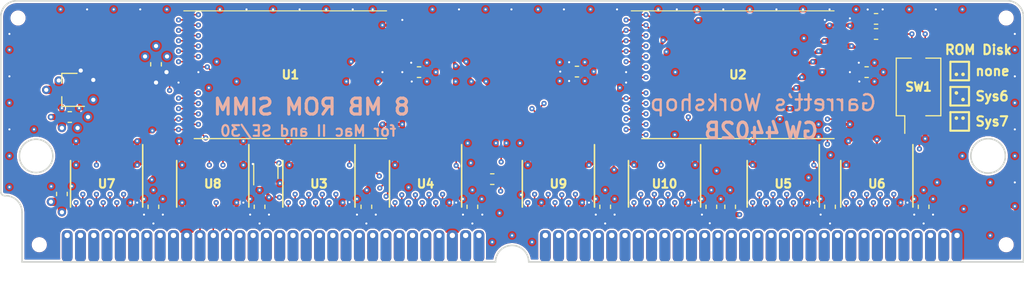
<source format=kicad_pcb>
(kicad_pcb (version 20171130) (host pcbnew "(5.1.5-0-10_14)")
  (title_block (title GW4402B) (date 2021-04-03) (rev 1.0) (company "Garrett's Workshop"))
  (layers (0 F.Cu signal) (1 In1.Cu power) (2 In2.Cu signal) (31 B.Cu power) (34 B.Paste user) (35 F.Paste user) (36 B.SilkS user) (37 F.SilkS user) (38 B.Mask user) (39 F.Mask user) (44 Edge.Cuts user))
  (net 0 "")
  (net 1 +5V)
  (net 2 /D0)
  (net 3 /D1)
  (net 4 /~WE~)
  (net 5 /D2)
  (net 6 /D3)
  (net 7 GND)
  (net 8 /D4)
  (net 9 /D5)
  (net 10 /D6)
  (net 11 /A11)
  (net 12 /D7)
  (net 13 /A0)
  (net 14 /A1)
  (net 15 /A2)
  (net 16 /A3)
  (net 17 /A4)
  (net 18 /A5)
  (net 19 /A6)
  (net 20 /A7)
  (net 21 /~CS~)
  (net 22 /~OE~)
  (net 23 /D8)
  (net 24 /D9)
  (net 25 /D10)
  (net 26 /D11)
  (net 27 /D12)
  (net 28 /D13)
  (net 29 /D14)
  (net 30 /D15)
  (net 31 /A8)
  (net 32 /A9)
  (net 33 /A10)
  (net 34 /A12)
  (net 35 /A13)
  (net 36 /A14)
  (net 37 /A15)
  (net 38 /A16)
  (net 39 /A17)
  (net 40 /A18)
  (net 41 /A19)
  (net 42 /A20)
  (net 43 /A21)
  (net 44 /A22)
  (net 45 /D16)
  (net 46 /D17)
  (net 47 /D18)
  (net 48 /D19)
  (net 49 /D20)
  (net 50 /D21)
  (net 51 /D22)
  (net 52 /D23)
  (net 53 /D24)
  (net 54 /D25)
  (net 55 /D26)
  (net 56 /D27)
  (net 57 /D28)
  (net 58 /D29)
  (net 59 /D30)
  (net 60 /D31)
  (net 61 +3V3)
  (net 62 /RD7)
  (net 63 /RD6)
  (net 64 /RD5)
  (net 65 /RD4)
  (net 66 /RD3)
  (net 67 /RD2)
  (net 68 /RD1)
  (net 69 /RD0)
  (net 70 /RD8)
  (net 71 /RD9)
  (net 72 /RD10)
  (net 73 /RD11)
  (net 74 /RD12)
  (net 75 /RD13)
  (net 76 /RD14)
  (net 77 /RD15)
  (net 78 /RD23)
  (net 79 /RD22)
  (net 80 /RD21)
  (net 81 /RD20)
  (net 82 /RD19)
  (net 83 /RD18)
  (net 84 /RD17)
  (net 85 /RD16)
  (net 86 /RD24)
  (net 87 /RD25)
  (net 88 /RD26)
  (net 89 /RD27)
  (net 90 /RD28)
  (net 91 /RD29)
  (net 92 /RD30)
  (net 93 /RD31)
  (net 94 /RA7)
  (net 95 /RA6)
  (net 96 /RA5)
  (net 97 /RA4)
  (net 98 /RA3)
  (net 99 /RA2)
  (net 100 /RA1)
  (net 101 /RA0)
  (net 102 /R~CS~)
  (net 103 /R~OE~)
  (net 104 /R~WE~)
  (net 105 "Net-(U8-Pad5)")
  (net 106 "Net-(U8-Pad7)")
  (net 107 /RA8)
  (net 108 /RA9)
  (net 109 /RA17)
  (net 110 /RA16)
  (net 111 /RA15)
  (net 112 /RA14)
  (net 113 /RA13)
  (net 114 /RA12)
  (net 115 /RA11)
  (net 116 /RA10)
  (net 117 /RA18)
  (net 118 /RA19)
  (net 119 /RA20)
  (net 120 /RA21)
  (net 121 /RA22)
  (net 122 "Net-(U8-Pad8)")
  (net 123 "Net-(U8-Pad9)")
  (net 124 "Net-(U9-Pad7)")
  (net 125 "Net-(U1-Pad15)")
  (net 126 "Net-(U2-Pad15)")
  (net 127 "Net-(U8-Pad3)")
  (net 128 "Net-(J1-Pad63)")
  (net 129 /RA23)
  (net 130 /Ddir)
  (net 131 /DdirR)
  (net 132 /RA22sw)
  (module stdpads:SW_DIP_SPSTx02_Slide_DSHP02TS_P1.27mm (layer F.Cu) (at 159.512 110.871)
    (fp_text reference SW1)
    (fp_text value "ROM Sel.")
    (fp_text user %R (at 0 0 180) (layer F.SilkS) (effects (font (size 0.8128 0.8128) (thickness 0.2032))))
    (pad 4 smd roundrect (at -0.635 -3.81 90) (size 1.524 0.76) (layers F.Cu F.Paste F.Mask) (net 132 /RA22sw))
    (pad 3 smd roundrect (at 0.635 -3.81 90) (size 1.524 0.76) (layers F.Cu F.Paste F.Mask) (net 129 /RA23))
    (pad 2 smd roundrect (at 0.635 3.81 90) (size 1.524 0.76) (layers F.Cu F.Paste F.Mask) (net 7 GND))
    (pad 1 smd roundrect (at -0.635 3.81 90) (size 1.524 0.76) (layers F.Cu F.Paste F.Mask) (net 121 /RA22))
  )
  (module stdpads:TSOP-I-48_18.4x12mm_P0.5mm (layer F.Cu) (at 99.45 109.7 270)
    (fp_text reference U1)
    (fp_text value MX29LV640)
    (fp_text user %R (at 0 0) (layer F.SilkS) (effects (font (size 0.8128 0.8128) (thickness 0.2032))))
    (pad 1 smd roundrect (at -5.75 9.75) (size 1.1 0.3) (layers F.Cu F.Paste F.Mask) (net 109 /RA17))
    (pad 25 smd roundrect (at 5.75 -9.75) (size 1.1 0.3) (layers F.Cu F.Paste F.Mask) (net 99 /RA2))
    (pad 2 smd roundrect (at -5.25 9.75) (size 1.1 0.3) (layers F.Cu F.Paste F.Mask) (net 110 /RA16))
    (pad 3 smd roundrect (at -4.75 9.75) (size 1.1 0.3) (layers F.Cu F.Paste F.Mask) (net 111 /RA15))
    (pad 4 smd roundrect (at -4.25 9.75) (size 1.1 0.3) (layers F.Cu F.Paste F.Mask) (net 112 /RA14))
    (pad 5 smd roundrect (at -3.75 9.75) (size 1.1 0.3) (layers F.Cu F.Paste F.Mask) (net 113 /RA13))
    (pad 6 smd roundrect (at -3.25 9.75) (size 1.1 0.3) (layers F.Cu F.Paste F.Mask) (net 114 /RA12))
    (pad 7 smd roundrect (at -2.75 9.75) (size 1.1 0.3) (layers F.Cu F.Paste F.Mask) (net 115 /RA11))
    (pad 8 smd roundrect (at -2.25 9.75) (size 1.1 0.3) (layers F.Cu F.Paste F.Mask) (net 116 /RA10))
    (pad 9 smd roundrect (at -1.75 9.75) (size 1.1 0.3) (layers F.Cu F.Paste F.Mask) (net 120 /RA21))
    (pad 10 smd roundrect (at -1.25 9.75) (size 1.1 0.3) (layers F.Cu F.Paste F.Mask) (net 132 /RA22sw))
    (pad 11 smd roundrect (at -0.75 9.75) (size 1.1 0.3) (layers F.Cu F.Paste F.Mask) (net 104 /R~WE~))
    (pad 12 smd roundrect (at -0.25 9.75) (size 1.1 0.3) (layers F.Cu F.Paste F.Mask) (net 61 +3V3))
    (pad 13 smd roundrect (at 0.25 9.75) (size 1.1 0.3) (layers F.Cu F.Paste F.Mask) (net 129 /RA23))
    (pad 14 smd roundrect (at 0.75 9.75) (size 1.1 0.3) (layers F.Cu F.Paste F.Mask) (net 61 +3V3))
    (pad 15 smd roundrect (at 1.25 9.75) (size 1.1 0.3) (layers F.Cu F.Paste F.Mask) (net 125 "Net-(U1-Pad15)"))
    (pad 16 smd roundrect (at 1.75 9.75) (size 1.1 0.3) (layers F.Cu F.Paste F.Mask) (net 119 /RA20))
    (pad 17 smd roundrect (at 2.25 9.75) (size 1.1 0.3) (layers F.Cu F.Paste F.Mask) (net 118 /RA19))
    (pad 18 smd roundrect (at 2.75 9.75) (size 1.1 0.3) (layers F.Cu F.Paste F.Mask) (net 108 /RA9))
    (pad 19 smd roundrect (at 3.25 9.75) (size 1.1 0.3) (layers F.Cu F.Paste F.Mask) (net 107 /RA8))
    (pad 20 smd roundrect (at 3.75 9.75) (size 1.1 0.3) (layers F.Cu F.Paste F.Mask) (net 94 /RA7))
    (pad 21 smd roundrect (at 4.25 9.75) (size 1.1 0.3) (layers F.Cu F.Paste F.Mask) (net 95 /RA6))
    (pad 22 smd roundrect (at 4.75 9.75) (size 1.1 0.3) (layers F.Cu F.Paste F.Mask) (net 96 /RA5))
    (pad 23 smd roundrect (at 5.25 9.75) (size 1.1 0.3) (layers F.Cu F.Paste F.Mask) (net 97 /RA4))
    (pad 24 smd roundrect (at 5.75 9.75) (size 1.1 0.3) (layers F.Cu F.Paste F.Mask) (net 98 /RA3))
    (pad 26 smd roundrect (at 5.25 -9.75) (size 1.1 0.3) (layers F.Cu F.Paste F.Mask) (net 102 /R~CS~))
    (pad 27 smd roundrect (at 4.75 -9.75) (size 1.1 0.3) (layers F.Cu F.Paste F.Mask) (net 7 GND))
    (pad 28 smd roundrect (at 4.25 -9.75) (size 1.1 0.3) (layers F.Cu F.Paste F.Mask) (net 103 /R~OE~))
    (pad 29 smd roundrect (at 3.75 -9.75) (size 1.1 0.3) (layers F.Cu F.Paste F.Mask) (net 69 /RD0))
    (pad 30 smd roundrect (at 3.25 -9.75) (size 1.1 0.3) (layers F.Cu F.Paste F.Mask) (net 70 /RD8))
    (pad 31 smd roundrect (at 2.75 -9.75) (size 1.1 0.3) (layers F.Cu F.Paste F.Mask) (net 68 /RD1))
    (pad 32 smd roundrect (at 2.25 -9.75) (size 1.1 0.3) (layers F.Cu F.Paste F.Mask) (net 71 /RD9))
    (pad 33 smd roundrect (at 1.75 -9.75) (size 1.1 0.3) (layers F.Cu F.Paste F.Mask) (net 67 /RD2))
    (pad 34 smd roundrect (at 1.25 -9.75) (size 1.1 0.3) (layers F.Cu F.Paste F.Mask) (net 72 /RD10))
    (pad 35 smd roundrect (at 0.75 -9.75) (size 1.1 0.3) (layers F.Cu F.Paste F.Mask) (net 66 /RD3))
    (pad 36 smd roundrect (at 0.25 -9.75) (size 1.1 0.3) (layers F.Cu F.Paste F.Mask) (net 73 /RD11))
    (pad 37 smd roundrect (at -0.25 -9.75) (size 1.1 0.3) (layers F.Cu F.Paste F.Mask) (net 61 +3V3))
    (pad 38 smd roundrect (at -0.75 -9.75) (size 1.1 0.3) (layers F.Cu F.Paste F.Mask) (net 65 /RD4))
    (pad 39 smd roundrect (at -1.25 -9.75) (size 1.1 0.3) (layers F.Cu F.Paste F.Mask) (net 74 /RD12))
    (pad 40 smd roundrect (at -1.75 -9.75) (size 1.1 0.3) (layers F.Cu F.Paste F.Mask) (net 64 /RD5))
    (pad 41 smd roundrect (at -2.25 -9.75) (size 1.1 0.3) (layers F.Cu F.Paste F.Mask) (net 75 /RD13))
    (pad 42 smd roundrect (at -2.75 -9.75) (size 1.1 0.3) (layers F.Cu F.Paste F.Mask) (net 63 /RD6))
    (pad 43 smd roundrect (at -3.25 -9.75) (size 1.1 0.3) (layers F.Cu F.Paste F.Mask) (net 76 /RD14))
    (pad 44 smd roundrect (at -3.75 -9.75) (size 1.1 0.3) (layers F.Cu F.Paste F.Mask) (net 62 /RD7))
    (pad 45 smd roundrect (at -4.25 -9.75) (size 1.1 0.3) (layers F.Cu F.Paste F.Mask) (net 77 /RD15))
    (pad 46 smd roundrect (at -4.75 -9.75) (size 1.1 0.3) (layers F.Cu F.Paste F.Mask) (net 7 GND))
    (pad 47 smd roundrect (at -5.25 -9.75) (size 1.1 0.3) (layers F.Cu F.Paste F.Mask) (net 61 +3V3))
    (pad 48 smd roundrect (at -5.75 -9.75) (size 1.1 0.3) (layers F.Cu F.Paste F.Mask) (net 117 /RA18))
  )
  (module stdpads:TSOP-I-48_18.4x12mm_P0.5mm (layer F.Cu) (at 142.24 109.7 270)
    (fp_text reference U2)
    (fp_text value MX29LV640)
    (fp_text user %R (at 0 0) (layer F.SilkS) (effects (font (size 0.8128 0.8128) (thickness 0.2032))))
    (pad 1 smd roundrect (at -5.75 9.75) (size 1.1 0.3) (layers F.Cu F.Paste F.Mask) (net 109 /RA17))
    (pad 25 smd roundrect (at 5.75 -9.75) (size 1.1 0.3) (layers F.Cu F.Paste F.Mask) (net 99 /RA2))
    (pad 2 smd roundrect (at -5.25 9.75) (size 1.1 0.3) (layers F.Cu F.Paste F.Mask) (net 110 /RA16))
    (pad 3 smd roundrect (at -4.75 9.75) (size 1.1 0.3) (layers F.Cu F.Paste F.Mask) (net 111 /RA15))
    (pad 4 smd roundrect (at -4.25 9.75) (size 1.1 0.3) (layers F.Cu F.Paste F.Mask) (net 112 /RA14))
    (pad 5 smd roundrect (at -3.75 9.75) (size 1.1 0.3) (layers F.Cu F.Paste F.Mask) (net 113 /RA13))
    (pad 6 smd roundrect (at -3.25 9.75) (size 1.1 0.3) (layers F.Cu F.Paste F.Mask) (net 114 /RA12))
    (pad 7 smd roundrect (at -2.75 9.75) (size 1.1 0.3) (layers F.Cu F.Paste F.Mask) (net 115 /RA11))
    (pad 8 smd roundrect (at -2.25 9.75) (size 1.1 0.3) (layers F.Cu F.Paste F.Mask) (net 116 /RA10))
    (pad 9 smd roundrect (at -1.75 9.75) (size 1.1 0.3) (layers F.Cu F.Paste F.Mask) (net 120 /RA21))
    (pad 10 smd roundrect (at -1.25 9.75) (size 1.1 0.3) (layers F.Cu F.Paste F.Mask) (net 132 /RA22sw))
    (pad 11 smd roundrect (at -0.75 9.75) (size 1.1 0.3) (layers F.Cu F.Paste F.Mask) (net 104 /R~WE~))
    (pad 12 smd roundrect (at -0.25 9.75) (size 1.1 0.3) (layers F.Cu F.Paste F.Mask) (net 61 +3V3))
    (pad 13 smd roundrect (at 0.25 9.75) (size 1.1 0.3) (layers F.Cu F.Paste F.Mask) (net 129 /RA23))
    (pad 14 smd roundrect (at 0.75 9.75) (size 1.1 0.3) (layers F.Cu F.Paste F.Mask) (net 61 +3V3))
    (pad 15 smd roundrect (at 1.25 9.75) (size 1.1 0.3) (layers F.Cu F.Paste F.Mask) (net 126 "Net-(U2-Pad15)"))
    (pad 16 smd roundrect (at 1.75 9.75) (size 1.1 0.3) (layers F.Cu F.Paste F.Mask) (net 119 /RA20))
    (pad 17 smd roundrect (at 2.25 9.75) (size 1.1 0.3) (layers F.Cu F.Paste F.Mask) (net 118 /RA19))
    (pad 18 smd roundrect (at 2.75 9.75) (size 1.1 0.3) (layers F.Cu F.Paste F.Mask) (net 108 /RA9))
    (pad 19 smd roundrect (at 3.25 9.75) (size 1.1 0.3) (layers F.Cu F.Paste F.Mask) (net 107 /RA8))
    (pad 20 smd roundrect (at 3.75 9.75) (size 1.1 0.3) (layers F.Cu F.Paste F.Mask) (net 94 /RA7))
    (pad 21 smd roundrect (at 4.25 9.75) (size 1.1 0.3) (layers F.Cu F.Paste F.Mask) (net 95 /RA6))
    (pad 22 smd roundrect (at 4.75 9.75) (size 1.1 0.3) (layers F.Cu F.Paste F.Mask) (net 96 /RA5))
    (pad 23 smd roundrect (at 5.25 9.75) (size 1.1 0.3) (layers F.Cu F.Paste F.Mask) (net 97 /RA4))
    (pad 24 smd roundrect (at 5.75 9.75) (size 1.1 0.3) (layers F.Cu F.Paste F.Mask) (net 98 /RA3))
    (pad 26 smd roundrect (at 5.25 -9.75) (size 1.1 0.3) (layers F.Cu F.Paste F.Mask) (net 102 /R~CS~))
    (pad 27 smd roundrect (at 4.75 -9.75) (size 1.1 0.3) (layers F.Cu F.Paste F.Mask) (net 7 GND))
    (pad 28 smd roundrect (at 4.25 -9.75) (size 1.1 0.3) (layers F.Cu F.Paste F.Mask) (net 103 /R~OE~))
    (pad 29 smd roundrect (at 3.75 -9.75) (size 1.1 0.3) (layers F.Cu F.Paste F.Mask) (net 85 /RD16))
    (pad 30 smd roundrect (at 3.25 -9.75) (size 1.1 0.3) (layers F.Cu F.Paste F.Mask) (net 86 /RD24))
    (pad 31 smd roundrect (at 2.75 -9.75) (size 1.1 0.3) (layers F.Cu F.Paste F.Mask) (net 84 /RD17))
    (pad 32 smd roundrect (at 2.25 -9.75) (size 1.1 0.3) (layers F.Cu F.Paste F.Mask) (net 87 /RD25))
    (pad 33 smd roundrect (at 1.75 -9.75) (size 1.1 0.3) (layers F.Cu F.Paste F.Mask) (net 83 /RD18))
    (pad 34 smd roundrect (at 1.25 -9.75) (size 1.1 0.3) (layers F.Cu F.Paste F.Mask) (net 88 /RD26))
    (pad 35 smd roundrect (at 0.75 -9.75) (size 1.1 0.3) (layers F.Cu F.Paste F.Mask) (net 82 /RD19))
    (pad 36 smd roundrect (at 0.25 -9.75) (size 1.1 0.3) (layers F.Cu F.Paste F.Mask) (net 89 /RD27))
    (pad 37 smd roundrect (at -0.25 -9.75) (size 1.1 0.3) (layers F.Cu F.Paste F.Mask) (net 61 +3V3))
    (pad 38 smd roundrect (at -0.75 -9.75) (size 1.1 0.3) (layers F.Cu F.Paste F.Mask) (net 81 /RD20))
    (pad 39 smd roundrect (at -1.25 -9.75) (size 1.1 0.3) (layers F.Cu F.Paste F.Mask) (net 90 /RD28))
    (pad 40 smd roundrect (at -1.75 -9.75) (size 1.1 0.3) (layers F.Cu F.Paste F.Mask) (net 80 /RD21))
    (pad 41 smd roundrect (at -2.25 -9.75) (size 1.1 0.3) (layers F.Cu F.Paste F.Mask) (net 91 /RD29))
    (pad 42 smd roundrect (at -2.75 -9.75) (size 1.1 0.3) (layers F.Cu F.Paste F.Mask) (net 79 /RD22))
    (pad 43 smd roundrect (at -3.25 -9.75) (size 1.1 0.3) (layers F.Cu F.Paste F.Mask) (net 92 /RD30))
    (pad 44 smd roundrect (at -3.75 -9.75) (size 1.1 0.3) (layers F.Cu F.Paste F.Mask) (net 78 /RD23))
    (pad 45 smd roundrect (at -4.25 -9.75) (size 1.1 0.3) (layers F.Cu F.Paste F.Mask) (net 93 /RD31))
    (pad 46 smd roundrect (at -4.75 -9.75) (size 1.1 0.3) (layers F.Cu F.Paste F.Mask) (net 7 GND))
    (pad 47 smd roundrect (at -5.25 -9.75) (size 1.1 0.3) (layers F.Cu F.Paste F.Mask) (net 61 +3V3))
    (pad 48 smd roundrect (at -5.75 -9.75) (size 1.1 0.3) (layers F.Cu F.Paste F.Mask) (net 117 /RA18))
  )
  (module stdpads:TSSOP-20_4.4x6.5mm_P0.65mm (layer F.Cu) (at 102.175 120.15 180)
    (fp_text reference U3)
    (fp_text value 74AHC245)
    (fp_text user %R (at 0 0) (layer F.SilkS) (effects (font (size 0.8128 0.8128) (thickness 0.2032))))
    (pad 20 smd roundrect (at -2.925 -2.95 270) (size 1.45 0.45) (layers F.Cu F.Paste F.Mask) (net 61 +3V3))
    (pad 19 smd roundrect (at -2.275 -2.95 270) (size 1.45 0.45) (layers F.Cu F.Paste F.Mask) (net 7 GND))
    (pad 18 smd roundrect (at -1.625 -2.95 270) (size 1.45 0.45) (layers F.Cu F.Paste F.Mask) (net 12 /D7))
    (pad 17 smd roundrect (at -0.975 -2.95 270) (size 1.45 0.45) (layers F.Cu F.Paste F.Mask) (net 10 /D6))
    (pad 16 smd roundrect (at -0.325 -2.95 270) (size 1.45 0.45) (layers F.Cu F.Paste F.Mask) (net 9 /D5))
    (pad 15 smd roundrect (at 0.325 -2.95 270) (size 1.45 0.45) (layers F.Cu F.Paste F.Mask) (net 8 /D4))
    (pad 14 smd roundrect (at 0.975 -2.95 270) (size 1.45 0.45) (layers F.Cu F.Paste F.Mask) (net 6 /D3))
    (pad 13 smd roundrect (at 1.625 -2.95 270) (size 1.45 0.45) (layers F.Cu F.Paste F.Mask) (net 5 /D2))
    (pad 12 smd roundrect (at 2.275 -2.95 270) (size 1.45 0.45) (layers F.Cu F.Paste F.Mask) (net 3 /D1))
    (pad 11 smd roundrect (at 2.925 -2.95 270) (size 1.45 0.45) (layers F.Cu F.Paste F.Mask) (net 2 /D0))
    (pad 10 smd roundrect (at 2.925 2.95 270) (size 1.45 0.45) (layers F.Cu F.Paste F.Mask) (net 7 GND))
    (pad 9 smd roundrect (at 2.275 2.95 270) (size 1.45 0.45) (layers F.Cu F.Paste F.Mask) (net 69 /RD0))
    (pad 8 smd roundrect (at 1.625 2.95 270) (size 1.45 0.45) (layers F.Cu F.Paste F.Mask) (net 68 /RD1))
    (pad 7 smd roundrect (at 0.975 2.95 270) (size 1.45 0.45) (layers F.Cu F.Paste F.Mask) (net 67 /RD2))
    (pad 6 smd roundrect (at 0.325 2.95 270) (size 1.45 0.45) (layers F.Cu F.Paste F.Mask) (net 66 /RD3))
    (pad 5 smd roundrect (at -0.325 2.95 270) (size 1.45 0.45) (layers F.Cu F.Paste F.Mask) (net 65 /RD4))
    (pad 4 smd roundrect (at -0.975 2.95 270) (size 1.45 0.45) (layers F.Cu F.Paste F.Mask) (net 64 /RD5))
    (pad 3 smd roundrect (at -1.625 2.95 270) (size 1.45 0.45) (layers F.Cu F.Paste F.Mask) (net 63 /RD6))
    (pad 2 smd roundrect (at -2.275 2.95 270) (size 1.45 0.45) (layers F.Cu F.Paste F.Mask) (net 62 /RD7))
    (pad 1 smd roundrect (at -2.925 2.95 270) (size 1.45 0.45) (layers F.Cu F.Paste F.Mask) (net 130 /Ddir))
  )
  (module stdpads:TSSOP-20_4.4x6.5mm_P0.65mm (layer F.Cu) (at 146.575 120.15 180)
    (fp_text reference U5)
    (fp_text value 74AHC245)
    (fp_text user %R (at 0 0) (layer F.SilkS) (effects (font (size 0.8128 0.8128) (thickness 0.2032))))
    (pad 20 smd roundrect (at -2.925 -2.95 270) (size 1.45 0.45) (layers F.Cu F.Paste F.Mask) (net 61 +3V3))
    (pad 19 smd roundrect (at -2.275 -2.95 270) (size 1.45 0.45) (layers F.Cu F.Paste F.Mask) (net 7 GND))
    (pad 18 smd roundrect (at -1.625 -2.95 270) (size 1.45 0.45) (layers F.Cu F.Paste F.Mask) (net 52 /D23))
    (pad 17 smd roundrect (at -0.975 -2.95 270) (size 1.45 0.45) (layers F.Cu F.Paste F.Mask) (net 51 /D22))
    (pad 16 smd roundrect (at -0.325 -2.95 270) (size 1.45 0.45) (layers F.Cu F.Paste F.Mask) (net 50 /D21))
    (pad 15 smd roundrect (at 0.325 -2.95 270) (size 1.45 0.45) (layers F.Cu F.Paste F.Mask) (net 49 /D20))
    (pad 14 smd roundrect (at 0.975 -2.95 270) (size 1.45 0.45) (layers F.Cu F.Paste F.Mask) (net 48 /D19))
    (pad 13 smd roundrect (at 1.625 -2.95 270) (size 1.45 0.45) (layers F.Cu F.Paste F.Mask) (net 47 /D18))
    (pad 12 smd roundrect (at 2.275 -2.95 270) (size 1.45 0.45) (layers F.Cu F.Paste F.Mask) (net 46 /D17))
    (pad 11 smd roundrect (at 2.925 -2.95 270) (size 1.45 0.45) (layers F.Cu F.Paste F.Mask) (net 45 /D16))
    (pad 10 smd roundrect (at 2.925 2.95 270) (size 1.45 0.45) (layers F.Cu F.Paste F.Mask) (net 7 GND))
    (pad 9 smd roundrect (at 2.275 2.95 270) (size 1.45 0.45) (layers F.Cu F.Paste F.Mask) (net 85 /RD16))
    (pad 8 smd roundrect (at 1.625 2.95 270) (size 1.45 0.45) (layers F.Cu F.Paste F.Mask) (net 84 /RD17))
    (pad 7 smd roundrect (at 0.975 2.95 270) (size 1.45 0.45) (layers F.Cu F.Paste F.Mask) (net 83 /RD18))
    (pad 6 smd roundrect (at 0.325 2.95 270) (size 1.45 0.45) (layers F.Cu F.Paste F.Mask) (net 82 /RD19))
    (pad 5 smd roundrect (at -0.325 2.95 270) (size 1.45 0.45) (layers F.Cu F.Paste F.Mask) (net 81 /RD20))
    (pad 4 smd roundrect (at -0.975 2.95 270) (size 1.45 0.45) (layers F.Cu F.Paste F.Mask) (net 80 /RD21))
    (pad 3 smd roundrect (at -1.625 2.95 270) (size 1.45 0.45) (layers F.Cu F.Paste F.Mask) (net 79 /RD22))
    (pad 2 smd roundrect (at -2.275 2.95 270) (size 1.45 0.45) (layers F.Cu F.Paste F.Mask) (net 78 /RD23))
    (pad 1 smd roundrect (at -2.925 2.95 270) (size 1.45 0.45) (layers F.Cu F.Paste F.Mask) (net 131 /DdirR))
  )
  (module stdpads:TSSOP-20_4.4x6.5mm_P0.65mm (layer F.Cu) (at 112.375 120.15 180)
    (fp_text reference U4)
    (fp_text value 74AHC245)
    (fp_text user %R (at 0 0) (layer F.SilkS) (effects (font (size 0.8128 0.8128) (thickness 0.2032))))
    (pad 20 smd roundrect (at -2.925 -2.95 270) (size 1.45 0.45) (layers F.Cu F.Paste F.Mask) (net 61 +3V3))
    (pad 19 smd roundrect (at -2.275 -2.95 270) (size 1.45 0.45) (layers F.Cu F.Paste F.Mask) (net 7 GND))
    (pad 18 smd roundrect (at -1.625 -2.95 270) (size 1.45 0.45) (layers F.Cu F.Paste F.Mask) (net 30 /D15))
    (pad 17 smd roundrect (at -0.975 -2.95 270) (size 1.45 0.45) (layers F.Cu F.Paste F.Mask) (net 29 /D14))
    (pad 16 smd roundrect (at -0.325 -2.95 270) (size 1.45 0.45) (layers F.Cu F.Paste F.Mask) (net 28 /D13))
    (pad 15 smd roundrect (at 0.325 -2.95 270) (size 1.45 0.45) (layers F.Cu F.Paste F.Mask) (net 27 /D12))
    (pad 14 smd roundrect (at 0.975 -2.95 270) (size 1.45 0.45) (layers F.Cu F.Paste F.Mask) (net 26 /D11))
    (pad 13 smd roundrect (at 1.625 -2.95 270) (size 1.45 0.45) (layers F.Cu F.Paste F.Mask) (net 25 /D10))
    (pad 12 smd roundrect (at 2.275 -2.95 270) (size 1.45 0.45) (layers F.Cu F.Paste F.Mask) (net 24 /D9))
    (pad 11 smd roundrect (at 2.925 -2.95 270) (size 1.45 0.45) (layers F.Cu F.Paste F.Mask) (net 23 /D8))
    (pad 10 smd roundrect (at 2.925 2.95 270) (size 1.45 0.45) (layers F.Cu F.Paste F.Mask) (net 7 GND))
    (pad 9 smd roundrect (at 2.275 2.95 270) (size 1.45 0.45) (layers F.Cu F.Paste F.Mask) (net 70 /RD8))
    (pad 8 smd roundrect (at 1.625 2.95 270) (size 1.45 0.45) (layers F.Cu F.Paste F.Mask) (net 71 /RD9))
    (pad 7 smd roundrect (at 0.975 2.95 270) (size 1.45 0.45) (layers F.Cu F.Paste F.Mask) (net 72 /RD10))
    (pad 6 smd roundrect (at 0.325 2.95 270) (size 1.45 0.45) (layers F.Cu F.Paste F.Mask) (net 73 /RD11))
    (pad 5 smd roundrect (at -0.325 2.95 270) (size 1.45 0.45) (layers F.Cu F.Paste F.Mask) (net 74 /RD12))
    (pad 4 smd roundrect (at -0.975 2.95 270) (size 1.45 0.45) (layers F.Cu F.Paste F.Mask) (net 75 /RD13))
    (pad 3 smd roundrect (at -1.625 2.95 270) (size 1.45 0.45) (layers F.Cu F.Paste F.Mask) (net 76 /RD14))
    (pad 2 smd roundrect (at -2.275 2.95 270) (size 1.45 0.45) (layers F.Cu F.Paste F.Mask) (net 77 /RD15))
    (pad 1 smd roundrect (at -2.925 2.95 270) (size 1.45 0.45) (layers F.Cu F.Paste F.Mask) (net 130 /Ddir))
  )
  (module stdpads:TSSOP-20_4.4x6.5mm_P0.65mm (layer F.Cu) (at 155.525 120.15 180)
    (fp_text reference U6)
    (fp_text value 74AHC245)
    (fp_text user %R (at 0 0) (layer F.SilkS) (effects (font (size 0.8128 0.8128) (thickness 0.2032))))
    (pad 20 smd roundrect (at -2.925 -2.95 270) (size 1.45 0.45) (layers F.Cu F.Paste F.Mask) (net 61 +3V3))
    (pad 19 smd roundrect (at -2.275 -2.95 270) (size 1.45 0.45) (layers F.Cu F.Paste F.Mask) (net 7 GND))
    (pad 18 smd roundrect (at -1.625 -2.95 270) (size 1.45 0.45) (layers F.Cu F.Paste F.Mask) (net 60 /D31))
    (pad 17 smd roundrect (at -0.975 -2.95 270) (size 1.45 0.45) (layers F.Cu F.Paste F.Mask) (net 59 /D30))
    (pad 16 smd roundrect (at -0.325 -2.95 270) (size 1.45 0.45) (layers F.Cu F.Paste F.Mask) (net 58 /D29))
    (pad 15 smd roundrect (at 0.325 -2.95 270) (size 1.45 0.45) (layers F.Cu F.Paste F.Mask) (net 57 /D28))
    (pad 14 smd roundrect (at 0.975 -2.95 270) (size 1.45 0.45) (layers F.Cu F.Paste F.Mask) (net 56 /D27))
    (pad 13 smd roundrect (at 1.625 -2.95 270) (size 1.45 0.45) (layers F.Cu F.Paste F.Mask) (net 55 /D26))
    (pad 12 smd roundrect (at 2.275 -2.95 270) (size 1.45 0.45) (layers F.Cu F.Paste F.Mask) (net 54 /D25))
    (pad 11 smd roundrect (at 2.925 -2.95 270) (size 1.45 0.45) (layers F.Cu F.Paste F.Mask) (net 53 /D24))
    (pad 10 smd roundrect (at 2.925 2.95 270) (size 1.45 0.45) (layers F.Cu F.Paste F.Mask) (net 7 GND))
    (pad 9 smd roundrect (at 2.275 2.95 270) (size 1.45 0.45) (layers F.Cu F.Paste F.Mask) (net 86 /RD24))
    (pad 8 smd roundrect (at 1.625 2.95 270) (size 1.45 0.45) (layers F.Cu F.Paste F.Mask) (net 87 /RD25))
    (pad 7 smd roundrect (at 0.975 2.95 270) (size 1.45 0.45) (layers F.Cu F.Paste F.Mask) (net 88 /RD26))
    (pad 6 smd roundrect (at 0.325 2.95 270) (size 1.45 0.45) (layers F.Cu F.Paste F.Mask) (net 89 /RD27))
    (pad 5 smd roundrect (at -0.325 2.95 270) (size 1.45 0.45) (layers F.Cu F.Paste F.Mask) (net 90 /RD28))
    (pad 4 smd roundrect (at -0.975 2.95 270) (size 1.45 0.45) (layers F.Cu F.Paste F.Mask) (net 91 /RD29))
    (pad 3 smd roundrect (at -1.625 2.95 270) (size 1.45 0.45) (layers F.Cu F.Paste F.Mask) (net 92 /RD30))
    (pad 2 smd roundrect (at -2.275 2.95 270) (size 1.45 0.45) (layers F.Cu F.Paste F.Mask) (net 93 /RD31))
    (pad 1 smd roundrect (at -2.925 2.95 270) (size 1.45 0.45) (layers F.Cu F.Paste F.Mask) (net 131 /DdirR))
  )
  (module stdpads:TSSOP-20_4.4x6.5mm_P0.65mm (layer F.Cu) (at 81.875 120.15 180)
    (fp_text reference U7)
    (fp_text value 74AHC245)
    (fp_text user %R (at 0 0) (layer F.SilkS) (effects (font (size 0.8128 0.8128) (thickness 0.2032))))
    (pad 20 smd roundrect (at -2.925 -2.95 270) (size 1.45 0.45) (layers F.Cu F.Paste F.Mask) (net 61 +3V3))
    (pad 19 smd roundrect (at -2.275 -2.95 270) (size 1.45 0.45) (layers F.Cu F.Paste F.Mask) (net 7 GND))
    (pad 18 smd roundrect (at -1.625 -2.95 270) (size 1.45 0.45) (layers F.Cu F.Paste F.Mask) (net 20 /A7))
    (pad 17 smd roundrect (at -0.975 -2.95 270) (size 1.45 0.45) (layers F.Cu F.Paste F.Mask) (net 19 /A6))
    (pad 16 smd roundrect (at -0.325 -2.95 270) (size 1.45 0.45) (layers F.Cu F.Paste F.Mask) (net 18 /A5))
    (pad 15 smd roundrect (at 0.325 -2.95 270) (size 1.45 0.45) (layers F.Cu F.Paste F.Mask) (net 17 /A4))
    (pad 14 smd roundrect (at 0.975 -2.95 270) (size 1.45 0.45) (layers F.Cu F.Paste F.Mask) (net 16 /A3))
    (pad 13 smd roundrect (at 1.625 -2.95 270) (size 1.45 0.45) (layers F.Cu F.Paste F.Mask) (net 15 /A2))
    (pad 12 smd roundrect (at 2.275 -2.95 270) (size 1.45 0.45) (layers F.Cu F.Paste F.Mask) (net 14 /A1))
    (pad 11 smd roundrect (at 2.925 -2.95 270) (size 1.45 0.45) (layers F.Cu F.Paste F.Mask) (net 13 /A0))
    (pad 10 smd roundrect (at 2.925 2.95 270) (size 1.45 0.45) (layers F.Cu F.Paste F.Mask) (net 7 GND))
    (pad 9 smd roundrect (at 2.275 2.95 270) (size 1.45 0.45) (layers F.Cu F.Paste F.Mask) (net 101 /RA0))
    (pad 8 smd roundrect (at 1.625 2.95 270) (size 1.45 0.45) (layers F.Cu F.Paste F.Mask) (net 100 /RA1))
    (pad 7 smd roundrect (at 0.975 2.95 270) (size 1.45 0.45) (layers F.Cu F.Paste F.Mask) (net 99 /RA2))
    (pad 6 smd roundrect (at 0.325 2.95 270) (size 1.45 0.45) (layers F.Cu F.Paste F.Mask) (net 98 /RA3))
    (pad 5 smd roundrect (at -0.325 2.95 270) (size 1.45 0.45) (layers F.Cu F.Paste F.Mask) (net 97 /RA4))
    (pad 4 smd roundrect (at -0.975 2.95 270) (size 1.45 0.45) (layers F.Cu F.Paste F.Mask) (net 96 /RA5))
    (pad 3 smd roundrect (at -1.625 2.95 270) (size 1.45 0.45) (layers F.Cu F.Paste F.Mask) (net 95 /RA6))
    (pad 2 smd roundrect (at -2.275 2.95 270) (size 1.45 0.45) (layers F.Cu F.Paste F.Mask) (net 94 /RA7))
    (pad 1 smd roundrect (at -2.925 2.95 270) (size 1.45 0.45) (layers F.Cu F.Paste F.Mask) (net 7 GND))
  )
  (module stdpads:TSSOP-20_4.4x6.5mm_P0.65mm (layer F.Cu) (at 92.025 120.15 180)
    (fp_text reference U8)
    (fp_text value 74AHC245)
    (fp_text user %R (at 0 0) (layer F.SilkS) (effects (font (size 0.8128 0.8128) (thickness 0.2032))))
    (pad 20 smd roundrect (at -2.925 -2.95 270) (size 1.45 0.45) (layers F.Cu F.Paste F.Mask) (net 61 +3V3))
    (pad 19 smd roundrect (at -2.275 -2.95 270) (size 1.45 0.45) (layers F.Cu F.Paste F.Mask) (net 7 GND))
    (pad 18 smd roundrect (at -1.625 -2.95 270) (size 1.45 0.45) (layers F.Cu F.Paste F.Mask) (net 4 /~WE~))
    (pad 17 smd roundrect (at -0.975 -2.95 270) (size 1.45 0.45) (layers F.Cu F.Paste F.Mask) (net 7 GND))
    (pad 16 smd roundrect (at -0.325 -2.95 270) (size 1.45 0.45) (layers F.Cu F.Paste F.Mask) (net 22 /~OE~))
    (pad 15 smd roundrect (at 0.325 -2.95 270) (size 1.45 0.45) (layers F.Cu F.Paste F.Mask) (net 7 GND))
    (pad 14 smd roundrect (at 0.975 -2.95 270) (size 1.45 0.45) (layers F.Cu F.Paste F.Mask) (net 21 /~CS~))
    (pad 13 smd roundrect (at 1.625 -2.95 270) (size 1.45 0.45) (layers F.Cu F.Paste F.Mask) (net 7 GND))
    (pad 12 smd roundrect (at 2.275 -2.95 270) (size 1.45 0.45) (layers F.Cu F.Paste F.Mask) (net 7 GND))
    (pad 11 smd roundrect (at 2.925 -2.95 270) (size 1.45 0.45) (layers F.Cu F.Paste F.Mask) (net 7 GND))
    (pad 10 smd roundrect (at 2.925 2.95 270) (size 1.45 0.45) (layers F.Cu F.Paste F.Mask) (net 7 GND))
    (pad 9 smd roundrect (at 2.275 2.95 270) (size 1.45 0.45) (layers F.Cu F.Paste F.Mask) (net 123 "Net-(U8-Pad9)"))
    (pad 8 smd roundrect (at 1.625 2.95 270) (size 1.45 0.45) (layers F.Cu F.Paste F.Mask) (net 122 "Net-(U8-Pad8)"))
    (pad 7 smd roundrect (at 0.975 2.95 270) (size 1.45 0.45) (layers F.Cu F.Paste F.Mask) (net 106 "Net-(U8-Pad7)"))
    (pad 6 smd roundrect (at 0.325 2.95 270) (size 1.45 0.45) (layers F.Cu F.Paste F.Mask) (net 102 /R~CS~))
    (pad 5 smd roundrect (at -0.325 2.95 270) (size 1.45 0.45) (layers F.Cu F.Paste F.Mask) (net 105 "Net-(U8-Pad5)"))
    (pad 4 smd roundrect (at -0.975 2.95 270) (size 1.45 0.45) (layers F.Cu F.Paste F.Mask) (net 103 /R~OE~))
    (pad 3 smd roundrect (at -1.625 2.95 270) (size 1.45 0.45) (layers F.Cu F.Paste F.Mask) (net 127 "Net-(U8-Pad3)"))
    (pad 2 smd roundrect (at -2.275 2.95 270) (size 1.45 0.45) (layers F.Cu F.Paste F.Mask) (net 104 /R~WE~))
    (pad 1 smd roundrect (at -2.925 2.95 270) (size 1.45 0.45) (layers F.Cu F.Paste F.Mask) (net 7 GND))
  )
  (module stdpads:TSSOP-20_4.4x6.5mm_P0.65mm (layer F.Cu) (at 125.075 120.15 180)
    (fp_text reference U9)
    (fp_text value 74AHC245)
    (fp_text user %R (at 0 0) (layer F.SilkS) (effects (font (size 0.8128 0.8128) (thickness 0.2032))))
    (pad 20 smd roundrect (at -2.925 -2.95 270) (size 1.45 0.45) (layers F.Cu F.Paste F.Mask) (net 61 +3V3))
    (pad 19 smd roundrect (at -2.275 -2.95 270) (size 1.45 0.45) (layers F.Cu F.Paste F.Mask) (net 7 GND))
    (pad 18 smd roundrect (at -1.625 -2.95 270) (size 1.45 0.45) (layers F.Cu F.Paste F.Mask) (net 36 /A14))
    (pad 17 smd roundrect (at -0.975 -2.95 270) (size 1.45 0.45) (layers F.Cu F.Paste F.Mask) (net 35 /A13))
    (pad 16 smd roundrect (at -0.325 -2.95 270) (size 1.45 0.45) (layers F.Cu F.Paste F.Mask) (net 34 /A12))
    (pad 15 smd roundrect (at 0.325 -2.95 270) (size 1.45 0.45) (layers F.Cu F.Paste F.Mask) (net 11 /A11))
    (pad 14 smd roundrect (at 0.975 -2.95 270) (size 1.45 0.45) (layers F.Cu F.Paste F.Mask) (net 33 /A10))
    (pad 13 smd roundrect (at 1.625 -2.95 270) (size 1.45 0.45) (layers F.Cu F.Paste F.Mask) (net 7 GND))
    (pad 12 smd roundrect (at 2.275 -2.95 270) (size 1.45 0.45) (layers F.Cu F.Paste F.Mask) (net 32 /A9))
    (pad 11 smd roundrect (at 2.925 -2.95 270) (size 1.45 0.45) (layers F.Cu F.Paste F.Mask) (net 31 /A8))
    (pad 10 smd roundrect (at 2.925 2.95 270) (size 1.45 0.45) (layers F.Cu F.Paste F.Mask) (net 7 GND))
    (pad 9 smd roundrect (at 2.275 2.95 270) (size 1.45 0.45) (layers F.Cu F.Paste F.Mask) (net 107 /RA8))
    (pad 8 smd roundrect (at 1.625 2.95 270) (size 1.45 0.45) (layers F.Cu F.Paste F.Mask) (net 108 /RA9))
    (pad 7 smd roundrect (at 0.975 2.95 270) (size 1.45 0.45) (layers F.Cu F.Paste F.Mask) (net 124 "Net-(U9-Pad7)"))
    (pad 6 smd roundrect (at 0.325 2.95 270) (size 1.45 0.45) (layers F.Cu F.Paste F.Mask) (net 116 /RA10))
    (pad 5 smd roundrect (at -0.325 2.95 270) (size 1.45 0.45) (layers F.Cu F.Paste F.Mask) (net 115 /RA11))
    (pad 4 smd roundrect (at -0.975 2.95 270) (size 1.45 0.45) (layers F.Cu F.Paste F.Mask) (net 114 /RA12))
    (pad 3 smd roundrect (at -1.625 2.95 270) (size 1.45 0.45) (layers F.Cu F.Paste F.Mask) (net 113 /RA13))
    (pad 2 smd roundrect (at -2.275 2.95 270) (size 1.45 0.45) (layers F.Cu F.Paste F.Mask) (net 112 /RA14))
    (pad 1 smd roundrect (at -2.925 2.95 270) (size 1.45 0.45) (layers F.Cu F.Paste F.Mask) (net 7 GND))
  )
  (module stdpads:TSSOP-20_4.4x6.5mm_P0.65mm (layer F.Cu) (at 135.225 120.15 180)
    (fp_text reference U10)
    (fp_text value 74AHC245)
    (fp_text user %R (at 0 0) (layer F.SilkS) (effects (font (size 0.8128 0.8128) (thickness 0.2032))))
    (pad 20 smd roundrect (at -2.925 -2.95 270) (size 1.45 0.45) (layers F.Cu F.Paste F.Mask) (net 61 +3V3))
    (pad 19 smd roundrect (at -2.275 -2.95 270) (size 1.45 0.45) (layers F.Cu F.Paste F.Mask) (net 7 GND))
    (pad 18 smd roundrect (at -1.625 -2.95 270) (size 1.45 0.45) (layers F.Cu F.Paste F.Mask) (net 44 /A22))
    (pad 17 smd roundrect (at -0.975 -2.95 270) (size 1.45 0.45) (layers F.Cu F.Paste F.Mask) (net 43 /A21))
    (pad 16 smd roundrect (at -0.325 -2.95 270) (size 1.45 0.45) (layers F.Cu F.Paste F.Mask) (net 42 /A20))
    (pad 15 smd roundrect (at 0.325 -2.95 270) (size 1.45 0.45) (layers F.Cu F.Paste F.Mask) (net 41 /A19))
    (pad 14 smd roundrect (at 0.975 -2.95 270) (size 1.45 0.45) (layers F.Cu F.Paste F.Mask) (net 40 /A18))
    (pad 13 smd roundrect (at 1.625 -2.95 270) (size 1.45 0.45) (layers F.Cu F.Paste F.Mask) (net 39 /A17))
    (pad 12 smd roundrect (at 2.275 -2.95 270) (size 1.45 0.45) (layers F.Cu F.Paste F.Mask) (net 38 /A16))
    (pad 11 smd roundrect (at 2.925 -2.95 270) (size 1.45 0.45) (layers F.Cu F.Paste F.Mask) (net 37 /A15))
    (pad 10 smd roundrect (at 2.925 2.95 270) (size 1.45 0.45) (layers F.Cu F.Paste F.Mask) (net 7 GND))
    (pad 9 smd roundrect (at 2.275 2.95 270) (size 1.45 0.45) (layers F.Cu F.Paste F.Mask) (net 111 /RA15))
    (pad 8 smd roundrect (at 1.625 2.95 270) (size 1.45 0.45) (layers F.Cu F.Paste F.Mask) (net 110 /RA16))
    (pad 7 smd roundrect (at 0.975 2.95 270) (size 1.45 0.45) (layers F.Cu F.Paste F.Mask) (net 109 /RA17))
    (pad 6 smd roundrect (at 0.325 2.95 270) (size 1.45 0.45) (layers F.Cu F.Paste F.Mask) (net 117 /RA18))
    (pad 5 smd roundrect (at -0.325 2.95 270) (size 1.45 0.45) (layers F.Cu F.Paste F.Mask) (net 118 /RA19))
    (pad 4 smd roundrect (at -0.975 2.95 270) (size 1.45 0.45) (layers F.Cu F.Paste F.Mask) (net 119 /RA20))
    (pad 3 smd roundrect (at -1.625 2.95 270) (size 1.45 0.45) (layers F.Cu F.Paste F.Mask) (net 120 /RA21))
    (pad 2 smd roundrect (at -2.275 2.95 270) (size 1.45 0.45) (layers F.Cu F.Paste F.Mask) (net 121 /RA22))
    (pad 1 smd roundrect (at -2.925 2.95 270) (size 1.45 0.45) (layers F.Cu F.Paste F.Mask) (net 7 GND))
  )
  (module stdpads:Fiducial (layer F.Cu) (at 75.438 123.444)
    (fp_text reference FID2 hide)
    (fp_text value Fiducial hide)
    (pad ~ smd circle (at 0 0) (size 1 1) (layers F.Cu F.Mask) (clearance 0.575))
  )
  (module stdpads:Fiducial (layer F.Cu) (at 167.894 123.444)
    (fp_text reference FID3 hide)
    (fp_text value Fiducial hide)
    (pad ~ smd circle (at 0 0) (size 1 1) (layers F.Cu F.Mask) (clearance 0.575))
  )
  (module stdpads:Fiducial (layer F.Cu) (at 165.354 104.267)
    (fp_text reference FID4 hide)
    (fp_text value Fiducial hide)
    (pad ~ smd circle (at 0 0) (size 1 1) (layers F.Cu F.Mask) (clearance 0.575))
  )
  (module stdpads:Fiducial (layer F.Cu) (at 75.946 104.267)
    (fp_text reference FID1 hide)
    (fp_text value Fiducial hide)
    (pad ~ smd circle (at 0 0) (size 1 1) (layers F.Cu F.Mask) (clearance 0.575))
  )
  (module stdpads:SOT-353 (layer F.Cu) (at 97.1 118.95 90)
    (fp_text reference U12)
    (fp_text value 74LVC1G02GW)
    (pad 5 smd roundrect (at 0.85 -0.65 90) (size 1 0.4) (layers F.Cu F.Paste F.Mask) (net 61 +3V3))
    (pad 4 smd roundrect (at 0.85 0.65 90) (size 1 0.4) (layers F.Cu F.Paste F.Mask) (net 130 /Ddir))
    (pad 2 smd roundrect (at -0.85 0 90) (size 1 0.4) (layers F.Cu F.Paste F.Mask) (net 22 /~OE~))
    (pad 1 smd roundrect (at -0.85 -0.65 90) (size 1 0.4) (layers F.Cu F.Paste F.Mask) (net 21 /~CS~))
    (pad 3 smd roundrect (at -0.85 0.65 90) (size 1 0.4) (layers F.Cu F.Paste F.Mask) (net 7 GND))
  )
  (module stdpads:C_0603 (layer F.Cu) (at 96.5 122.35 90)
    (fp_text reference C7)
    (fp_text value 2u2)
    (pad 2 smd roundrect (at 0.75 0 90) (size 0.85 0.95) (layers F.Cu F.Paste F.Mask) (net 7 GND))
    (pad 1 smd roundrect (at -0.75 0 90) (size 0.85 0.95) (layers F.Cu F.Paste F.Mask) (net 61 +3V3))
  )
  (module stdpads:C_0603 (layer F.Cu) (at 86.6 108.7 90)
    (fp_text reference C14)
    (fp_text value 2u2)
    (pad 2 smd roundrect (at 0.75 0 90) (size 0.85 0.95) (layers F.Cu F.Paste F.Mask) (net 7 GND))
    (pad 1 smd roundrect (at -0.75 0 90) (size 0.85 0.95) (layers F.Cu F.Paste F.Mask) (net 61 +3V3))
  )
  (module stdpads:MacIIROMSIMM_Edge (layer F.Cu) (at 120.65 127.635)
    (fp_text reference J1 hide)
    (fp_text value ROM)
    (pad 64 thru_hole roundrect (at 42.545 -2.54) (size 1.0414 3.048) (drill 0.508 (offset 0 1.016)) (layers *.Cu *.Mask) (roundrect_rratio 0.4) (net 7 GND))
    (pad 63 thru_hole roundrect (at 41.275 -2.54) (size 1.0414 3.048) (drill 0.508 (offset 0 1.016)) (layers *.Cu *.Mask) (roundrect_rratio 0.4) (net 128 "Net-(J1-Pad63)"))
    (pad 62 thru_hole roundrect (at 40.005 -2.54) (size 1.0414 3.048) (drill 0.508 (offset 0 1.016)) (layers *.Cu *.Mask) (roundrect_rratio 0.4) (net 60 /D31))
    (pad 61 thru_hole roundrect (at 38.735 -2.54) (size 1.0414 3.048) (drill 0.508 (offset 0 1.016)) (layers *.Cu *.Mask) (roundrect_rratio 0.4) (net 59 /D30))
    (pad 60 thru_hole roundrect (at 37.465 -2.54) (size 1.0414 3.048) (drill 0.508 (offset 0 1.016)) (layers *.Cu *.Mask) (roundrect_rratio 0.4) (net 58 /D29))
    (pad 59 thru_hole roundrect (at 36.195 -2.54) (size 1.0414 3.048) (drill 0.508 (offset 0 1.016)) (layers *.Cu *.Mask) (roundrect_rratio 0.4) (net 57 /D28))
    (pad 58 thru_hole roundrect (at 34.925 -2.54) (size 1.0414 3.048) (drill 0.508 (offset 0 1.016)) (layers *.Cu *.Mask) (roundrect_rratio 0.4) (net 56 /D27))
    (pad 57 thru_hole roundrect (at 33.655 -2.54) (size 1.0414 3.048) (drill 0.508 (offset 0 1.016)) (layers *.Cu *.Mask) (roundrect_rratio 0.4) (net 55 /D26))
    (pad 56 thru_hole roundrect (at 32.385 -2.54) (size 1.0414 3.048) (drill 0.508 (offset 0 1.016)) (layers *.Cu *.Mask) (roundrect_rratio 0.4) (net 54 /D25))
    (pad 55 thru_hole roundrect (at 31.115 -2.54) (size 1.0414 3.048) (drill 0.508 (offset 0 1.016)) (layers *.Cu *.Mask) (roundrect_rratio 0.4) (net 53 /D24))
    (pad 54 thru_hole roundrect (at 29.845 -2.54) (size 1.0414 3.048) (drill 0.508 (offset 0 1.016)) (layers *.Cu *.Mask) (roundrect_rratio 0.4) (net 52 /D23))
    (pad 53 thru_hole roundrect (at 28.575 -2.54) (size 1.0414 3.048) (drill 0.508 (offset 0 1.016)) (layers *.Cu *.Mask) (roundrect_rratio 0.4) (net 51 /D22))
    (pad 52 thru_hole roundrect (at 27.305 -2.54) (size 1.0414 3.048) (drill 0.508 (offset 0 1.016)) (layers *.Cu *.Mask) (roundrect_rratio 0.4) (net 50 /D21))
    (pad 51 thru_hole roundrect (at 26.035 -2.54) (size 1.0414 3.048) (drill 0.508 (offset 0 1.016)) (layers *.Cu *.Mask) (roundrect_rratio 0.4) (net 49 /D20))
    (pad 50 thru_hole roundrect (at 24.765 -2.54) (size 1.0414 3.048) (drill 0.508 (offset 0 1.016)) (layers *.Cu *.Mask) (roundrect_rratio 0.4) (net 48 /D19))
    (pad 49 thru_hole roundrect (at 23.495 -2.54) (size 1.0414 3.048) (drill 0.508 (offset 0 1.016)) (layers *.Cu *.Mask) (roundrect_rratio 0.4) (net 47 /D18))
    (pad 48 thru_hole roundrect (at 22.225 -2.54) (size 1.0414 3.048) (drill 0.508 (offset 0 1.016)) (layers *.Cu *.Mask) (roundrect_rratio 0.4) (net 46 /D17))
    (pad 47 thru_hole roundrect (at 20.955 -2.54) (size 1.0414 3.048) (drill 0.508 (offset 0 1.016)) (layers *.Cu *.Mask) (roundrect_rratio 0.4) (net 45 /D16))
    (pad 46 thru_hole roundrect (at 19.685 -2.54) (size 1.0414 3.048) (drill 0.508 (offset 0 1.016)) (layers *.Cu *.Mask) (roundrect_rratio 0.4) (net 1 +5V))
    (pad 45 thru_hole roundrect (at 18.415 -2.54) (size 1.0414 3.048) (drill 0.508 (offset 0 1.016)) (layers *.Cu *.Mask) (roundrect_rratio 0.4) (net 44 /A22))
    (pad 44 thru_hole roundrect (at 17.145 -2.54) (size 1.0414 3.048) (drill 0.508 (offset 0 1.016)) (layers *.Cu *.Mask) (roundrect_rratio 0.4) (net 43 /A21))
    (pad 43 thru_hole roundrect (at 15.875 -2.54) (size 1.0414 3.048) (drill 0.508 (offset 0 1.016)) (layers *.Cu *.Mask) (roundrect_rratio 0.4) (net 42 /A20))
    (pad 42 thru_hole roundrect (at 14.605 -2.54) (size 1.0414 3.048) (drill 0.508 (offset 0 1.016)) (layers *.Cu *.Mask) (roundrect_rratio 0.4) (net 41 /A19))
    (pad 41 thru_hole roundrect (at 13.335 -2.54) (size 1.0414 3.048) (drill 0.508 (offset 0 1.016)) (layers *.Cu *.Mask) (roundrect_rratio 0.4) (net 40 /A18))
    (pad 40 thru_hole roundrect (at 12.065 -2.54) (size 1.0414 3.048) (drill 0.508 (offset 0 1.016)) (layers *.Cu *.Mask) (roundrect_rratio 0.4) (net 39 /A17))
    (pad 39 thru_hole roundrect (at 10.795 -2.54) (size 1.0414 3.048) (drill 0.508 (offset 0 1.016)) (layers *.Cu *.Mask) (roundrect_rratio 0.4) (net 38 /A16))
    (pad 38 thru_hole roundrect (at 9.525 -2.54) (size 1.0414 3.048) (drill 0.508 (offset 0 1.016)) (layers *.Cu *.Mask) (roundrect_rratio 0.4) (net 37 /A15))
    (pad 37 thru_hole roundrect (at 8.255 -2.54) (size 1.0414 3.048) (drill 0.508 (offset 0 1.016)) (layers *.Cu *.Mask) (roundrect_rratio 0.4) (net 36 /A14))
    (pad 36 thru_hole roundrect (at 6.985 -2.54) (size 1.0414 3.048) (drill 0.508 (offset 0 1.016)) (layers *.Cu *.Mask) (roundrect_rratio 0.4) (net 35 /A13))
    (pad 35 thru_hole roundrect (at 5.715 -2.54) (size 1.0414 3.048) (drill 0.508 (offset 0 1.016)) (layers *.Cu *.Mask) (roundrect_rratio 0.4) (net 34 /A12))
    (pad 34 thru_hole roundrect (at 4.445 -2.54) (size 1.0414 3.048) (drill 0.508 (offset 0 1.016)) (layers *.Cu *.Mask) (roundrect_rratio 0.4) (net 11 /A11))
    (pad 33 thru_hole roundrect (at 3.175 -2.54) (size 1.0414 3.048) (drill 0.508 (offset 0 1.016)) (layers *.Cu *.Mask) (roundrect_rratio 0.4) (net 33 /A10))
    (pad 32 thru_hole roundrect (at -3.175 -2.54) (size 1.0414 3.048) (drill 0.508 (offset 0 1.016)) (layers *.Cu *.Mask) (roundrect_rratio 0.4) (net 32 /A9))
    (pad 31 thru_hole roundrect (at -4.445 -2.54) (size 1.0414 3.048) (drill 0.508 (offset 0 1.016)) (layers *.Cu *.Mask) (roundrect_rratio 0.4) (net 31 /A8))
    (pad 30 thru_hole roundrect (at -5.715 -2.54) (size 1.0414 3.048) (drill 0.508 (offset 0 1.016)) (layers *.Cu *.Mask) (roundrect_rratio 0.4) (net 7 GND))
    (pad 29 thru_hole roundrect (at -6.985 -2.54) (size 1.0414 3.048) (drill 0.508 (offset 0 1.016)) (layers *.Cu *.Mask) (roundrect_rratio 0.4) (net 30 /D15))
    (pad 28 thru_hole roundrect (at -8.255 -2.54) (size 1.0414 3.048) (drill 0.508 (offset 0 1.016)) (layers *.Cu *.Mask) (roundrect_rratio 0.4) (net 29 /D14))
    (pad 27 thru_hole roundrect (at -9.525 -2.54) (size 1.0414 3.048) (drill 0.508 (offset 0 1.016)) (layers *.Cu *.Mask) (roundrect_rratio 0.4) (net 28 /D13))
    (pad 26 thru_hole roundrect (at -10.795 -2.54) (size 1.0414 3.048) (drill 0.508 (offset 0 1.016)) (layers *.Cu *.Mask) (roundrect_rratio 0.4) (net 27 /D12))
    (pad 25 thru_hole roundrect (at -12.065 -2.54) (size 1.0414 3.048) (drill 0.508 (offset 0 1.016)) (layers *.Cu *.Mask) (roundrect_rratio 0.4) (net 26 /D11))
    (pad 24 thru_hole roundrect (at -13.335 -2.54) (size 1.0414 3.048) (drill 0.508 (offset 0 1.016)) (layers *.Cu *.Mask) (roundrect_rratio 0.4) (net 25 /D10))
    (pad 23 thru_hole roundrect (at -14.605 -2.54) (size 1.0414 3.048) (drill 0.508 (offset 0 1.016)) (layers *.Cu *.Mask) (roundrect_rratio 0.4) (net 24 /D9))
    (pad 22 thru_hole roundrect (at -15.875 -2.54) (size 1.0414 3.048) (drill 0.508 (offset 0 1.016)) (layers *.Cu *.Mask) (roundrect_rratio 0.4) (net 23 /D8))
    (pad 21 thru_hole roundrect (at -17.145 -2.54) (size 1.0414 3.048) (drill 0.508 (offset 0 1.016)) (layers *.Cu *.Mask) (roundrect_rratio 0.4) (net 12 /D7))
    (pad 20 thru_hole roundrect (at -18.415 -2.54) (size 1.0414 3.048) (drill 0.508 (offset 0 1.016)) (layers *.Cu *.Mask) (roundrect_rratio 0.4) (net 10 /D6))
    (pad 19 thru_hole roundrect (at -19.685 -2.54) (size 1.0414 3.048) (drill 0.508 (offset 0 1.016)) (layers *.Cu *.Mask) (roundrect_rratio 0.4) (net 9 /D5))
    (pad 18 thru_hole roundrect (at -20.955 -2.54) (size 1.0414 3.048) (drill 0.508 (offset 0 1.016)) (layers *.Cu *.Mask) (roundrect_rratio 0.4) (net 8 /D4))
    (pad 17 thru_hole roundrect (at -22.225 -2.54) (size 1.0414 3.048) (drill 0.508 (offset 0 1.016)) (layers *.Cu *.Mask) (roundrect_rratio 0.4) (net 6 /D3))
    (pad 16 thru_hole roundrect (at -23.495 -2.54) (size 1.0414 3.048) (drill 0.508 (offset 0 1.016)) (layers *.Cu *.Mask) (roundrect_rratio 0.4) (net 5 /D2))
    (pad 15 thru_hole roundrect (at -24.765 -2.54) (size 1.0414 3.048) (drill 0.508 (offset 0 1.016)) (layers *.Cu *.Mask) (roundrect_rratio 0.4) (net 3 /D1))
    (pad 14 thru_hole roundrect (at -26.035 -2.54) (size 1.0414 3.048) (drill 0.508 (offset 0 1.016)) (layers *.Cu *.Mask) (roundrect_rratio 0.4) (net 2 /D0))
    (pad 13 thru_hole roundrect (at -27.305 -2.54) (size 1.0414 3.048) (drill 0.508 (offset 0 1.016)) (layers *.Cu *.Mask) (roundrect_rratio 0.4) (net 4 /~WE~))
    (pad 12 thru_hole roundrect (at -28.575 -2.54) (size 1.0414 3.048) (drill 0.508 (offset 0 1.016)) (layers *.Cu *.Mask) (roundrect_rratio 0.4) (net 22 /~OE~))
    (pad 11 thru_hole roundrect (at -29.845 -2.54) (size 1.0414 3.048) (drill 0.508 (offset 0 1.016)) (layers *.Cu *.Mask) (roundrect_rratio 0.4) (net 21 /~CS~))
    (pad 10 thru_hole roundrect (at -31.115 -2.54) (size 1.0414 3.048) (drill 0.508 (offset 0 1.016)) (layers *.Cu *.Mask) (roundrect_rratio 0.4) (net 7 GND))
    (pad 9 thru_hole roundrect (at -32.385 -2.54) (size 1.0414 3.048) (drill 0.508 (offset 0 1.016)) (layers *.Cu *.Mask) (roundrect_rratio 0.4) (net 20 /A7))
    (pad 8 thru_hole roundrect (at -33.655 -2.54) (size 1.0414 3.048) (drill 0.508 (offset 0 1.016)) (layers *.Cu *.Mask) (roundrect_rratio 0.4) (net 19 /A6))
    (pad 7 thru_hole roundrect (at -34.925 -2.54) (size 1.0414 3.048) (drill 0.508 (offset 0 1.016)) (layers *.Cu *.Mask) (roundrect_rratio 0.4) (net 18 /A5))
    (pad 6 thru_hole roundrect (at -36.195 -2.54) (size 1.0414 3.048) (drill 0.508 (offset 0 1.016)) (layers *.Cu *.Mask) (roundrect_rratio 0.4) (net 17 /A4))
    (pad 5 thru_hole roundrect (at -37.465 -2.54) (size 1.0414 3.048) (drill 0.508 (offset 0 1.016)) (layers *.Cu *.Mask) (roundrect_rratio 0.4) (net 16 /A3))
    (pad 4 thru_hole roundrect (at -38.735 -2.54) (size 1.0414 3.048) (drill 0.508 (offset 0 1.016)) (layers *.Cu *.Mask) (roundrect_rratio 0.4) (net 15 /A2))
    (pad 3 thru_hole roundrect (at -40.005 -2.54) (size 1.0414 3.048) (drill 0.508 (offset 0 1.016)) (layers *.Cu *.Mask) (roundrect_rratio 0.4) (net 14 /A1))
    (pad 2 thru_hole roundrect (at -41.275 -2.54) (size 1.0414 3.048) (drill 0.508 (offset 0 1.016)) (layers *.Cu *.Mask) (roundrect_rratio 0.4) (net 13 /A0))
    (pad 1 thru_hole roundrect (at -42.545 -2.54) (size 1.0414 3.048) (drill 0.508 (offset 0 1.016)) (layers *.Cu *.Mask) (roundrect_rratio 0.4) (net 1 +5V))
  )
  (module stdpads:C_0603 (layer F.Cu) (at 77.6 121.123 90)
    (fp_text reference C1)
    (fp_text value 2u2)
    (pad 2 smd roundrect (at 0.75 0 90) (size 0.85 0.95) (layers F.Cu F.Paste F.Mask) (net 7 GND))
    (pad 1 smd roundrect (at -0.75 0 90) (size 0.85 0.95) (layers F.Cu F.Paste F.Mask) (net 1 +5V))
  )
  (module stdpads:C_0603 (layer F.Cu) (at 141.5 122.35 90)
    (fp_text reference C2)
    (fp_text value 2u2)
    (pad 2 smd roundrect (at 0.75 0 90) (size 0.85 0.95) (layers F.Cu F.Paste F.Mask) (net 7 GND))
    (pad 1 smd roundrect (at -0.75 0 90) (size 0.85 0.95) (layers F.Cu F.Paste F.Mask) (net 1 +5V))
  )
  (module stdpads:C_0603 (layer F.Cu) (at 78.35 113.75)
    (fp_text reference C3)
    (fp_text value 2u2)
    (pad 2 smd roundrect (at 0.75 0) (size 0.85 0.95) (layers F.Cu F.Paste F.Mask) (net 7 GND))
    (pad 1 smd roundrect (at -0.75 0) (size 0.85 0.95) (layers F.Cu F.Paste F.Mask) (net 1 +5V))
  )
  (module stdpads:C_0603 (layer F.Cu) (at 111.75 109.45)
    (fp_text reference C4)
    (fp_text value 2u2)
    (pad 2 smd roundrect (at 0.75 0) (size 0.85 0.95) (layers F.Cu F.Paste F.Mask) (net 7 GND))
    (pad 1 smd roundrect (at -0.75 0) (size 0.85 0.95) (layers F.Cu F.Paste F.Mask) (net 61 +3V3))
  )
  (module stdpads:C_0603 (layer F.Cu) (at 154.55 109.45)
    (fp_text reference C5)
    (fp_text value 2u2)
    (pad 2 smd roundrect (at 0.75 0) (size 0.85 0.95) (layers F.Cu F.Paste F.Mask) (net 7 GND))
    (pad 1 smd roundrect (at -0.75 0) (size 0.85 0.95) (layers F.Cu F.Paste F.Mask) (net 61 +3V3))
  )
  (module stdpads:C_0603 (layer F.Cu) (at 86.35 122.35 90)
    (fp_text reference C6)
    (fp_text value 2u2)
    (pad 2 smd roundrect (at 0.75 0 90) (size 0.85 0.95) (layers F.Cu F.Paste F.Mask) (net 7 GND))
    (pad 1 smd roundrect (at -0.75 0 90) (size 0.85 0.95) (layers F.Cu F.Paste F.Mask) (net 61 +3V3))
  )
  (module stdpads:C_0603 (layer F.Cu) (at 116.85 122.35 90)
    (fp_text reference C9)
    (fp_text value 2u2)
    (pad 2 smd roundrect (at 0.75 0 90) (size 0.85 0.95) (layers F.Cu F.Paste F.Mask) (net 7 GND))
    (pad 1 smd roundrect (at -0.75 0 90) (size 0.85 0.95) (layers F.Cu F.Paste F.Mask) (net 61 +3V3))
  )
  (module stdpads:C_0603 (layer F.Cu) (at 129.55 122.35 90)
    (fp_text reference C10)
    (fp_text value 2u2)
    (pad 2 smd roundrect (at 0.75 0 90) (size 0.85 0.95) (layers F.Cu F.Paste F.Mask) (net 7 GND))
    (pad 1 smd roundrect (at -0.75 0 90) (size 0.85 0.95) (layers F.Cu F.Paste F.Mask) (net 61 +3V3))
  )
  (module stdpads:C_0603 (layer F.Cu) (at 139.7 122.35 90)
    (fp_text reference C11)
    (fp_text value 2u2)
    (pad 2 smd roundrect (at 0.75 0 90) (size 0.85 0.95) (layers F.Cu F.Paste F.Mask) (net 7 GND))
    (pad 1 smd roundrect (at -0.75 0 90) (size 0.85 0.95) (layers F.Cu F.Paste F.Mask) (net 61 +3V3))
  )
  (module stdpads:C_0603 (layer F.Cu) (at 151.05 122.35 90)
    (fp_text reference C12)
    (fp_text value 2u2)
    (pad 2 smd roundrect (at 0.75 0 90) (size 0.85 0.95) (layers F.Cu F.Paste F.Mask) (net 7 GND))
    (pad 1 smd roundrect (at -0.75 0 90) (size 0.85 0.95) (layers F.Cu F.Paste F.Mask) (net 61 +3V3))
  )
  (module stdpads:C_0603 (layer F.Cu) (at 160 122.35 90)
    (fp_text reference C13)
    (fp_text value 2u2)
    (pad 2 smd roundrect (at 0.75 0 90) (size 0.85 0.95) (layers F.Cu F.Paste F.Mask) (net 7 GND))
    (pad 1 smd roundrect (at -0.75 0 90) (size 0.85 0.95) (layers F.Cu F.Paste F.Mask) (net 61 +3V3))
  )
  (module stdpads:C_0603 (layer F.Cu) (at 106.7135 122.35 90)
    (fp_text reference C8)
    (fp_text value 2u2)
    (pad 2 smd roundrect (at 0.75 0 90) (size 0.85 0.95) (layers F.Cu F.Paste F.Mask) (net 7 GND))
    (pad 1 smd roundrect (at -0.75 0 90) (size 0.85 0.95) (layers F.Cu F.Paste F.Mask) (net 61 +3V3))
  )
  (module stdpads:C_0603 (layer F.Cu) (at 126.85 109.4)
    (fp_text reference C15)
    (fp_text value 2u2)
    (pad 2 smd roundrect (at 0.75 0) (size 0.85 0.95) (layers F.Cu F.Paste F.Mask) (net 7 GND))
    (pad 1 smd roundrect (at -0.75 0) (size 0.85 0.95) (layers F.Cu F.Paste F.Mask) (net 61 +3V3))
  )
  (module stdpads:R_0603 (layer F.Cu) (at 155.45 104.35 180)
    (fp_text reference R1)
    (fp_text value 3k3)
    (pad 1 smd roundrect (at -0.8 0 180) (size 0.7 0.95) (layers F.Cu F.Paste F.Mask) (net 129 /RA23))
    (pad 2 smd roundrect (at 0.8 0 180) (size 0.7 0.95) (layers F.Cu F.Paste F.Mask) (net 61 +3V3))
  )
  (module stdpads:R_0603 (layer F.Cu) (at 155.45 105.8 180)
    (fp_text reference R2)
    (fp_text value 3k3)
    (pad 2 smd roundrect (at 0.8 0 180) (size 0.7 0.95) (layers F.Cu F.Paste F.Mask) (net 61 +3V3))
    (pad 1 smd roundrect (at -0.8 0 180) (size 0.7 0.95) (layers F.Cu F.Paste F.Mask) (net 132 /RA22sw))
  )
  (module stdpads:R_0603 (layer F.Cu) (at 118.75 119.7 180)
    (fp_text reference R3)
    (fp_text value 100)
    (pad 2 smd roundrect (at 0.8 0 180) (size 0.7 0.95) (layers F.Cu F.Paste F.Mask) (net 130 /Ddir))
    (pad 1 smd roundrect (at -0.8 0 180) (size 0.7 0.95) (layers F.Cu F.Paste F.Mask) (net 131 /DdirR))
  )
  (module stdpads:SOT-23 (layer F.Cu) (at 78.35 111.15)
    (fp_text reference U11)
    (fp_text value XC6206P332MR)
    (pad 3 smd roundrect (at -1.05 0 180) (size 1.35 0.8) (layers F.Cu F.Paste F.Mask) (net 1 +5V))
    (pad 2 smd roundrect (at 1.05 -0.95 180) (size 1.35 0.8) (layers F.Cu F.Paste F.Mask) (net 61 +3V3))
    (pad 1 smd roundrect (at 1.05 0.95 180) (size 1.35 0.8) (layers F.Cu F.Paste F.Mask) (net 7 GND))
  )
  (module stdpads:PasteHole_1.152mm_NPTH (layer F.Cu) (at 73.406 104.267)
    (fp_text reference H1)
    (fp_text value " " hide)
    (pad "" np_thru_hole circle (at 0 0) (size 1.152 1.152) (drill 1.152) (layers *.Cu *.Mask))
  )
  (module stdpads:PasteHole_1.152mm_NPTH (layer F.Cu) (at 75.438 125.984)
    (fp_text reference H2)
    (fp_text value " " hide)
    (pad "" np_thru_hole circle (at 0 0) (size 1.152 1.152) (drill 1.152) (layers *.Cu *.Mask))
  )
  (module stdpads:PasteHole_1.152mm_NPTH (layer F.Cu) (at 167.894 125.984)
    (fp_text reference H3)
    (fp_text value " " hide)
    (pad "" np_thru_hole circle (at 0 0) (size 1.152 1.152) (drill 1.152) (layers *.Cu *.Mask))
  )
  (module stdpads:PasteHole_1.152mm_NPTH (layer F.Cu) (at 167.894 104.267)
    (fp_text reference H4)
    (fp_text value " " hide)
    (pad "" np_thru_hole circle (at 0 0) (size 1.152 1.152) (drill 1.152) (layers *.Cu *.Mask))
  )
  (gr_line (start 162.56 115.062) (end 164.338 115.062) (layer F.SilkS) (width 0.2032))
  (gr_line (start 162.56 115.062) (end 162.56 113.284) (layer F.SilkS) (width 0.2032))
  (gr_line (start 163.76655 113.8555) (end 163.76665 113.8555) (layer F.SilkS) (width 0.35))
  (gr_line (start 163.1314 113.8555) (end 163.1315 113.8555) (layer F.SilkS) (width 0.35))
  (gr_line (start 164.338 115.062) (end 164.338 113.284) (layer F.SilkS) (width 0.2032))
  (gr_line (start 164.338 113.284) (end 162.56 113.284) (layer F.SilkS) (width 0.2032))
  (gr_line (start 162.56 112.649) (end 164.338 112.649) (layer F.SilkS) (width 0.2032))
  (gr_line (start 164.338 110.871) (end 162.56 110.871) (layer F.SilkS) (width 0.2032))
  (gr_line (start 163.76655 112.0775) (end 163.76665 112.0775) (layer F.SilkS) (width 0.35))
  (gr_line (start 163.1314 111.4425) (end 163.1315 111.4425) (layer F.SilkS) (width 0.35))
  (gr_line (start 164.338 112.649) (end 164.338 110.871) (layer F.SilkS) (width 0.2032))
  (gr_line (start 162.56 112.649) (end 162.56 110.871) (layer F.SilkS) (width 0.2032))
  (gr_line (start 162.56 110.236) (end 164.338 110.236) (layer F.SilkS) (width 0.2032))
  (gr_line (start 164.338 110.236) (end 164.338 108.458) (layer F.SilkS) (width 0.2032))
  (gr_line (start 162.56 110.236) (end 162.56 108.458) (layer F.SilkS) (width 0.2032))
  (gr_text Sys7 (at 164.846 114.173) (layer F.SilkS) (effects (font (size 0.9 0.9) (thickness 0.2032)) (justify left)))
  (gr_text Sys6 (at 164.846 111.76) (layer F.SilkS) (effects (font (size 0.9 0.9) (thickness 0.2032)) (justify left)))
  (gr_line (start 163.1314 109.6645) (end 163.1315 109.6645) (layer F.SilkS) (width 0.35))
  (gr_line (start 163.76655 109.6645) (end 163.76665 109.6645) (layer F.SilkS) (width 0.35))
  (gr_text "ROM Disk" (at 165.227 107.315) (layer F.SilkS) (effects (font (size 0.9 0.9) (thickness 0.2032))))
  (gr_line (start 164.338 108.458) (end 162.56 108.458) (layer F.SilkS) (width 0.2032))
  (gr_text none (at 164.846 109.347) (layer F.SilkS) (effects (font (size 0.9 0.9) (thickness 0.2032)) (justify left)))
  (gr_arc (start 72.136 120.904) (end 71.755 120.904) (angle -90) (layer Edge.Cuts) (width 0.15))
  (gr_text 4402B (at 146.452286 115.062) (layer B.SilkS) (effects (font (size 1.5 1.5) (thickness 0.3)) (justify left mirror)))
  (gr_text GW (at 146.472714 115.062) (layer B.SilkS) (effects (font (size 1.5 1.5) (thickness 0.3)) (justify right mirror)))
  (gr_text "8 MB ROM SIMM" (at 101.473 112.776) (layer B.SilkS) (effects (font (size 1.524 1.524) (thickness 0.3)) (justify mirror)))
  (gr_text "Garrett’s Workshop" (at 144.653 112.395) (layer B.SilkS) (effects (font (size 1.524 1.524) (thickness 0.225)) (justify mirror)))
  (gr_text "for Mac II and SE/30" (at 101.1428 115.0874) (layer B.SilkS) (effects (font (size 1.016 1.016) (thickness 0.2032)) (justify mirror)))
  (gr_circle (center 166.1668 117.475) (end 167.8178 117.475) (layer Edge.Cuts) (width 0.15))
  (gr_circle (center 75.1332 117.475) (end 76.7332 117.475) (layer Edge.Cuts) (width 0.15))
  (gr_line (start 72.136 121.285) (end 72.1995 121.285) (layer Edge.Cuts) (width 0.15))
  (gr_arc (start 73.279 104.14) (end 73.279 102.616) (angle -90) (layer Edge.Cuts) (width 0.15))
  (gr_arc (start 168.021 104.14) (end 169.545 104.14) (angle -90) (layer Edge.Cuts) (width 0.15))
  (gr_line (start 73.787 122.8725) (end 73.787 127.635) (layer Edge.Cuts) (width 0.15))
  (gr_line (start 73.787 127.635) (end 119.0625 127.635) (layer Edge.Cuts) (width 0.15))
  (gr_line (start 122.2375 127.635) (end 169.545 127.635) (layer Edge.Cuts) (width 0.15))
  (gr_line (start 169.545 127.635) (end 169.545 104.14) (layer Edge.Cuts) (width 0.15))
  (gr_line (start 71.755 120.904) (end 71.755 104.14) (layer Edge.Cuts) (width 0.15))
  (gr_arc (start 72.1995 122.8725) (end 73.787 122.8725) (angle -90) (layer Edge.Cuts) (width 0.15))
  (gr_arc (start 120.65 127.635) (end 122.2375 127.635) (angle -180) (layer Edge.Cuts) (width 0.15))
  (gr_line (start 73.279 102.616) (end 168.021 102.616) (layer Edge.Cuts) (width 0.15))
  (via (at 142.4 123.1) (size 0.5) (drill 0.2) (layers F.Cu B.Cu) (net 1))
  (segment (start 141.5 123.1) (end 142.4 123.1) (width 0.5) (layer F.Cu) (net 1))
  (via (at 77.6 122.873) (size 0.8) (drill 0.4) (layers F.Cu B.Cu) (net 1))
  (segment (start 77.6 121.873) (end 77.6 122.873) (width 0.8) (layer F.Cu) (net 1))
  (via (at 76.55 121.873) (size 0.8) (drill 0.4) (layers F.Cu B.Cu) (net 1))
  (segment (start 77.6 121.873) (end 76.55 121.873) (width 0.8) (layer F.Cu) (net 1))
  (via (at 77.6 114.8) (size 0.8) (drill 0.4) (layers F.Cu B.Cu) (net 1))
  (segment (start 77.6 113.75) (end 77.6 114.8) (width 0.8) (layer F.Cu) (net 1))
  (segment (start 77.6 113.75) (end 77.6 112.9) (width 0.5) (layer F.Cu) (net 1))
  (via (at 77.6 112.9) (size 0.5) (drill 0.2) (layers F.Cu B.Cu) (net 1))
  (segment (start 77.3 112.6) (end 77.6 112.9) (width 0.6) (layer F.Cu) (net 1))
  (segment (start 77.3 111.15) (end 77.3 112.6) (width 0.6) (layer F.Cu) (net 1))
  (via (at 76.1 111.15) (size 0.8) (drill 0.4) (layers F.Cu B.Cu) (net 1))
  (segment (start 77.3 111.15) (end 76.1 111.15) (width 0.8) (layer F.Cu) (net 1))
  (via (at 77.3 110.25) (size 0.8) (drill 0.4) (layers F.Cu B.Cu) (net 1))
  (segment (start 77.3 111.15) (end 77.3 110.25) (width 0.8) (layer F.Cu) (net 1))
  (segment (start 77.6 113.75) (end 76.55 113.75) (width 0.6) (layer F.Cu) (net 1))
  (via (at 76.55 113.75) (size 0.6) (drill 0.3) (layers F.Cu B.Cu) (net 1))
  (via (at 99.25 121.95) (size 0.5) (drill 0.2) (layers F.Cu B.Cu) (net 2))
  (segment (start 99.25 123.1) (end 99.25 121.95) (width 0.15) (layer F.Cu) (net 2))
  (segment (start 99.9 123.1) (end 99.9 121.15) (width 0.15) (layer F.Cu) (net 3))
  (via (at 99.9 121.15) (size 0.5) (drill 0.2) (layers F.Cu B.Cu) (net 3))
  (segment (start 93.65 123.1) (end 93.65 124) (width 0.15) (layer F.Cu) (net 4))
  (segment (start 93.345 124.305) (end 93.345 125.095) (width 0.15) (layer F.Cu) (net 4))
  (segment (start 93.65 124) (end 93.345 124.305) (width 0.15) (layer F.Cu) (net 4))
  (segment (start 100.55 123.1) (end 100.55 121.95) (width 0.15) (layer F.Cu) (net 5))
  (via (at 100.55 121.95) (size 0.5) (drill 0.2) (layers F.Cu B.Cu) (net 5))
  (segment (start 101.2 123.1) (end 101.2 121.15) (width 0.15) (layer F.Cu) (net 6))
  (via (at 101.2 121.15) (size 0.5) (drill 0.2) (layers F.Cu B.Cu) (net 6))
  (via (at 77.47 103.4415) (size 0.508) (drill 0.2) (layers F.Cu B.Cu) (net 7))
  (via (at 72.5805 107.315) (size 0.508) (drill 0.2) (layers F.Cu B.Cu) (net 7))
  (via (at 72.5805 112.395) (size 0.508) (drill 0.2) (layers F.Cu B.Cu) (net 7))
  (via (at 72.5805 117.475) (size 0.508) (drill 0.2) (layers F.Cu B.Cu) (net 7))
  (via (at 72.5805 120.4595) (size 0.508) (drill 0.2) (layers F.Cu B.Cu) (net 7))
  (via (at 168.7195 112.395) (size 0.508) (drill 0.2) (layers F.Cu B.Cu) (net 7))
  (via (at 168.7195 117.475) (size 0.508) (drill 0.2) (layers F.Cu B.Cu) (net 7))
  (via (at 168.7195 122.301) (size 0.508) (drill 0.2) (layers F.Cu B.Cu) (net 7))
  (via (at 120.65 125.095) (size 0.508) (drill 0.2) (layers F.Cu B.Cu) (net 7))
  (via (at 118.745 125.73) (size 0.508) (drill 0.2) (layers F.Cu B.Cu) (net 7))
  (via (at 122.555 125.73) (size 0.508) (drill 0.2) (layers F.Cu B.Cu) (net 7))
  (via (at 74.93 114.935) (size 0.508) (drill 0.2) (layers F.Cu B.Cu) (net 7))
  (via (at 166.37 120.015) (size 0.508) (drill 0.2) (layers F.Cu B.Cu) (net 7))
  (via (at 166.37 125.095) (size 0.508) (drill 0.2) (layers F.Cu B.Cu) (net 7))
  (via (at 76.581 120.396) (size 0.508) (drill 0.2) (layers F.Cu B.Cu) (net 7))
  (via (at 84.8 118.35) (size 0.5) (drill 0.2) (layers F.Cu B.Cu) (net 7))
  (segment (start 84.8 117.2) (end 84.8 118.35) (width 0.4) (layer F.Cu) (net 7))
  (via (at 94.95 118.35) (size 0.5) (drill 0.2) (layers F.Cu B.Cu) (net 7))
  (segment (start 94.95 117.2) (end 94.95 118.35) (width 0.4) (layer F.Cu) (net 7))
  (via (at 89.1 118.35) (size 0.5) (drill 0.2) (layers F.Cu B.Cu) (net 7))
  (segment (start 89.1 117.2) (end 89.1 118.35) (width 0.4) (layer F.Cu) (net 7))
  (via (at 78.95 118.35) (size 0.5) (drill 0.2) (layers F.Cu B.Cu) (net 7))
  (segment (start 78.95 117.2) (end 78.95 118.35) (width 0.4) (layer F.Cu) (net 7))
  (via (at 94.3 121.95) (size 0.5) (drill 0.2) (layers F.Cu B.Cu) (net 7))
  (segment (start 94.3 123.1) (end 94.3 121.95) (width 0.4) (layer F.Cu) (net 7))
  (via (at 104.45 121.95) (size 0.5) (drill 0.2) (layers F.Cu B.Cu) (net 7))
  (segment (start 104.45 123.1) (end 104.45 121.95) (width 0.4) (layer F.Cu) (net 7))
  (via (at 109.45 118.35) (size 0.5) (drill 0.2) (layers F.Cu B.Cu) (net 7))
  (segment (start 109.45 117.2) (end 109.45 118.35) (width 0.4) (layer F.Cu) (net 7))
  (via (at 128 118.35) (size 0.5) (drill 0.2) (layers F.Cu B.Cu) (net 7))
  (segment (start 128 117.2) (end 128 118.35) (width 0.4) (layer F.Cu) (net 7))
  (via (at 122.15 118.35) (size 0.5) (drill 0.2) (layers F.Cu B.Cu) (net 7))
  (segment (start 122.15 117.2) (end 122.15 118.35) (width 0.4) (layer F.Cu) (net 7))
  (via (at 138.15 118.35) (size 0.5) (drill 0.2) (layers F.Cu B.Cu) (net 7))
  (segment (start 138.15 117.2) (end 138.15 118.35) (width 0.4) (layer F.Cu) (net 7))
  (via (at 132.3 118.35) (size 0.5) (drill 0.2) (layers F.Cu B.Cu) (net 7))
  (segment (start 132.3 117.2) (end 132.3 118.35) (width 0.4) (layer F.Cu) (net 7))
  (via (at 137.5 121.95) (size 0.5) (drill 0.2) (layers F.Cu B.Cu) (net 7))
  (segment (start 137.5 123.1) (end 137.5 121.95) (width 0.4) (layer F.Cu) (net 7))
  (via (at 143.65 118.35) (size 0.5) (drill 0.2) (layers F.Cu B.Cu) (net 7))
  (segment (start 143.65 117.2) (end 143.65 118.35) (width 0.4) (layer F.Cu) (net 7))
  (via (at 148.85 121.95) (size 0.5) (drill 0.2) (layers F.Cu B.Cu) (net 7))
  (segment (start 148.85 123.1) (end 148.85 121.95) (width 0.4) (layer F.Cu) (net 7))
  (via (at 152.6 118.35) (size 0.5) (drill 0.2) (layers F.Cu B.Cu) (net 7))
  (segment (start 152.6 117.2) (end 152.6 118.35) (width 0.4) (layer F.Cu) (net 7))
  (via (at 157.8 121.95) (size 0.5) (drill 0.2) (layers F.Cu B.Cu) (net 7))
  (segment (start 157.8 123.1) (end 157.8 121.95) (width 0.4) (layer F.Cu) (net 7))
  (via (at 84.15 121.95) (size 0.5) (drill 0.2) (layers F.Cu B.Cu) (net 7))
  (segment (start 84.15 123.1) (end 84.15 121.95) (width 0.4) (layer F.Cu) (net 7))
  (via (at 79.1 114.8) (size 0.8) (drill 0.4) (layers F.Cu B.Cu) (net 7))
  (segment (start 79.1 113.75) (end 79.1 114.8) (width 0.8) (layer F.Cu) (net 7))
  (via (at 80.1 113.75) (size 0.8) (drill 0.4) (layers F.Cu B.Cu) (net 7))
  (segment (start 79.1 113.75) (end 80.1 113.75) (width 0.8) (layer F.Cu) (net 7))
  (via (at 110.15 114.45) (size 0.5) (drill 0.2) (layers F.Cu B.Cu) (net 7))
  (segment (start 109.2 114.45) (end 110.15 114.45) (width 0.3) (layer F.Cu) (net 7))
  (via (at 108.25 104.95) (size 0.5) (drill 0.2) (layers F.Cu B.Cu) (net 7))
  (segment (start 109.2 104.95) (end 108.25 104.95) (width 0.3) (layer F.Cu) (net 7))
  (via (at 85.45 121.6) (size 0.5) (drill 0.2) (layers F.Cu B.Cu) (net 7))
  (segment (start 86.35 121.6) (end 85.45 121.6) (width 0.5) (layer F.Cu) (net 7))
  (via (at 105.8135 121.6) (size 0.5) (drill 0.2) (layers F.Cu B.Cu) (net 7))
  (segment (start 106.7135 121.6) (end 105.8135 121.6) (width 0.5) (layer F.Cu) (net 7))
  (via (at 112.5 110.35) (size 0.5) (drill 0.2) (layers F.Cu B.Cu) (net 7))
  (segment (start 112.5 109.45) (end 112.5 110.35) (width 0.5) (layer F.Cu) (net 7))
  (via (at 112.5 108.55) (size 0.5) (drill 0.2) (layers F.Cu B.Cu) (net 7))
  (segment (start 112.5 109.45) (end 112.5 108.55) (width 0.5) (layer F.Cu) (net 7))
  (via (at 130.45 121.6) (size 0.5) (drill 0.2) (layers F.Cu B.Cu) (net 7))
  (segment (start 129.55 121.6) (end 130.45 121.6) (width 0.5) (layer F.Cu) (net 7))
  (via (at 129.55 120.75) (size 0.5) (drill 0.2) (layers F.Cu B.Cu) (net 7))
  (segment (start 129.55 121.6) (end 129.55 120.75) (width 0.5) (layer F.Cu) (net 7))
  (via (at 128.65 121.6) (size 0.5) (drill 0.2) (layers F.Cu B.Cu) (net 7))
  (segment (start 129.55 121.6) (end 128.65 121.6) (width 0.5) (layer F.Cu) (net 7))
  (via (at 115.95 121.6) (size 0.5) (drill 0.2) (layers F.Cu B.Cu) (net 7))
  (segment (start 116.85 121.6) (end 115.95 121.6) (width 0.5) (layer F.Cu) (net 7))
  (segment (start 116.85 121.6) (end 116.85 120.75) (width 0.5) (layer F.Cu) (net 7))
  (via (at 117.75 121.6) (size 0.5) (drill 0.2) (layers F.Cu B.Cu) (net 7))
  (segment (start 116.85 121.6) (end 117.75 121.6) (width 0.5) (layer F.Cu) (net 7))
  (via (at 138.8 121.6) (size 0.5) (drill 0.2) (layers F.Cu B.Cu) (net 7))
  (segment (start 139.7 121.6) (end 138.8 121.6) (width 0.5) (layer F.Cu) (net 7))
  (via (at 139.7 120.75) (size 0.5) (drill 0.2) (layers F.Cu B.Cu) (net 7))
  (segment (start 139.7 121.6) (end 139.7 120.75) (width 0.5) (layer F.Cu) (net 7))
  (via (at 140.6 121.6) (size 0.5) (drill 0.2) (layers F.Cu B.Cu) (net 7))
  (segment (start 139.7 121.6) (end 140.6 121.6) (width 0.5) (layer F.Cu) (net 7))
  (via (at 150.15 121.6) (size 0.5) (drill 0.2) (layers F.Cu B.Cu) (net 7))
  (segment (start 151.05 121.6) (end 150.15 121.6) (width 0.5) (layer F.Cu) (net 7))
  (via (at 159.1 121.6) (size 0.5) (drill 0.2) (layers F.Cu B.Cu) (net 7))
  (segment (start 160 121.6) (end 159.1 121.6) (width 0.5) (layer F.Cu) (net 7))
  (via (at 160 120.75) (size 0.5) (drill 0.2) (layers F.Cu B.Cu) (net 7))
  (segment (start 160 121.6) (end 160 120.75) (width 0.5) (layer F.Cu) (net 7))
  (via (at 160.9 121.6) (size 0.5) (drill 0.2) (layers F.Cu B.Cu) (net 7))
  (segment (start 160 121.6) (end 160.9 121.6) (width 0.5) (layer F.Cu) (net 7))
  (segment (start 141.5 121.6) (end 140.6 121.6) (width 0.5) (layer F.Cu) (net 7))
  (via (at 141.5 120.75) (size 0.5) (drill 0.2) (layers F.Cu B.Cu) (net 7))
  (segment (start 141.5 121.6) (end 141.5 120.75) (width 0.5) (layer F.Cu) (net 7))
  (via (at 127.35 121.95) (size 0.5) (drill 0.2) (layers F.Cu B.Cu) (net 7))
  (segment (start 127.35 123.1) (end 127.35 121.95) (width 0.4) (layer F.Cu) (net 7))
  (via (at 113.35 109.45) (size 0.5) (drill 0.2) (layers F.Cu B.Cu) (net 7))
  (segment (start 112.5 109.45) (end 113.35 109.45) (width 0.5) (layer F.Cu) (net 7))
  (segment (start 155.3 109.45) (end 155.3 108.55) (width 0.5) (layer F.Cu) (net 7))
  (via (at 156.15 109.45) (size 0.5) (drill 0.2) (layers F.Cu B.Cu) (net 7))
  (segment (start 155.3 109.45) (end 156.15 109.45) (width 0.5) (layer F.Cu) (net 7))
  (via (at 155.3 110.35) (size 0.5) (drill 0.2) (layers F.Cu B.Cu) (net 7))
  (segment (start 155.3 109.45) (end 155.3 110.35) (width 0.5) (layer F.Cu) (net 7))
  (via (at 155.3 108.55) (size 0.5) (drill 0.2) (layers F.Cu B.Cu) (net 7))
  (via (at 78.95 116.05) (size 0.5) (drill 0.2) (layers F.Cu B.Cu) (net 7))
  (segment (start 78.95 117.2) (end 78.95 116.05) (width 0.4) (layer F.Cu) (net 7))
  (via (at 84.8 116.05) (size 0.5) (drill 0.2) (layers F.Cu B.Cu) (net 7))
  (segment (start 84.8 117.2) (end 84.8 116.05) (width 0.4) (layer F.Cu) (net 7))
  (via (at 130.95 110.95) (size 0.5) (drill 0.2) (layers F.Cu B.Cu) (net 7))
  (via (at 130.4 118.8) (size 0.5) (drill 0.2) (layers F.Cu B.Cu) (net 7))
  (via (at 87.65 107.95) (size 0.8) (drill 0.4) (layers F.Cu B.Cu) (net 7))
  (segment (start 86.6 107.95) (end 87.65 107.95) (width 0.8) (layer F.Cu) (net 7))
  (via (at 85.55 107.95) (size 0.8) (drill 0.4) (layers F.Cu B.Cu) (net 7))
  (segment (start 86.6 107.95) (end 85.55 107.95) (width 0.8) (layer F.Cu) (net 7))
  (via (at 86.6 106.95) (size 0.8) (drill 0.4) (layers F.Cu B.Cu) (net 7))
  (segment (start 86.6 107.95) (end 86.6 106.95) (width 0.8) (layer F.Cu) (net 7))
  (via (at 86.35 120.75) (size 0.5) (drill 0.2) (layers F.Cu B.Cu) (net 7))
  (segment (start 86.35 121.6) (end 86.35 120.75) (width 0.5) (layer F.Cu) (net 7))
  (via (at 87.25 121.6) (size 0.5) (drill 0.2) (layers F.Cu B.Cu) (net 7))
  (segment (start 86.35 121.6) (end 87.25 121.6) (width 0.5) (layer F.Cu) (net 7))
  (via (at 107.315 103.4415) (size 0.5) (drill 0.2) (layers F.Cu B.Cu) (net 7))
  (via (at 163.703 103.4415) (size 0.508) (drill 0.2) (layers F.Cu B.Cu) (net 7))
  (via (at 158.623 103.4415) (size 0.508) (drill 0.2) (layers F.Cu B.Cu) (net 7))
  (via (at 153.543 103.4415) (size 0.508) (drill 0.2) (layers F.Cu B.Cu) (net 7))
  (via (at 148.463 103.4415) (size 0.508) (drill 0.2) (layers F.Cu B.Cu) (net 7))
  (via (at 155.525 115.9) (size 0.5) (drill 0.2) (layers F.Cu B.Cu) (net 7))
  (via (at 143.383 103.4415) (size 0.508) (drill 0.2) (layers F.Cu B.Cu) (net 7))
  (via (at 138.303 103.4415) (size 0.508) (drill 0.2) (layers F.Cu B.Cu) (net 7))
  (via (at 134.62 103.4415) (size 0.508) (drill 0.2) (layers F.Cu B.Cu) (net 7))
  (via (at 82.55 103.4415) (size 0.508) (drill 0.2) (layers F.Cu B.Cu) (net 7))
  (via (at 87.63 103.4415) (size 0.508) (drill 0.2) (layers F.Cu B.Cu) (net 7))
  (via (at 97.79 103.4415) (size 0.508) (drill 0.2) (layers F.Cu B.Cu) (net 7))
  (via (at 92.71 103.4415) (size 0.508) (drill 0.2) (layers F.Cu B.Cu) (net 7))
  (via (at 102.87 103.4415) (size 0.508) (drill 0.2) (layers F.Cu B.Cu) (net 7))
  (via (at 118.11 103.4415) (size 0.508) (drill 0.2) (layers F.Cu B.Cu) (net 7))
  (via (at 113.03 103.4415) (size 0.508) (drill 0.2) (layers F.Cu B.Cu) (net 7))
  (via (at 123.1265 103.4415) (size 0.508) (drill 0.2) (layers F.Cu B.Cu) (net 7))
  (via (at 115.25 108.85) (size 0.508) (drill 0.2) (layers F.Cu B.Cu) (net 7))
  (via (at 116.75 110.35) (size 0.508) (drill 0.2) (layers F.Cu B.Cu) (net 7))
  (via (at 115.25 110.35) (size 0.508) (drill 0.2) (layers F.Cu B.Cu) (net 7))
  (via (at 118.15 110.35) (size 0.508) (drill 0.2) (layers F.Cu B.Cu) (net 7))
  (via (at 105.25 108.45) (size 0.508) (drill 0.2) (layers F.Cu B.Cu) (net 7))
  (via (at 107.85 110.35) (size 0.508) (drill 0.2) (layers F.Cu B.Cu) (net 7))
  (via (at 92.4 108.45) (size 0.508) (drill 0.2) (layers F.Cu B.Cu) (net 7))
  (via (at 94.3 110.35) (size 0.508) (drill 0.2) (layers F.Cu B.Cu) (net 7))
  (via (at 116.25 108.45) (size 0.508) (drill 0.2) (layers F.Cu B.Cu) (net 7))
  (via (at 127.6 108.5) (size 0.508) (drill 0.2) (layers F.Cu B.Cu) (net 7))
  (via (at 127.6 110.3) (size 0.508) (drill 0.2) (layers F.Cu B.Cu) (net 7))
  (via (at 120.1 116.25) (size 0.508) (drill 0.2) (layers F.Cu B.Cu) (net 7))
  (via (at 119.1 116.25) (size 0.508) (drill 0.2) (layers F.Cu B.Cu) (net 7))
  (via (at 135.1 106.4) (size 0.508) (drill 0.2) (layers F.Cu B.Cu) (net 7))
  (via (at 150.5 106.45) (size 0.508) (drill 0.2) (layers F.Cu B.Cu) (net 7))
  (via (at 149.95 107.45) (size 0.508) (drill 0.2) (layers F.Cu B.Cu) (net 7))
  (via (at 149.4 108.45) (size 0.508) (drill 0.2) (layers F.Cu B.Cu) (net 7))
  (via (at 148.35 109.95) (size 0.508) (drill 0.2) (layers F.Cu B.Cu) (net 7))
  (via (at 150.3 109.45) (size 0.508) (drill 0.2) (layers F.Cu B.Cu) (net 7))
  (via (at 147.2 112.95) (size 0.508) (drill 0.2) (layers F.Cu B.Cu) (net 7))
  (via (at 135.4 107.5) (size 0.508) (drill 0.2) (layers F.Cu B.Cu) (net 7))
  (via (at 104.8 110.35) (size 0.508) (drill 0.2) (layers F.Cu B.Cu) (net 7))
  (via (at 94.95 116.05) (size 0.5) (drill 0.2) (layers F.Cu B.Cu) (net 7))
  (segment (start 94.95 117.2) (end 94.95 116.05) (width 0.4) (layer F.Cu) (net 7))
  (via (at 86.25 115.05) (size 0.5) (drill 0.2) (layers F.Cu B.Cu) (net 7))
  (via (at 86.2 119.75) (size 0.5) (drill 0.2) (layers F.Cu B.Cu) (net 7))
  (via (at 140.2 118.9) (size 0.508) (drill 0.2) (layers F.Cu B.Cu) (net 7))
  (via (at 119.45 122.95) (size 0.508) (drill 0.2) (layers F.Cu B.Cu) (net 7))
  (via (at 121.5 121.2) (size 0.508) (drill 0.2) (layers F.Cu B.Cu) (net 7))
  (via (at 161.29 120.015) (size 0.508) (drill 0.2) (layers F.Cu B.Cu) (net 7))
  (via (at 163.703 117.475) (size 0.508) (drill 0.2) (layers F.Cu B.Cu) (net 7))
  (via (at 163.83 122.555) (size 0.508) (drill 0.2) (layers F.Cu B.Cu) (net 7))
  (via (at 136.2 115.45) (size 0.508) (drill 0.2) (layers F.Cu B.Cu) (net 7))
  (via (at 116.4 116.25) (size 0.508) (drill 0.2) (layers F.Cu B.Cu) (net 7))
  (via (at 110.75 120.49) (size 0.508) (drill 0.2) (layers F.Cu B.Cu) (net 7))
  (via (at 78.55 120.373) (size 0.5) (drill 0.2) (layers F.Cu B.Cu) (net 7))
  (segment (start 77.6 120.373) (end 78.55 120.373) (width 0.5) (layer F.Cu) (net 7))
  (segment (start 76.604 120.373) (end 76.581 120.396) (width 0.5) (layer F.Cu) (net 7))
  (segment (start 77.6 120.373) (end 76.604 120.373) (width 0.5) (layer F.Cu) (net 7))
  (via (at 91.65 110.95) (size 0.508) (drill 0.2) (layers F.Cu B.Cu) (net 7))
  (via (at 152.95 114.45) (size 0.5) (drill 0.2) (layers F.Cu B.Cu) (net 7))
  (segment (start 151.99 114.45) (end 152.95 114.45) (width 0.15) (layer F.Cu) (net 7))
  (via (at 123.45 121.95) (size 0.5) (drill 0.2) (layers F.Cu B.Cu) (net 7))
  (segment (start 123.45 123.1) (end 123.45 121.95) (width 0.4) (layer F.Cu) (net 7))
  (segment (start 127.6 109.4) (end 127.6 110.3) (width 0.5) (layer F.Cu) (net 7))
  (segment (start 127.6 109.4) (end 127.6 108.5) (width 0.5) (layer F.Cu) (net 7))
  (via (at 128.45 109.4) (size 0.5) (drill 0.2) (layers F.Cu B.Cu) (net 7))
  (segment (start 127.6 109.4) (end 128.45 109.4) (width 0.5) (layer F.Cu) (net 7))
  (via (at 125.2 108.5) (size 0.5) (drill 0.2) (layers F.Cu B.Cu) (net 7))
  (via (at 125.2 110.3) (size 0.5) (drill 0.2) (layers F.Cu B.Cu) (net 7))
  (segment (start 78.95 117.2) (end 78.55 117.2) (width 0.4) (layer F.Cu) (net 7))
  (segment (start 143.65 116.05) (end 143.65 117.2) (width 0.4) (layer F.Cu) (net 7))
  (via (at 143.65 116.05) (size 0.5) (drill 0.2) (layers F.Cu B.Cu) (net 7))
  (segment (start 152.6 116.25) (end 152.8 116.05) (width 0.4) (layer F.Cu) (net 7))
  (segment (start 152.6 117.2) (end 152.6 116.25) (width 0.4) (layer F.Cu) (net 7))
  (via (at 152.8 116.05) (size 0.5) (drill 0.2) (layers F.Cu B.Cu) (net 7))
  (via (at 88.8 116.05) (size 0.5) (drill 0.2) (layers F.Cu B.Cu) (net 7))
  (segment (start 89.1 117.2) (end 89.1 116.25) (width 0.4) (layer F.Cu) (net 7))
  (segment (start 88.9 116.05) (end 88.8 116.05) (width 0.4) (layer F.Cu) (net 7))
  (segment (start 89.1 116.25) (end 88.9 116.05) (width 0.4) (layer F.Cu) (net 7))
  (via (at 99.25 116.05) (size 0.5) (drill 0.2) (layers F.Cu B.Cu) (net 7))
  (segment (start 99.25 117.2) (end 99.25 116.05) (width 0.4) (layer F.Cu) (net 7))
  (via (at 108.25 114.45) (size 0.5) (drill 0.2) (layers F.Cu B.Cu) (net 7))
  (via (at 149.95 114.45) (size 0.5) (drill 0.2) (layers F.Cu B.Cu) (net 7))
  (segment (start 109.2 114.45) (end 108.25 114.45) (width 0.3) (layer F.Cu) (net 7))
  (via (at 128.143 103.4415) (size 0.508) (drill 0.2) (layers F.Cu B.Cu) (net 7))
  (segment (start 106.7135 120.7865) (end 106.75 120.75) (width 0.5) (layer F.Cu) (net 7))
  (via (at 106.75 120.75) (size 0.5) (drill 0.2) (layers F.Cu B.Cu) (net 7))
  (segment (start 106.7135 121.6) (end 106.7135 120.7865) (width 0.5) (layer F.Cu) (net 7))
  (via (at 152.95 105) (size 0.5) (drill 0.2) (layers F.Cu B.Cu) (net 7))
  (segment (start 152.9 104.95) (end 152.95 105) (width 0.3) (layer F.Cu) (net 7))
  (segment (start 151.99 104.95) (end 152.9 104.95) (width 0.3) (layer F.Cu) (net 7))
  (segment (start 151 104.95) (end 151.99 104.95) (width 0.25) (layer F.Cu) (net 7))
  (via (at 151 104.95) (size 0.5) (drill 0.2) (layers F.Cu B.Cu) (net 7))
  (via (at 153.1 106.95) (size 0.508) (drill 0.2) (layers F.Cu B.Cu) (net 7))
  (via (at 138.45 104.45) (size 0.508) (drill 0.2) (layers F.Cu B.Cu) (net 7))
  (via (at 149.95 115.65) (size 0.5) (drill 0.2) (layers F.Cu B.Cu) (net 7))
  (via (at 149 119.55) (size 0.5) (drill 0.2) (layers F.Cu B.Cu) (net 7))
  (segment (start 99.25 118.25) (end 99.25 117.2) (width 0.4) (layer F.Cu) (net 7))
  (segment (start 99.35 118.35) (end 99.25 118.25) (width 0.4) (layer F.Cu) (net 7))
  (via (at 99.35 118.35) (size 0.5) (drill 0.2) (layers F.Cu B.Cu) (net 7))
  (segment (start 97.75 119.8) (end 98.15 119.8) (width 0.4) (layer F.Cu) (net 7))
  (segment (start 98.15 119.8) (end 98.45 120.1) (width 0.4) (layer F.Cu) (net 7))
  (via (at 98.45 120.1) (size 0.5) (drill 0.2) (layers F.Cu B.Cu) (net 7))
  (via (at 96.5 120.75) (size 0.5) (drill 0.2) (layers F.Cu B.Cu) (net 7))
  (segment (start 96.5 121.6) (end 96.5 120.75) (width 0.5) (layer F.Cu) (net 7))
  (segment (start 96.5 121.6) (end 97.25 121.6) (width 0.5) (layer F.Cu) (net 7))
  (segment (start 97.25 121.6) (end 97.4 121.45) (width 0.5) (layer F.Cu) (net 7))
  (via (at 97.4 121.45) (size 0.5) (drill 0.2) (layers F.Cu B.Cu) (net 7))
  (segment (start 96.5 121.6) (end 95.6 121.6) (width 0.5) (layer F.Cu) (net 7))
  (via (at 95.6 121.6) (size 0.5) (drill 0.2) (layers F.Cu B.Cu) (net 7))
  (via (at 116.85 120.75) (size 0.5) (drill 0.2) (layers F.Cu B.Cu) (net 7))
  (via (at 121.4 116.25) (size 0.508) (drill 0.2) (layers F.Cu B.Cu) (net 7))
  (via (at 116.7 118.15) (size 0.508) (drill 0.2) (layers F.Cu B.Cu) (net 7))
  (via (at 146.25 113.95) (size 0.508) (drill 0.2) (layers F.Cu B.Cu) (net 7))
  (via (at 147.8 110.95) (size 0.508) (drill 0.2) (layers F.Cu B.Cu) (net 7))
  (via (at 151.1 117.4) (size 0.5) (drill 0.2) (layers F.Cu B.Cu) (net 7))
  (segment (start 122.15 117.2) (end 121.75 117.2) (width 0.4) (layer F.Cu) (net 7))
  (segment (start 122.15 117.2) (end 122.15 116.3) (width 0.4) (layer F.Cu) (net 7))
  (segment (start 132.3 117.2) (end 131.9 117.2) (width 0.4) (layer F.Cu) (net 7))
  (segment (start 132.3 117.2) (end 132.3 116.3) (width 0.4) (layer F.Cu) (net 7))
  (segment (start 138.15 117.2) (end 138.15 116.3) (width 0.4) (layer F.Cu) (net 7))
  (segment (start 138.15 117.2) (end 138.55 117.2) (width 0.4) (layer F.Cu) (net 7))
  (segment (start 143.65 117.2) (end 143.25 117.2) (width 0.4) (layer F.Cu) (net 7))
  (segment (start 152.6 117.2) (end 152.2 117.2) (width 0.4) (layer F.Cu) (net 7))
  (segment (start 148.85 123.1) (end 148.85 124) (width 0.4) (layer F.Cu) (net 7))
  (segment (start 157.8 123.1) (end 157.8 124) (width 0.4) (layer F.Cu) (net 7))
  (segment (start 94.3 123.1) (end 94.3 124) (width 0.4) (layer F.Cu) (net 7))
  (segment (start 89.1 123.1) (end 88.7 123.1) (width 0.4) (layer F.Cu) (net 7))
  (segment (start 89.1 123.1) (end 89.1 124) (width 0.4) (layer F.Cu) (net 7))
  (segment (start 137.5 123.1) (end 137.5 124) (width 0.4) (layer F.Cu) (net 7))
  (segment (start 114.65 123.1) (end 114.65 124) (width 0.4) (layer F.Cu) (net 7))
  (segment (start 104.45 123.1) (end 104.45 124) (width 0.4) (layer F.Cu) (net 7))
  (segment (start 89.1 123.1) (end 89.1 121.95) (width 0.4) (layer F.Cu) (net 7))
  (via (at 89.1 121.95) (size 0.5) (drill 0.2) (layers F.Cu B.Cu) (net 7))
  (segment (start 109.45 117.2) (end 109.05 117.2) (width 0.4) (layer F.Cu) (net 7))
  (segment (start 109.45 117.2) (end 109.45 116.3) (width 0.4) (layer F.Cu) (net 7))
  (via (at 114.65 121.95) (size 0.5) (drill 0.2) (layers F.Cu B.Cu) (net 7))
  (segment (start 114.65 123.1) (end 114.65 121.95) (width 0.4) (layer F.Cu) (net 7))
  (segment (start 128 117.2) (end 128 116.3) (width 0.4) (layer F.Cu) (net 7))
  (segment (start 128 117.2) (end 128.4 117.2) (width 0.4) (layer F.Cu) (net 7))
  (segment (start 99.25 117.2) (end 98.85 117.2) (width 0.4) (layer F.Cu) (net 7))
  (segment (start 94.95 117.2) (end 95.35 117.2) (width 0.4) (layer F.Cu) (net 7))
  (segment (start 89.1 117.2) (end 88.7 117.2) (width 0.4) (layer F.Cu) (net 7))
  (segment (start 84.8 117.2) (end 85.2 117.2) (width 0.4) (layer F.Cu) (net 7))
  (segment (start 127.35 123.1) (end 127.35 124) (width 0.4) (layer F.Cu) (net 7))
  (segment (start 84.15 123.1) (end 84.15 124) (width 0.4) (layer F.Cu) (net 7))
  (segment (start 79.1 113.05) (end 79.25 112.9) (width 0.5) (layer F.Cu) (net 7))
  (segment (start 79.1 113.75) (end 79.1 113.05) (width 0.5) (layer F.Cu) (net 7))
  (via (at 79.25 112.9) (size 0.5) (drill 0.2) (layers F.Cu B.Cu) (net 7))
  (segment (start 79.4 112.75) (end 79.25 112.9) (width 0.5) (layer F.Cu) (net 7))
  (segment (start 79.4 112.1) (end 79.4 112.75) (width 0.5) (layer F.Cu) (net 7))
  (via (at 80.6 112.1) (size 0.8) (drill 0.4) (layers F.Cu B.Cu) (net 7))
  (segment (start 79.4 112.1) (end 80.6 112.1) (width 0.8) (layer F.Cu) (net 7))
  (via (at 136.25 109.45) (size 0.508) (drill 0.2) (layers F.Cu B.Cu) (net 7))
  (via (at 147.7 107.55) (size 0.508) (drill 0.2) (layers F.Cu B.Cu) (net 7))
  (via (at 148.55 106.2) (size 0.508) (drill 0.2) (layers F.Cu B.Cu) (net 7))
  (segment (start 160.147 114.681) (end 160.147 115.824) (width 0.5) (layer F.Cu) (net 7))
  (via (at 160.147 115.824) (size 0.5) (drill 0.2) (layers F.Cu B.Cu) (net 7))
  (via (at 168.7195 107.315) (size 0.508) (drill 0.2) (layers F.Cu B.Cu) (net 7))
  (via (at 101.85 121.95) (size 0.5) (drill 0.2) (layers F.Cu B.Cu) (net 8))
  (segment (start 101.85 123.1) (end 101.85 121.95) (width 0.15) (layer F.Cu) (net 8))
  (segment (start 102.5 123.1) (end 102.5 121.15) (width 0.15) (layer F.Cu) (net 9))
  (via (at 102.5 121.15) (size 0.5) (drill 0.2) (layers F.Cu B.Cu) (net 9))
  (via (at 103.15 121.95) (size 0.5) (drill 0.2) (layers F.Cu B.Cu) (net 10))
  (segment (start 103.15 123.1) (end 103.15 121.95) (width 0.15) (layer F.Cu) (net 10))
  (segment (start 124.75 123.1) (end 124.75 121.95) (width 0.15) (layer F.Cu) (net 11))
  (via (at 124.75 121.95) (size 0.5) (drill 0.2) (layers F.Cu B.Cu) (net 11))
  (segment (start 103.8 123.1) (end 103.8 121.15) (width 0.15) (layer F.Cu) (net 12))
  (via (at 103.8 121.15) (size 0.5) (drill 0.2) (layers F.Cu B.Cu) (net 12))
  (segment (start 78.95 123.1) (end 78.95 121.95) (width 0.15) (layer F.Cu) (net 13))
  (via (at 78.95 121.95) (size 0.5) (drill 0.2) (layers F.Cu B.Cu) (net 13))
  (segment (start 79.6 123.1) (end 79.6 121.15) (width 0.15) (layer F.Cu) (net 14))
  (via (at 79.6 121.15) (size 0.5) (drill 0.2) (layers F.Cu B.Cu) (net 14))
  (via (at 80.25 121.95) (size 0.5) (drill 0.2) (layers F.Cu B.Cu) (net 15))
  (segment (start 80.25 123.1) (end 80.25 121.95) (width 0.15) (layer F.Cu) (net 15))
  (segment (start 80.9 123.1) (end 80.9 121.15) (width 0.15) (layer F.Cu) (net 16))
  (via (at 80.9 121.15) (size 0.5) (drill 0.2) (layers F.Cu B.Cu) (net 16))
  (via (at 81.55 121.95) (size 0.5) (drill 0.2) (layers F.Cu B.Cu) (net 17))
  (segment (start 81.55 123.1) (end 81.55 121.95) (width 0.15) (layer F.Cu) (net 17))
  (segment (start 82.2 123.1) (end 82.2 121.15) (width 0.15) (layer F.Cu) (net 18))
  (via (at 82.2 121.15) (size 0.5) (drill 0.2) (layers F.Cu B.Cu) (net 18))
  (via (at 82.85 121.95) (size 0.5) (drill 0.2) (layers F.Cu B.Cu) (net 19))
  (segment (start 82.85 123.1) (end 82.85 121.95) (width 0.15) (layer F.Cu) (net 19))
  (via (at 83.5 121.15) (size 0.5) (drill 0.2) (layers F.Cu B.Cu) (net 20))
  (segment (start 83.5 123.1) (end 83.5 121.15) (width 0.15) (layer F.Cu) (net 20))
  (segment (start 91.05 123.1) (end 91.05 124) (width 0.15) (layer F.Cu) (net 21))
  (segment (start 90.805 124.245) (end 90.805 125.095) (width 0.15) (layer F.Cu) (net 21))
  (segment (start 91.05 124) (end 90.805 124.245) (width 0.15) (layer F.Cu) (net 21))
  (segment (start 91.05 120.9) (end 91.05 123.1) (width 0.15) (layer F.Cu) (net 21))
  (segment (start 92.15 119.8) (end 91.05 120.9) (width 0.15) (layer F.Cu) (net 21))
  (segment (start 96.45 119.8) (end 92.15 119.8) (width 0.15) (layer F.Cu) (net 21))
  (segment (start 92.35 123.1) (end 92.35 124) (width 0.15) (layer F.Cu) (net 22))
  (segment (start 92.075 124.275) (end 92.075 125.095) (width 0.15) (layer F.Cu) (net 22))
  (segment (start 92.35 124) (end 92.075 124.275) (width 0.15) (layer F.Cu) (net 22))
  (via (at 92.35 121.95) (size 0.5) (drill 0.2) (layers F.Cu B.Cu) (net 22))
  (segment (start 92.35 121.95) (end 92.35 123.1) (width 0.15) (layer F.Cu) (net 22))
  (via (at 98.4 121.45) (size 0.5) (drill 0.2) (layers F.Cu B.Cu) (net 22))
  (segment (start 97.1 120.45) (end 97.1 119.8) (width 0.15) (layer F.Cu) (net 22))
  (segment (start 98.4 121.45) (end 98.1 121.45) (width 0.15) (layer F.Cu) (net 22))
  (segment (start 98.1 121.45) (end 97.1 120.45) (width 0.15) (layer F.Cu) (net 22))
  (segment (start 109.45 123.1) (end 109.45 121.95) (width 0.15) (layer F.Cu) (net 23))
  (via (at 109.45 121.95) (size 0.5) (drill 0.2) (layers F.Cu B.Cu) (net 23))
  (via (at 110.1 121.21) (size 0.5) (drill 0.2) (layers F.Cu B.Cu) (net 24))
  (segment (start 110.1 123.1) (end 110.1 121.21) (width 0.15) (layer F.Cu) (net 24))
  (via (at 110.75 121.95) (size 0.5) (drill 0.2) (layers F.Cu B.Cu) (net 25))
  (segment (start 110.75 123.1) (end 110.75 121.95) (width 0.15) (layer F.Cu) (net 25))
  (via (at 111.4 121.21) (size 0.5) (drill 0.2) (layers F.Cu B.Cu) (net 26))
  (segment (start 111.4 123.1) (end 111.4 121.21) (width 0.15) (layer F.Cu) (net 26))
  (segment (start 112.05 123.1) (end 112.05 121.95) (width 0.15) (layer F.Cu) (net 27))
  (via (at 112.05 121.95) (size 0.5) (drill 0.2) (layers F.Cu B.Cu) (net 27))
  (segment (start 112.7 123.1) (end 112.7 121.15) (width 0.15) (layer F.Cu) (net 28))
  (via (at 112.7 121.15) (size 0.5) (drill 0.2) (layers F.Cu B.Cu) (net 28))
  (segment (start 113.35 123.1) (end 113.35 121.95) (width 0.15) (layer F.Cu) (net 29))
  (via (at 113.35 121.95) (size 0.5) (drill 0.2) (layers F.Cu B.Cu) (net 29))
  (via (at 114 121.15) (size 0.5) (drill 0.2) (layers F.Cu B.Cu) (net 30))
  (segment (start 114 123.1) (end 114 121.15) (width 0.15) (layer F.Cu) (net 30))
  (via (at 122.15 121.95) (size 0.5) (drill 0.2) (layers F.Cu B.Cu) (net 31))
  (segment (start 122.15 123.1) (end 122.15 121.95) (width 0.15) (layer F.Cu) (net 31))
  (segment (start 122.8 123.1) (end 122.8 121.15) (width 0.15) (layer F.Cu) (net 32))
  (via (at 122.8 121.15) (size 0.5) (drill 0.2) (layers F.Cu B.Cu) (net 32))
  (segment (start 124.1 123.1) (end 124.1 121.15) (width 0.15) (layer F.Cu) (net 33))
  (via (at 124.1 121.15) (size 0.5) (drill 0.2) (layers F.Cu B.Cu) (net 33))
  (segment (start 125.4 123.1) (end 125.4 121.2) (width 0.15) (layer F.Cu) (net 34))
  (via (at 125.4 121.2) (size 0.5) (drill 0.2) (layers F.Cu B.Cu) (net 34))
  (via (at 126.05 121.95) (size 0.5) (drill 0.2) (layers F.Cu B.Cu) (net 35))
  (segment (start 126.05 123.1) (end 126.05 121.95) (width 0.15) (layer F.Cu) (net 35))
  (segment (start 126.7 123.1) (end 126.7 121.15) (width 0.15) (layer F.Cu) (net 36))
  (via (at 126.7 121.15) (size 0.5) (drill 0.2) (layers F.Cu B.Cu) (net 36))
  (segment (start 132.3 123.1) (end 132.3 121.95) (width 0.15) (layer F.Cu) (net 37))
  (via (at 132.3 121.95) (size 0.5) (drill 0.2) (layers F.Cu B.Cu) (net 37))
  (segment (start 132.95 123.1) (end 132.95 121.15) (width 0.15) (layer F.Cu) (net 38))
  (via (at 132.95 121.15) (size 0.5) (drill 0.2) (layers F.Cu B.Cu) (net 38))
  (via (at 133.6 121.95) (size 0.5) (drill 0.2) (layers F.Cu B.Cu) (net 39))
  (segment (start 133.6 123.1) (end 133.6 121.95) (width 0.15) (layer F.Cu) (net 39))
  (segment (start 134.25 123.1) (end 134.25 121.15) (width 0.15) (layer F.Cu) (net 40))
  (via (at 134.25 121.15) (size 0.5) (drill 0.2) (layers F.Cu B.Cu) (net 40))
  (via (at 134.9 121.95) (size 0.5) (drill 0.2) (layers F.Cu B.Cu) (net 41))
  (segment (start 134.9 123.1) (end 134.9 121.95) (width 0.15) (layer F.Cu) (net 41))
  (segment (start 135.55 123.1) (end 135.55 121.15) (width 0.15) (layer F.Cu) (net 42))
  (via (at 135.55 121.15) (size 0.5) (drill 0.2) (layers F.Cu B.Cu) (net 42))
  (via (at 136.2 121.95) (size 0.5) (drill 0.2) (layers F.Cu B.Cu) (net 43))
  (segment (start 136.2 123.1) (end 136.2 121.95) (width 0.15) (layer F.Cu) (net 43))
  (segment (start 136.85 123.1) (end 136.85 121.15) (width 0.15) (layer F.Cu) (net 44))
  (via (at 136.85 121.15) (size 0.5) (drill 0.2) (layers F.Cu B.Cu) (net 44))
  (segment (start 143.65 123.1) (end 143.65 121.95) (width 0.15) (layer F.Cu) (net 45))
  (via (at 143.65 121.95) (size 0.5) (drill 0.2) (layers F.Cu B.Cu) (net 45))
  (segment (start 144.3 123.1) (end 144.3 121.15) (width 0.15) (layer F.Cu) (net 46))
  (via (at 144.3 121.15) (size 0.5) (drill 0.2) (layers F.Cu B.Cu) (net 46))
  (via (at 144.95 121.95) (size 0.5) (drill 0.2) (layers F.Cu B.Cu) (net 47))
  (segment (start 144.95 123.1) (end 144.95 121.95) (width 0.15) (layer F.Cu) (net 47))
  (segment (start 145.6 123.1) (end 145.6 121.15) (width 0.15) (layer F.Cu) (net 48))
  (via (at 145.6 121.15) (size 0.5) (drill 0.2) (layers F.Cu B.Cu) (net 48))
  (via (at 146.25 121.95) (size 0.5) (drill 0.2) (layers F.Cu B.Cu) (net 49))
  (segment (start 146.25 123.1) (end 146.25 121.95) (width 0.15) (layer F.Cu) (net 49))
  (segment (start 146.9 123.1) (end 146.9 121.15) (width 0.15) (layer F.Cu) (net 50))
  (via (at 146.9 121.15) (size 0.5) (drill 0.2) (layers F.Cu B.Cu) (net 50))
  (via (at 147.55 121.95) (size 0.5) (drill 0.2) (layers F.Cu B.Cu) (net 51))
  (segment (start 147.55 123.1) (end 147.55 121.95) (width 0.15) (layer F.Cu) (net 51))
  (segment (start 148.2 123.1) (end 148.2 121.15) (width 0.15) (layer F.Cu) (net 52))
  (via (at 148.2 121.15) (size 0.5) (drill 0.2) (layers F.Cu B.Cu) (net 52))
  (segment (start 152.6 123.1) (end 152.6 121.95) (width 0.15) (layer F.Cu) (net 53))
  (via (at 152.6 121.95) (size 0.5) (drill 0.2) (layers F.Cu B.Cu) (net 53))
  (segment (start 153.25 123.1) (end 153.25 121.15) (width 0.15) (layer F.Cu) (net 54))
  (via (at 153.25 121.15) (size 0.5) (drill 0.2) (layers F.Cu B.Cu) (net 54))
  (via (at 153.9 121.95) (size 0.5) (drill 0.2) (layers F.Cu B.Cu) (net 55))
  (segment (start 153.9 123.1) (end 153.9 121.95) (width 0.15) (layer F.Cu) (net 55))
  (segment (start 154.55 123.1) (end 154.55 121.15) (width 0.15) (layer F.Cu) (net 56))
  (via (at 154.55 121.15) (size 0.5) (drill 0.2) (layers F.Cu B.Cu) (net 56))
  (via (at 155.2 121.95) (size 0.5) (drill 0.2) (layers F.Cu B.Cu) (net 57))
  (segment (start 155.2 123.1) (end 155.2 121.95) (width 0.15) (layer F.Cu) (net 57))
  (segment (start 155.85 123.1) (end 155.85 121.15) (width 0.15) (layer F.Cu) (net 58))
  (via (at 155.85 121.15) (size 0.5) (drill 0.2) (layers F.Cu B.Cu) (net 58))
  (via (at 156.5 121.95) (size 0.5) (drill 0.2) (layers F.Cu B.Cu) (net 59))
  (segment (start 156.5 123.1) (end 156.5 121.95) (width 0.15) (layer F.Cu) (net 59))
  (segment (start 160.655 125.095) (end 160.5915 125.0315) (width 0.1524) (layer F.Cu) (net 60))
  (segment (start 157.15 123.1) (end 157.15 121.15) (width 0.15) (layer F.Cu) (net 60))
  (via (at 157.15 121.15) (size 0.5) (drill 0.2) (layers F.Cu B.Cu) (net 60))
  (via (at 100.33 103.4415) (size 0.508) (drill 0.2) (layers F.Cu B.Cu) (net 61))
  (via (at 105.41 103.4415) (size 0.508) (drill 0.2) (layers F.Cu B.Cu) (net 61))
  (via (at 95.25 103.4415) (size 0.508) (drill 0.2) (layers F.Cu B.Cu) (net 61))
  (via (at 85.09 103.4415) (size 0.508) (drill 0.2) (layers F.Cu B.Cu) (net 61))
  (via (at 80.01 103.4415) (size 0.508) (drill 0.2) (layers F.Cu B.Cu) (net 61))
  (via (at 72.5805 109.855) (size 0.508) (drill 0.2) (layers F.Cu B.Cu) (net 61))
  (via (at 72.5805 114.935) (size 0.508) (drill 0.2) (layers F.Cu B.Cu) (net 61))
  (via (at 168.7195 109.855) (size 0.508) (drill 0.2) (layers F.Cu B.Cu) (net 61))
  (via (at 168.7195 114.935) (size 0.508) (drill 0.2) (layers F.Cu B.Cu) (net 61))
  (via (at 168.7195 120.015) (size 0.508) (drill 0.2) (layers F.Cu B.Cu) (net 61))
  (via (at 136.398 103.4415) (size 0.508) (drill 0.2) (layers F.Cu B.Cu) (net 61))
  (via (at 140.843 103.4415) (size 0.508) (drill 0.2) (layers F.Cu B.Cu) (net 61))
  (via (at 151.003 103.4415) (size 0.508) (drill 0.2) (layers F.Cu B.Cu) (net 61))
  (via (at 156.083 103.4415) (size 0.508) (drill 0.2) (layers F.Cu B.Cu) (net 61))
  (via (at 145.923 103.4415) (size 0.508) (drill 0.2) (layers F.Cu B.Cu) (net 61))
  (via (at 120.5865 103.4415) (size 0.508) (drill 0.2) (layers F.Cu B.Cu) (net 61))
  (via (at 125.603 103.4415) (size 0.508) (drill 0.2) (layers F.Cu B.Cu) (net 61))
  (via (at 115.57 103.4415) (size 0.508) (drill 0.2) (layers F.Cu B.Cu) (net 61))
  (via (at 84.8 121.95) (size 0.5) (drill 0.2) (layers F.Cu B.Cu) (net 61))
  (segment (start 84.8 123.1) (end 84.8 121.95) (width 0.4) (layer F.Cu) (net 61))
  (via (at 85.45 123.1) (size 0.5) (drill 0.2) (layers F.Cu B.Cu) (net 61))
  (segment (start 84.8 123.1) (end 85.45 123.1) (width 0.4) (layer F.Cu) (net 61))
  (via (at 94.95 121.95) (size 0.5) (drill 0.2) (layers F.Cu B.Cu) (net 61))
  (segment (start 94.95 123.1) (end 94.95 121.95) (width 0.4) (layer F.Cu) (net 61))
  (segment (start 94.95 123.1) (end 95.6 123.1) (width 0.4) (layer F.Cu) (net 61))
  (via (at 105.8135 123.1) (size 0.5) (drill 0.2) (layers F.Cu B.Cu) (net 61))
  (via (at 115.3 121.95) (size 0.5) (drill 0.2) (layers F.Cu B.Cu) (net 61))
  (segment (start 115.3 123.1) (end 115.3 121.95) (width 0.4) (layer F.Cu) (net 61))
  (via (at 115.95 123.1) (size 0.5) (drill 0.2) (layers F.Cu B.Cu) (net 61))
  (segment (start 115.3 123.1) (end 115.95 123.1) (width 0.4) (layer F.Cu) (net 61))
  (via (at 128 121.95) (size 0.5) (drill 0.2) (layers F.Cu B.Cu) (net 61))
  (segment (start 128 123.1) (end 128 121.95) (width 0.4) (layer F.Cu) (net 61))
  (via (at 128.65 123.1) (size 0.5) (drill 0.2) (layers F.Cu B.Cu) (net 61))
  (segment (start 128 123.1) (end 128.65 123.1) (width 0.4) (layer F.Cu) (net 61))
  (via (at 138.15 121.95) (size 0.5) (drill 0.2) (layers F.Cu B.Cu) (net 61))
  (segment (start 138.15 123.1) (end 138.15 121.95) (width 0.4) (layer F.Cu) (net 61))
  (via (at 138.8 123.1) (size 0.5) (drill 0.2) (layers F.Cu B.Cu) (net 61))
  (segment (start 138.15 123.1) (end 138.8 123.1) (width 0.4) (layer F.Cu) (net 61))
  (via (at 149.5 121.95) (size 0.5) (drill 0.2) (layers F.Cu B.Cu) (net 61))
  (segment (start 149.5 123.1) (end 149.5 121.95) (width 0.4) (layer F.Cu) (net 61))
  (via (at 150.15 123.1) (size 0.5) (drill 0.2) (layers F.Cu B.Cu) (net 61))
  (segment (start 149.5 123.1) (end 150.15 123.1) (width 0.4) (layer F.Cu) (net 61))
  (via (at 158.45 121.95) (size 0.5) (drill 0.2) (layers F.Cu B.Cu) (net 61))
  (segment (start 158.45 123.1) (end 158.45 121.95) (width 0.4) (layer F.Cu) (net 61))
  (via (at 159.1 123.1) (size 0.5) (drill 0.2) (layers F.Cu B.Cu) (net 61))
  (segment (start 158.45 123.1) (end 159.1 123.1) (width 0.4) (layer F.Cu) (net 61))
  (via (at 131.55 109.45) (size 0.5) (drill 0.2) (layers F.Cu B.Cu) (net 61))
  (segment (start 132.49 109.45) (end 131.55 109.45) (width 0.3) (layer F.Cu) (net 61))
  (via (at 131.55 110.45) (size 0.5) (drill 0.2) (layers F.Cu B.Cu) (net 61))
  (segment (start 132.49 110.45) (end 131.55 110.45) (width 0.15) (layer F.Cu) (net 61))
  (via (at 108.25 109.45) (size 0.5) (drill 0.2) (layers F.Cu B.Cu) (net 61))
  (segment (start 109.2 109.45) (end 108.25 109.45) (width 0.25) (layer F.Cu) (net 61))
  (via (at 110.15 109.45) (size 0.5) (drill 0.2) (layers F.Cu B.Cu) (net 61))
  (segment (start 109.2 109.45) (end 110.15 109.45) (width 0.25) (layer F.Cu) (net 61))
  (via (at 110.15 104.45) (size 0.5) (drill 0.2) (layers F.Cu B.Cu) (net 61))
  (segment (start 109.2 104.45) (end 110.15 104.45) (width 0.25) (layer F.Cu) (net 61))
  (via (at 86.35 123.95) (size 0.5) (drill 0.2) (layers F.Cu B.Cu) (net 61))
  (segment (start 86.35 123.1) (end 86.35 123.95) (width 0.5) (layer F.Cu) (net 61))
  (segment (start 85.45 123.1) (end 86.35 123.1) (width 0.6) (layer F.Cu) (net 61))
  (via (at 87.25 123.1) (size 0.5) (drill 0.2) (layers F.Cu B.Cu) (net 61))
  (segment (start 86.35 123.1) (end 87.25 123.1) (width 0.5) (layer F.Cu) (net 61))
  (segment (start 106.7135 123.1) (end 105.8135 123.1) (width 0.6) (layer F.Cu) (net 61))
  (via (at 106.7135 123.95) (size 0.5) (drill 0.2) (layers F.Cu B.Cu) (net 61))
  (segment (start 106.7135 123.1) (end 106.7135 123.95) (width 0.5) (layer F.Cu) (net 61))
  (via (at 107.6135 123.1) (size 0.5) (drill 0.2) (layers F.Cu B.Cu) (net 61))
  (segment (start 106.7135 123.1) (end 107.6135 123.1) (width 0.5) (layer F.Cu) (net 61))
  (via (at 111 108.55) (size 0.5) (drill 0.2) (layers F.Cu B.Cu) (net 61))
  (segment (start 111 109.45) (end 111 108.55) (width 0.5) (layer F.Cu) (net 61))
  (segment (start 111 109.45) (end 110.15 109.45) (width 0.5) (layer F.Cu) (net 61))
  (segment (start 111 110.3) (end 111.05 110.35) (width 0.5) (layer F.Cu) (net 61))
  (segment (start 111 109.45) (end 111 110.3) (width 0.5) (layer F.Cu) (net 61))
  (via (at 111.05 110.35) (size 0.5) (drill 0.2) (layers F.Cu B.Cu) (net 61))
  (segment (start 129.55 123.1) (end 128.65 123.1) (width 0.6) (layer F.Cu) (net 61))
  (via (at 129.55 123.95) (size 0.5) (drill 0.2) (layers F.Cu B.Cu) (net 61))
  (segment (start 129.55 123.1) (end 129.55 123.95) (width 0.5) (layer F.Cu) (net 61))
  (via (at 130.45 123.1) (size 0.5) (drill 0.2) (layers F.Cu B.Cu) (net 61))
  (segment (start 129.55 123.1) (end 130.45 123.1) (width 0.5) (layer F.Cu) (net 61))
  (segment (start 138.8 123.1) (end 139.7 123.1) (width 0.6) (layer F.Cu) (net 61))
  (segment (start 151.05 123.1) (end 150.15 123.1) (width 0.6) (layer F.Cu) (net 61))
  (via (at 151.05 123.95) (size 0.5) (drill 0.2) (layers F.Cu B.Cu) (net 61))
  (segment (start 151.05 123.1) (end 151.05 123.95) (width 0.5) (layer F.Cu) (net 61))
  (via (at 160 123.95) (size 0.5) (drill 0.2) (layers F.Cu B.Cu) (net 61))
  (segment (start 160 123.1) (end 160 123.95) (width 0.5) (layer F.Cu) (net 61))
  (segment (start 160 123.1) (end 159.1 123.1) (width 0.6) (layer F.Cu) (net 61))
  (via (at 160.9 123.1) (size 0.5) (drill 0.2) (layers F.Cu B.Cu) (net 61))
  (segment (start 160 123.1) (end 160.9 123.1) (width 0.5) (layer F.Cu) (net 61))
  (via (at 152.95 109.45) (size 0.5) (drill 0.2) (layers F.Cu B.Cu) (net 61))
  (segment (start 151.99 109.45) (end 152.95 109.45) (width 0.25) (layer F.Cu) (net 61))
  (via (at 153.8 108.55) (size 0.5) (drill 0.2) (layers F.Cu B.Cu) (net 61))
  (segment (start 153.8 109.45) (end 153.8 108.55) (width 0.5) (layer F.Cu) (net 61))
  (segment (start 153.8 109.45) (end 152.95 109.45) (width 0.5) (layer F.Cu) (net 61))
  (segment (start 153.8 110.3) (end 153.85 110.35) (width 0.5) (layer F.Cu) (net 61))
  (segment (start 153.8 109.45) (end 153.8 110.3) (width 0.5) (layer F.Cu) (net 61))
  (via (at 153.85 110.35) (size 0.5) (drill 0.2) (layers F.Cu B.Cu) (net 61))
  (segment (start 105.1 123.1) (end 105.1 121.9) (width 0.4) (layer F.Cu) (net 61))
  (via (at 105.1 121.9) (size 0.5) (drill 0.2) (layers F.Cu B.Cu) (net 61))
  (via (at 86.6 110.45) (size 0.8) (drill 0.4) (layers F.Cu B.Cu) (net 61))
  (segment (start 86.6 109.45) (end 86.6 110.45) (width 0.8) (layer F.Cu) (net 61))
  (via (at 88.75 110.45) (size 0.5) (drill 0.2) (layers F.Cu B.Cu) (net 61))
  (segment (start 89.7 110.45) (end 88.75 110.45) (width 0.3) (layer F.Cu) (net 61))
  (via (at 126.1 108.5) (size 0.5) (drill 0.2) (layers F.Cu B.Cu) (net 61))
  (segment (start 126.1 109.4) (end 126.1 108.5) (width 0.5) (layer F.Cu) (net 61))
  (via (at 126.1 110.3) (size 0.5) (drill 0.2) (layers F.Cu B.Cu) (net 61))
  (segment (start 126.1 109.4) (end 126.1 110.3) (width 0.5) (layer F.Cu) (net 61))
  (via (at 125.25 109.4) (size 0.5) (drill 0.2) (layers F.Cu B.Cu) (net 61))
  (segment (start 126.1 109.4) (end 125.25 109.4) (width 0.5) (layer F.Cu) (net 61))
  (via (at 90.65 109.45) (size 0.5) (drill 0.2) (layers F.Cu B.Cu) (net 61))
  (segment (start 89.7 109.45) (end 90.65 109.45) (width 0.3) (layer F.Cu) (net 61))
  (via (at 130.683 103.4415) (size 0.508) (drill 0.2) (layers F.Cu B.Cu) (net 61))
  (via (at 161.163 103.4415) (size 0.508) (drill 0.2) (layers F.Cu B.Cu) (net 61))
  (via (at 72.5805 105.791) (size 0.508) (drill 0.2) (layers F.Cu B.Cu) (net 61))
  (via (at 168.7195 105.791) (size 0.508) (drill 0.2) (layers F.Cu B.Cu) (net 61))
  (segment (start 105.1 123.1) (end 105.8135 123.1) (width 0.4) (layer F.Cu) (net 61))
  (segment (start 152.8 104.45) (end 152.95 104.3) (width 0.25) (layer F.Cu) (net 61))
  (segment (start 151.99 104.45) (end 152.8 104.45) (width 0.25) (layer F.Cu) (net 61))
  (via (at 152.95 104.3) (size 0.5) (drill 0.2) (layers F.Cu B.Cu) (net 61))
  (segment (start 139.7 123.775) (end 139.7 123.1) (width 0.5) (layer F.Cu) (net 61))
  (segment (start 139.55 123.925) (end 139.7 123.775) (width 0.5) (layer F.Cu) (net 61))
  (via (at 139.55 123.925) (size 0.5) (drill 0.2) (layers F.Cu B.Cu) (net 61))
  (segment (start 86.6 109.45) (end 87.6 109.45) (width 0.8) (layer F.Cu) (net 61))
  (via (at 87.6 109.45) (size 0.8) (drill 0.4) (layers F.Cu B.Cu) (net 61))
  (via (at 96.5 123.95) (size 0.5) (drill 0.2) (layers F.Cu B.Cu) (net 61))
  (segment (start 96.5 123.1) (end 96.5 123.95) (width 0.5) (layer F.Cu) (net 61))
  (via (at 95.6 123.1) (size 0.5) (drill 0.2) (layers F.Cu B.Cu) (net 61))
  (segment (start 95.6 123.1) (end 96.5 123.1) (width 0.6) (layer F.Cu) (net 61))
  (via (at 97.4 123.1) (size 0.5) (drill 0.2) (layers F.Cu B.Cu) (net 61))
  (segment (start 96.5 123.1) (end 97.4 123.1) (width 0.5) (layer F.Cu) (net 61))
  (segment (start 116.85 123.1) (end 117.8 123.1) (width 0.5) (layer F.Cu) (net 61))
  (via (at 117.8 123.1) (size 0.5) (drill 0.2) (layers F.Cu B.Cu) (net 61))
  (segment (start 151.99 104.45) (end 151.25 104.45) (width 0.3) (layer F.Cu) (net 61))
  (segment (start 151.25 104.45) (end 151.2 104.4) (width 0.3) (layer F.Cu) (net 61))
  (via (at 150.55 104.45) (size 0.5) (drill 0.2) (layers F.Cu B.Cu) (net 61))
  (segment (start 150.6 104.4) (end 150.55 104.45) (width 0.3) (layer F.Cu) (net 61))
  (segment (start 151.2 104.4) (end 150.6 104.4) (width 0.3) (layer F.Cu) (net 61))
  (segment (start 116.85 123.95) (end 116.85 123.1) (width 0.5) (layer F.Cu) (net 61))
  (via (at 116.85 123.95) (size 0.5) (drill 0.2) (layers F.Cu B.Cu) (net 61))
  (segment (start 115.95 123.1) (end 116.85 123.1) (width 0.6) (layer F.Cu) (net 61))
  (segment (start 96 118.1) (end 96.45 118.1) (width 0.4) (layer F.Cu) (net 61))
  (segment (start 95.85 118.25) (end 96 118.1) (width 0.4) (layer F.Cu) (net 61))
  (via (at 95.85 118.25) (size 0.5) (drill 0.2) (layers F.Cu B.Cu) (net 61))
  (via (at 80.6 110.2) (size 0.8) (drill 0.4) (layers F.Cu B.Cu) (net 61))
  (segment (start 79.4 110.2) (end 80.6 110.2) (width 0.8) (layer F.Cu) (net 61))
  (via (at 79.4 109.3) (size 0.8) (drill 0.4) (layers F.Cu B.Cu) (net 61))
  (segment (start 79.4 110.2) (end 79.4 109.3) (width 0.8) (layer F.Cu) (net 61))
  (segment (start 154.65 105.8) (end 154.65 104.35) (width 0.15) (layer F.Cu) (net 61))
  (via (at 154.65 103.45) (size 0.5) (drill 0.2) (layers F.Cu B.Cu) (net 61))
  (segment (start 154.65 104.35) (end 154.65 103.45) (width 0.15) (layer F.Cu) (net 61))
  (segment (start 108.45 105.95) (end 109.2 105.95) (width 0.15) (layer F.Cu) (net 62))
  (segment (start 105.3 109.1) (end 108.45 105.95) (width 0.15) (layer F.Cu) (net 62))
  (segment (start 105.3 115.45) (end 105.3 109.1) (width 0.15) (layer F.Cu) (net 62))
  (segment (start 104.45 116.3) (end 105.3 115.45) (width 0.15) (layer F.Cu) (net 62))
  (segment (start 104.45 117.2) (end 104.45 116.3) (width 0.15) (layer F.Cu) (net 62))
  (segment (start 105.6 109.8) (end 108.45 106.95) (width 0.15) (layer F.Cu) (net 63))
  (segment (start 105.6 118.55) (end 105.6 109.8) (width 0.15) (layer F.Cu) (net 63))
  (segment (start 105.3 118.85) (end 105.6 118.55) (width 0.15) (layer F.Cu) (net 63))
  (segment (start 104.55 118.85) (end 105.3 118.85) (width 0.15) (layer F.Cu) (net 63))
  (segment (start 103.8 118.1) (end 104.55 118.85) (width 0.15) (layer F.Cu) (net 63))
  (segment (start 108.45 106.95) (end 109.2 106.95) (width 0.15) (layer F.Cu) (net 63))
  (segment (start 103.8 117.2) (end 103.8 118.1) (width 0.15) (layer F.Cu) (net 63))
  (segment (start 103.15 118.1) (end 103.15 117.2) (width 0.15) (layer F.Cu) (net 64))
  (segment (start 104.2 119.15) (end 103.15 118.1) (width 0.15) (layer F.Cu) (net 64))
  (segment (start 105.45 119.15) (end 104.2 119.15) (width 0.15) (layer F.Cu) (net 64))
  (segment (start 105.9 118.7) (end 105.45 119.15) (width 0.15) (layer F.Cu) (net 64))
  (segment (start 105.9 110.5) (end 105.9 118.7) (width 0.15) (layer F.Cu) (net 64))
  (segment (start 108.45 107.95) (end 105.9 110.5) (width 0.15) (layer F.Cu) (net 64))
  (segment (start 109.2 107.95) (end 108.45 107.95) (width 0.15) (layer F.Cu) (net 64))
  (segment (start 102.5 118.1) (end 102.5 117.2) (width 0.15) (layer F.Cu) (net 65))
  (segment (start 105.6 119.45) (end 103.85 119.45) (width 0.15) (layer F.Cu) (net 65))
  (segment (start 103.85 119.45) (end 102.5 118.1) (width 0.15) (layer F.Cu) (net 65))
  (segment (start 106.2 118.85) (end 105.6 119.45) (width 0.15) (layer F.Cu) (net 65))
  (segment (start 106.2 110.8) (end 106.2 118.85) (width 0.15) (layer F.Cu) (net 65))
  (segment (start 108.05 108.95) (end 106.2 110.8) (width 0.15) (layer F.Cu) (net 65))
  (segment (start 109.2 108.95) (end 108.05 108.95) (width 0.15) (layer F.Cu) (net 65))
  (segment (start 101.85 118.1) (end 101.85 117.2) (width 0.15) (layer F.Cu) (net 66))
  (segment (start 103.5 119.75) (end 101.85 118.1) (width 0.15) (layer F.Cu) (net 66))
  (segment (start 105.75 119.75) (end 103.5 119.75) (width 0.15) (layer F.Cu) (net 66))
  (segment (start 106.5 119) (end 105.75 119.75) (width 0.15) (layer F.Cu) (net 66))
  (segment (start 106.5 119) (end 106.5 112.4) (width 0.15) (layer F.Cu) (net 66))
  (segment (start 108.45 110.45) (end 109.2 110.45) (width 0.15) (layer F.Cu) (net 66))
  (segment (start 106.5 112.4) (end 108.45 110.45) (width 0.15) (layer F.Cu) (net 66))
  (segment (start 106.8 113.1) (end 108.45 111.45) (width 0.15) (layer F.Cu) (net 67))
  (segment (start 106.8 119.12538) (end 106.8 113.1) (width 0.15) (layer F.Cu) (net 67))
  (segment (start 105.87537 120.05001) (end 106.8 119.12538) (width 0.15) (layer F.Cu) (net 67))
  (segment (start 103.15001 120.05001) (end 105.87537 120.05001) (width 0.15) (layer F.Cu) (net 67))
  (segment (start 101.2 118.1) (end 103.15001 120.05001) (width 0.15) (layer F.Cu) (net 67))
  (segment (start 108.45 111.45) (end 109.2 111.45) (width 0.15) (layer F.Cu) (net 67))
  (segment (start 101.2 117.2) (end 101.2 118.1) (width 0.15) (layer F.Cu) (net 67))
  (segment (start 108.45 112.45) (end 109.2 112.45) (width 0.15) (layer F.Cu) (net 68))
  (segment (start 107.1 113.8) (end 108.45 112.45) (width 0.15) (layer F.Cu) (net 68))
  (segment (start 107.1 119.2521) (end 107.1 113.8) (width 0.15) (layer F.Cu) (net 68))
  (segment (start 106.00208 120.35002) (end 107.1 119.2521) (width 0.15) (layer F.Cu) (net 68))
  (segment (start 102.80002 120.35002) (end 106.00208 120.35002) (width 0.15) (layer F.Cu) (net 68))
  (segment (start 100.55 118.1) (end 102.80002 120.35002) (width 0.15) (layer F.Cu) (net 68))
  (segment (start 100.55 117.2) (end 100.55 118.1) (width 0.15) (layer F.Cu) (net 68))
  (segment (start 106.131331 120.650029) (end 102.450029 120.650029) (width 0.15) (layer F.Cu) (net 69))
  (segment (start 107.4 119.38136) (end 106.131331 120.650029) (width 0.15) (layer F.Cu) (net 69))
  (segment (start 99.9 118.1) (end 99.9 117.2) (width 0.15) (layer F.Cu) (net 69))
  (segment (start 102.450029 120.650029) (end 99.9 118.1) (width 0.15) (layer F.Cu) (net 69))
  (segment (start 107.4 114.15) (end 107.4 119.38136) (width 0.15) (layer F.Cu) (net 69))
  (segment (start 108.1 113.45) (end 107.4 114.15) (width 0.15) (layer F.Cu) (net 69))
  (segment (start 109.2 113.45) (end 108.1 113.45) (width 0.15) (layer F.Cu) (net 69))
  (segment (start 110.65 115.75) (end 110.65 113.65) (width 0.15) (layer F.Cu) (net 70))
  (segment (start 110.65 113.65) (end 109.95 112.95) (width 0.15) (layer F.Cu) (net 70))
  (segment (start 109.95 112.95) (end 109.2 112.95) (width 0.15) (layer F.Cu) (net 70))
  (segment (start 110.1 116.3) (end 110.65 115.75) (width 0.15) (layer F.Cu) (net 70))
  (segment (start 110.1 117.2) (end 110.1 116.3) (width 0.15) (layer F.Cu) (net 70))
  (segment (start 110.75 116.3) (end 110.75 117.2) (width 0.15) (layer F.Cu) (net 71))
  (segment (start 110.95001 116.09999) (end 110.75 116.3) (width 0.15) (layer F.Cu) (net 71))
  (segment (start 110.95001 112.95001) (end 110.95001 116.09999) (width 0.15) (layer F.Cu) (net 71))
  (segment (start 109.95 111.95) (end 110.95001 112.95001) (width 0.15) (layer F.Cu) (net 71))
  (segment (start 109.2 111.95) (end 109.95 111.95) (width 0.15) (layer F.Cu) (net 71))
  (segment (start 111.25002 116.15002) (end 111.25002 112.25002) (width 0.15) (layer F.Cu) (net 72))
  (segment (start 111.25002 112.25002) (end 109.95 110.95) (width 0.15) (layer F.Cu) (net 72))
  (segment (start 111.4 116.3) (end 111.25002 116.15002) (width 0.15) (layer F.Cu) (net 72))
  (segment (start 109.95 110.95) (end 109.2 110.95) (width 0.15) (layer F.Cu) (net 72))
  (segment (start 111.4 117.2) (end 111.4 116.3) (width 0.15) (layer F.Cu) (net 72))
  (segment (start 112.05 116.3) (end 112.05 117.2) (width 0.15) (layer F.Cu) (net 73))
  (segment (start 111.55003 115.80003) (end 112.05 116.3) (width 0.15) (layer F.Cu) (net 73))
  (segment (start 111.55003 111.55003) (end 111.55003 115.80003) (width 0.15) (layer F.Cu) (net 73))
  (segment (start 109.95 109.95) (end 111.55003 111.55003) (width 0.15) (layer F.Cu) (net 73))
  (segment (start 109.2 109.95) (end 109.95 109.95) (width 0.15) (layer F.Cu) (net 73))
  (segment (start 112.7 116.3) (end 112.7 117.2) (width 0.15) (layer F.Cu) (net 74))
  (segment (start 113.85 115.15) (end 112.7 116.3) (width 0.15) (layer F.Cu) (net 74))
  (segment (start 113.85 109) (end 113.85 115.15) (width 0.15) (layer F.Cu) (net 74))
  (segment (start 112.6 107.75) (end 113.85 109) (width 0.15) (layer F.Cu) (net 74))
  (segment (start 110.65 107.75) (end 112.6 107.75) (width 0.15) (layer F.Cu) (net 74))
  (segment (start 109.95 108.45) (end 110.65 107.75) (width 0.15) (layer F.Cu) (net 74))
  (segment (start 109.2 108.45) (end 109.95 108.45) (width 0.15) (layer F.Cu) (net 74))
  (segment (start 112.75 107.45) (end 109.2 107.45) (width 0.15) (layer F.Cu) (net 75))
  (segment (start 114.15 108.85) (end 112.75 107.45) (width 0.15) (layer F.Cu) (net 75))
  (segment (start 114.15 115.5) (end 114.15 108.85) (width 0.15) (layer F.Cu) (net 75))
  (segment (start 113.35 116.3) (end 114.15 115.5) (width 0.15) (layer F.Cu) (net 75))
  (segment (start 113.35 117.2) (end 113.35 116.3) (width 0.15) (layer F.Cu) (net 75))
  (segment (start 114 116.3) (end 114 117.2) (width 0.15) (layer F.Cu) (net 76))
  (segment (start 114.45 115.85) (end 114 116.3) (width 0.15) (layer F.Cu) (net 76))
  (segment (start 112.9 107.15) (end 114.45 108.7) (width 0.15) (layer F.Cu) (net 76))
  (segment (start 110.65 107.15) (end 112.9 107.15) (width 0.15) (layer F.Cu) (net 76))
  (segment (start 114.45 108.7) (end 114.45 115.85) (width 0.15) (layer F.Cu) (net 76))
  (segment (start 109.95 106.45) (end 110.65 107.15) (width 0.15) (layer F.Cu) (net 76))
  (segment (start 109.2 106.45) (end 109.95 106.45) (width 0.15) (layer F.Cu) (net 76))
  (segment (start 109.95 105.45) (end 109.2 105.45) (width 0.15) (layer F.Cu) (net 77))
  (segment (start 114.75 116.2) (end 114.75 108.55) (width 0.15) (layer F.Cu) (net 77))
  (segment (start 113.05 106.85) (end 111.35 106.85) (width 0.15) (layer F.Cu) (net 77))
  (segment (start 111.35 106.85) (end 109.95 105.45) (width 0.15) (layer F.Cu) (net 77))
  (segment (start 114.75 108.55) (end 113.05 106.85) (width 0.15) (layer F.Cu) (net 77))
  (segment (start 114.65 116.3) (end 114.75 116.2) (width 0.15) (layer F.Cu) (net 77))
  (segment (start 114.65 117.2) (end 114.65 116.3) (width 0.15) (layer F.Cu) (net 77))
  (segment (start 148.85 118.1) (end 148.85 117.2) (width 0.15) (layer F.Cu) (net 78))
  (segment (start 146.29994 120.65006) (end 148.85 118.1) (width 0.15) (layer F.Cu) (net 78))
  (segment (start 142.55006 120.65006) (end 146.29994 120.65006) (width 0.15) (layer F.Cu) (net 78))
  (segment (start 141 119.1) (end 142.55006 120.65006) (width 0.15) (layer F.Cu) (net 78))
  (segment (start 141 115.25) (end 141 119.1) (width 0.15) (layer F.Cu) (net 78))
  (segment (start 150.3 105.95) (end 141 115.25) (width 0.15) (layer F.Cu) (net 78))
  (segment (start 151.99 105.95) (end 150.3 105.95) (width 0.15) (layer F.Cu) (net 78))
  (segment (start 149.75 106.95) (end 151.99 106.95) (width 0.15) (layer F.Cu) (net 79))
  (segment (start 141.3 115.4) (end 149.75 106.95) (width 0.15) (layer F.Cu) (net 79))
  (segment (start 141.3 118.95) (end 141.3 115.4) (width 0.15) (layer F.Cu) (net 79))
  (segment (start 142.70005 120.35005) (end 141.3 118.95) (width 0.15) (layer F.Cu) (net 79))
  (segment (start 145.94995 120.35005) (end 142.70005 120.35005) (width 0.15) (layer F.Cu) (net 79))
  (segment (start 148.2 118.1) (end 145.94995 120.35005) (width 0.15) (layer F.Cu) (net 79))
  (segment (start 148.2 117.2) (end 148.2 118.1) (width 0.15) (layer F.Cu) (net 79))
  (segment (start 145.59996 120.05004) (end 147.55 118.1) (width 0.15) (layer F.Cu) (net 80))
  (segment (start 147.55 118.1) (end 147.55 117.2) (width 0.15) (layer F.Cu) (net 80))
  (segment (start 142.85004 120.05004) (end 145.59996 120.05004) (width 0.15) (layer F.Cu) (net 80))
  (segment (start 141.6 118.8) (end 142.85004 120.05004) (width 0.15) (layer F.Cu) (net 80))
  (segment (start 141.6 115.55) (end 141.6 118.8) (width 0.15) (layer F.Cu) (net 80))
  (segment (start 149.2 107.95) (end 141.6 115.55) (width 0.15) (layer F.Cu) (net 80))
  (segment (start 151.99 107.95) (end 149.2 107.95) (width 0.15) (layer F.Cu) (net 80))
  (segment (start 141.9 115.7) (end 148.65 108.95) (width 0.15) (layer F.Cu) (net 81))
  (segment (start 141.9 118.65) (end 141.9 115.7) (width 0.15) (layer F.Cu) (net 81))
  (segment (start 143.00003 119.75003) (end 141.9 118.65) (width 0.15) (layer F.Cu) (net 81))
  (segment (start 145.24997 119.75003) (end 143.00003 119.75003) (width 0.15) (layer F.Cu) (net 81))
  (segment (start 146.9 118.1) (end 145.24997 119.75003) (width 0.15) (layer F.Cu) (net 81))
  (segment (start 148.65 108.95) (end 151.99 108.95) (width 0.15) (layer F.Cu) (net 81))
  (segment (start 146.9 117.2) (end 146.9 118.1) (width 0.15) (layer F.Cu) (net 81))
  (segment (start 146.25 118.1) (end 146.25 117.2) (width 0.15) (layer F.Cu) (net 82))
  (segment (start 144.89998 119.45002) (end 146.25 118.1) (width 0.15) (layer F.Cu) (net 82))
  (segment (start 143.15002 119.45002) (end 144.89998 119.45002) (width 0.15) (layer F.Cu) (net 82))
  (segment (start 142.2 118.5) (end 143.15002 119.45002) (width 0.15) (layer F.Cu) (net 82))
  (segment (start 142.2 115.85) (end 142.2 118.5) (width 0.15) (layer F.Cu) (net 82))
  (segment (start 147.6 110.45) (end 142.2 115.85) (width 0.15) (layer F.Cu) (net 82))
  (segment (start 151.99 110.45) (end 147.6 110.45) (width 0.15) (layer F.Cu) (net 82))
  (segment (start 143.30001 119.15001) (end 142.5 118.35) (width 0.15) (layer F.Cu) (net 83))
  (segment (start 144.54999 119.15001) (end 143.30001 119.15001) (width 0.15) (layer F.Cu) (net 83))
  (segment (start 142.5 118.35) (end 142.5 116) (width 0.15) (layer F.Cu) (net 83))
  (segment (start 145.6 118.1) (end 144.54999 119.15001) (width 0.15) (layer F.Cu) (net 83))
  (segment (start 147.05 111.45) (end 151.99 111.45) (width 0.15) (layer F.Cu) (net 83))
  (segment (start 142.5 116) (end 147.05 111.45) (width 0.15) (layer F.Cu) (net 83))
  (segment (start 145.6 117.2) (end 145.6 118.1) (width 0.15) (layer F.Cu) (net 83))
  (segment (start 146.5 112.45) (end 151.99 112.45) (width 0.15) (layer F.Cu) (net 84))
  (segment (start 142.8 116.15) (end 146.5 112.45) (width 0.15) (layer F.Cu) (net 84))
  (segment (start 143.45 118.85) (end 142.8 118.2) (width 0.15) (layer F.Cu) (net 84))
  (segment (start 144.2 118.85) (end 143.45 118.85) (width 0.15) (layer F.Cu) (net 84))
  (segment (start 142.8 118.2) (end 142.8 116.15) (width 0.15) (layer F.Cu) (net 84))
  (segment (start 144.95 118.1) (end 144.2 118.85) (width 0.15) (layer F.Cu) (net 84))
  (segment (start 144.95 117.2) (end 144.95 118.1) (width 0.15) (layer F.Cu) (net 84))
  (segment (start 144.3 115.1) (end 145.95 113.45) (width 0.15) (layer F.Cu) (net 85))
  (segment (start 144.3 117.2) (end 144.3 115.1) (width 0.15) (layer F.Cu) (net 85))
  (segment (start 145.95 113.45) (end 151.99 113.45) (width 0.15) (layer F.Cu) (net 85))
  (segment (start 153.59999 115.95001) (end 153.59999 113.79999) (width 0.15) (layer F.Cu) (net 86))
  (segment (start 153.25 116.3) (end 153.59999 115.95001) (width 0.15) (layer F.Cu) (net 86))
  (segment (start 152.75 112.95) (end 151.99 112.95) (width 0.15) (layer F.Cu) (net 86))
  (segment (start 153.25 117.2) (end 153.25 116.3) (width 0.15) (layer F.Cu) (net 86))
  (segment (start 153.59999 113.79999) (end 152.75 112.95) (width 0.15) (layer F.Cu) (net 86))
  (segment (start 152.75 111.95) (end 151.99 111.95) (width 0.15) (layer F.Cu) (net 87))
  (segment (start 153.9 113.1) (end 152.75 111.95) (width 0.15) (layer F.Cu) (net 87))
  (segment (start 153.9 117.2) (end 153.9 113.1) (width 0.15) (layer F.Cu) (net 87))
  (segment (start 154.55 116.3) (end 154.55 117.2) (width 0.15) (layer F.Cu) (net 88))
  (segment (start 154.2 115.95) (end 154.55 116.3) (width 0.15) (layer F.Cu) (net 88))
  (segment (start 154.2 112.425) (end 154.2 115.95) (width 0.15) (layer F.Cu) (net 88))
  (segment (start 152.725 110.95) (end 154.2 112.425) (width 0.15) (layer F.Cu) (net 88))
  (segment (start 151.99 110.95) (end 152.725 110.95) (width 0.15) (layer F.Cu) (net 88))
  (segment (start 152.75 109.95) (end 151.99 109.95) (width 0.15) (layer F.Cu) (net 89))
  (segment (start 154.6 111.8) (end 152.75 109.95) (width 0.15) (layer F.Cu) (net 89))
  (segment (start 154.6 115.7) (end 154.6 111.8) (width 0.15) (layer F.Cu) (net 89))
  (segment (start 155.2 116.3) (end 154.6 115.7) (width 0.15) (layer F.Cu) (net 89))
  (segment (start 155.2 117.2) (end 155.2 116.3) (width 0.15) (layer F.Cu) (net 89))
  (segment (start 152.75 108.45) (end 152 108.45) (width 0.15) (layer F.Cu) (net 90))
  (segment (start 153.45 107.75) (end 152.75 108.45) (width 0.15) (layer F.Cu) (net 90))
  (segment (start 156.9 109.25) (end 155.4 107.75) (width 0.15) (layer F.Cu) (net 90))
  (segment (start 155.4 107.75) (end 153.45 107.75) (width 0.15) (layer F.Cu) (net 90))
  (segment (start 156.9 115.25) (end 156.9 109.25) (width 0.15) (layer F.Cu) (net 90))
  (segment (start 155.85 116.3) (end 156.9 115.25) (width 0.15) (layer F.Cu) (net 90))
  (segment (start 155.85 117.2) (end 155.85 116.3) (width 0.15) (layer F.Cu) (net 90))
  (segment (start 155.55 107.45) (end 152 107.45) (width 0.15) (layer F.Cu) (net 91))
  (segment (start 157.2 109.1) (end 155.55 107.45) (width 0.15) (layer F.Cu) (net 91))
  (segment (start 157.2 115.6) (end 157.2 109.1) (width 0.15) (layer F.Cu) (net 91))
  (segment (start 156.5 116.3) (end 157.2 115.6) (width 0.15) (layer F.Cu) (net 91))
  (segment (start 156.5 117.2) (end 156.5 116.3) (width 0.15) (layer F.Cu) (net 91))
  (segment (start 154 107.15) (end 153.3 106.45) (width 0.15) (layer F.Cu) (net 92))
  (segment (start 155.7 107.15) (end 154 107.15) (width 0.15) (layer F.Cu) (net 92))
  (segment (start 157.5 108.95) (end 155.7 107.15) (width 0.15) (layer F.Cu) (net 92))
  (segment (start 157.15 117.2) (end 157.15 116.3) (width 0.15) (layer F.Cu) (net 92))
  (segment (start 157.5 115.95) (end 157.5 108.95) (width 0.15) (layer F.Cu) (net 92))
  (segment (start 153.3 106.45) (end 152 106.45) (width 0.15) (layer F.Cu) (net 92))
  (segment (start 157.15 116.3) (end 157.5 115.95) (width 0.15) (layer F.Cu) (net 92))
  (segment (start 154.15 106.85) (end 152.75 105.45) (width 0.15) (layer F.Cu) (net 93))
  (segment (start 152.75 105.45) (end 152 105.45) (width 0.15) (layer F.Cu) (net 93))
  (segment (start 155.85 106.85) (end 154.15 106.85) (width 0.15) (layer F.Cu) (net 93))
  (segment (start 157.8 108.8) (end 155.85 106.85) (width 0.15) (layer F.Cu) (net 93))
  (segment (start 157.8 117.2) (end 157.8 108.8) (width 0.15) (layer F.Cu) (net 93))
  (via (at 133.45 113.45) (size 0.5) (drill 0.2) (layers F.Cu B.Cu) (net 94))
  (segment (start 132.49 113.45) (end 133.45 113.45) (width 0.15) (layer F.Cu) (net 94))
  (segment (start 89.69 113.45) (end 90.65 113.45) (width 0.15) (layer F.Cu) (net 94))
  (via (at 90.65 113.45) (size 0.5) (drill 0.2) (layers F.Cu B.Cu) (net 94))
  (segment (start 84.15 116) (end 84.15 117.2) (width 0.15) (layer F.Cu) (net 94))
  (segment (start 89.7 113.45) (end 88.55 113.45) (width 0.15) (layer F.Cu) (net 94))
  (segment (start 88.55 113.45) (end 86.45 115.55) (width 0.15) (layer F.Cu) (net 94))
  (segment (start 84.6 115.55) (end 84.15 116) (width 0.15) (layer F.Cu) (net 94))
  (segment (start 86.45 115.55) (end 84.6 115.55) (width 0.15) (layer F.Cu) (net 94))
  (via (at 131.55 113.95) (size 0.5) (drill 0.2) (layers F.Cu B.Cu) (net 95))
  (segment (start 132.49 113.95) (end 131.55 113.95) (width 0.15) (layer F.Cu) (net 95))
  (segment (start 89.69 113.95) (end 88.75 113.95) (width 0.15) (layer F.Cu) (net 95))
  (via (at 88.75 113.95) (size 0.5) (drill 0.2) (layers F.Cu B.Cu) (net 95))
  (segment (start 88.5 113.95) (end 88.75 113.95) (width 0.15) (layer F.Cu) (net 95))
  (segment (start 85.95 116.5) (end 88.5 113.95) (width 0.15) (layer F.Cu) (net 95))
  (segment (start 85.95 117.9) (end 85.95 116.5) (width 0.15) (layer F.Cu) (net 95))
  (segment (start 85 118.85) (end 85.95 117.9) (width 0.15) (layer F.Cu) (net 95))
  (segment (start 84.25 118.85) (end 85 118.85) (width 0.15) (layer F.Cu) (net 95))
  (segment (start 83.5 118.1) (end 84.25 118.85) (width 0.15) (layer F.Cu) (net 95))
  (segment (start 83.5 117.2) (end 83.5 118.1) (width 0.15) (layer F.Cu) (net 95))
  (via (at 133.45 114.45) (size 0.5) (drill 0.2) (layers F.Cu B.Cu) (net 96))
  (segment (start 132.49 114.45) (end 133.45 114.45) (width 0.15) (layer F.Cu) (net 96))
  (via (at 90.65 114.45) (size 0.5) (drill 0.2) (layers F.Cu B.Cu) (net 96))
  (segment (start 89.69 114.45) (end 90.65 114.45) (width 0.15) (layer F.Cu) (net 96))
  (segment (start 82.85 118.1) (end 82.85 117.2) (width 0.15) (layer F.Cu) (net 96))
  (segment (start 85.15 119.15) (end 83.9 119.15) (width 0.15) (layer F.Cu) (net 96))
  (segment (start 86.25 118.05) (end 85.15 119.15) (width 0.15) (layer F.Cu) (net 96))
  (segment (start 83.9 119.15) (end 82.85 118.1) (width 0.15) (layer F.Cu) (net 96))
  (segment (start 86.25 116.65) (end 86.25 118.05) (width 0.15) (layer F.Cu) (net 96))
  (segment (start 88.45 114.45) (end 86.25 116.65) (width 0.15) (layer F.Cu) (net 96))
  (segment (start 89.7 114.45) (end 88.45 114.45) (width 0.15) (layer F.Cu) (net 96))
  (via (at 131.55 114.95) (size 0.5) (drill 0.2) (layers F.Cu B.Cu) (net 97))
  (segment (start 132.49 114.95) (end 131.55 114.95) (width 0.15) (layer F.Cu) (net 97))
  (via (at 88.75 114.95) (size 0.5) (drill 0.2) (layers F.Cu B.Cu) (net 97))
  (segment (start 89.69 114.95) (end 88.75 114.95) (width 0.15) (layer F.Cu) (net 97))
  (segment (start 86.55 116.8) (end 88.4 114.95) (width 0.15) (layer F.Cu) (net 97))
  (segment (start 85.35 119.45) (end 86.55 118.25) (width 0.15) (layer F.Cu) (net 97))
  (segment (start 88.4 114.95) (end 88.75 114.95) (width 0.15) (layer F.Cu) (net 97))
  (segment (start 86.55 118.25) (end 86.55 116.8) (width 0.15) (layer F.Cu) (net 97))
  (segment (start 83.55 119.45) (end 85.35 119.45) (width 0.15) (layer F.Cu) (net 97))
  (segment (start 82.2 118.1) (end 83.55 119.45) (width 0.15) (layer F.Cu) (net 97))
  (segment (start 82.2 117.2) (end 82.2 118.1) (width 0.15) (layer F.Cu) (net 97))
  (via (at 133.45 115.45) (size 0.5) (drill 0.2) (layers F.Cu B.Cu) (net 98))
  (segment (start 132.49 115.45) (end 133.45 115.45) (width 0.15) (layer F.Cu) (net 98))
  (segment (start 83.2 119.75) (end 81.55 118.1) (width 0.15) (layer F.Cu) (net 98))
  (segment (start 86.85 116.975) (end 86.85 118.4) (width 0.15) (layer F.Cu) (net 98))
  (segment (start 85.5 119.75) (end 83.2 119.75) (width 0.15) (layer F.Cu) (net 98))
  (segment (start 88.375 115.45) (end 86.85 116.975) (width 0.15) (layer F.Cu) (net 98))
  (segment (start 86.85 118.4) (end 85.5 119.75) (width 0.15) (layer F.Cu) (net 98))
  (segment (start 81.55 118.1) (end 81.55 117.2) (width 0.15) (layer F.Cu) (net 98))
  (segment (start 89.7 115.45) (end 88.375 115.45) (width 0.15) (layer F.Cu) (net 98))
  (segment (start 91.05 115.45) (end 89.69 115.45) (width 0.15) (layer F.Cu) (net 98))
  (segment (start 91.35 115.75) (end 91.05 115.45) (width 0.15) (layer F.Cu) (net 98))
  (via (at 91.35 115.75) (size 0.5) (drill 0.2) (layers F.Cu B.Cu) (net 98))
  (via (at 108.6 121.35) (size 0.5) (drill 0.2) (layers F.Cu B.Cu) (net 99))
  (segment (start 150.8 115.85) (end 151.2 115.45) (width 0.15) (layer F.Cu) (net 99))
  (segment (start 150.8 116.35) (end 150.8 115.85) (width 0.15) (layer F.Cu) (net 99))
  (segment (start 151.2 115.45) (end 151.99 115.45) (width 0.15) (layer F.Cu) (net 99))
  (via (at 150.8 116.35) (size 0.5) (drill 0.2) (layers F.Cu B.Cu) (net 99))
  (segment (start 108.75 121.2) (end 108.6 121.35) (width 0.15) (layer F.Cu) (net 99))
  (segment (start 108.75 119.05) (end 108.75 121.2) (width 0.15) (layer F.Cu) (net 99))
  (segment (start 108.3 118.6) (end 108.75 119.05) (width 0.15) (layer F.Cu) (net 99))
  (segment (start 108.3 115.6) (end 108.3 118.6) (width 0.15) (layer F.Cu) (net 99))
  (segment (start 108.45 115.45) (end 108.3 115.6) (width 0.15) (layer F.Cu) (net 99))
  (segment (start 109.2 115.45) (end 108.45 115.45) (width 0.15) (layer F.Cu) (net 99))
  (segment (start 80.9 117.2) (end 80.9 118.35) (width 0.15) (layer F.Cu) (net 99))
  (via (at 80.9 118.35) (size 0.5) (drill 0.2) (layers F.Cu B.Cu) (net 99))
  (via (at 108 120.55) (size 0.5) (drill 0.2) (layers F.Cu B.Cu) (net 102))
  (via (at 91.7 118.35) (size 0.5) (drill 0.2) (layers F.Cu B.Cu) (net 102))
  (segment (start 91.7 117.2) (end 91.7 118.35) (width 0.15) (layer F.Cu) (net 102))
  (via (at 150.8 114.95) (size 0.5) (drill 0.2) (layers F.Cu B.Cu) (net 102))
  (segment (start 151.99 114.95) (end 150.8 114.95) (width 0.15) (layer F.Cu) (net 102))
  (segment (start 108.45 120.1) (end 108 120.55) (width 0.15) (layer F.Cu) (net 102))
  (segment (start 108.45 114.95) (end 108 115.4) (width 0.15) (layer F.Cu) (net 102))
  (segment (start 108 115.4) (end 108 118.75) (width 0.15) (layer F.Cu) (net 102))
  (segment (start 108.45 119.2) (end 108.45 120.1) (width 0.15) (layer F.Cu) (net 102))
  (segment (start 108 118.75) (end 108.45 119.2) (width 0.15) (layer F.Cu) (net 102))
  (segment (start 109.2 114.95) (end 108.45 114.95) (width 0.15) (layer F.Cu) (net 102))
  (via (at 107.95 119.4) (size 0.5) (drill 0.2) (layers F.Cu B.Cu) (net 103))
  (via (at 93 118.35) (size 0.5) (drill 0.2) (layers F.Cu B.Cu) (net 103))
  (segment (start 93 117.2) (end 93 118.35) (width 0.15) (layer F.Cu) (net 103))
  (segment (start 151.99 113.95) (end 150.8 113.95) (width 0.15) (layer F.Cu) (net 103))
  (via (at 150.8 113.95) (size 0.5) (drill 0.2) (layers F.Cu B.Cu) (net 103))
  (segment (start 107.7 119.15) (end 107.95 119.4) (width 0.15) (layer F.Cu) (net 103))
  (segment (start 107.7 114.3) (end 107.7 119.15) (width 0.15) (layer F.Cu) (net 103))
  (segment (start 108.05 113.95) (end 107.7 114.3) (width 0.15) (layer F.Cu) (net 103))
  (segment (start 109.2 113.95) (end 108.05 113.95) (width 0.15) (layer F.Cu) (net 103))
  (via (at 133.45 108.95) (size 0.5) (drill 0.2) (layers F.Cu B.Cu) (net 104))
  (segment (start 132.49 108.95) (end 133.45 108.95) (width 0.15) (layer F.Cu) (net 104))
  (segment (start 89.69 108.95) (end 91.5 108.95) (width 0.15) (layer F.Cu) (net 104))
  (via (at 91.5 108.95) (size 0.5) (drill 0.2) (layers F.Cu B.Cu) (net 104))
  (segment (start 94.3 111.75) (end 94.3 117.2) (width 0.15) (layer F.Cu) (net 104))
  (segment (start 91.5 108.95) (end 94.3 111.75) (width 0.15) (layer F.Cu) (net 104))
  (via (at 131.55 112.95) (size 0.5) (drill 0.2) (layers F.Cu B.Cu) (net 107))
  (segment (start 132.49 112.95) (end 131.55 112.95) (width 0.15) (layer F.Cu) (net 107))
  (via (at 88.75 112.95) (size 0.5) (drill 0.2) (layers F.Cu B.Cu) (net 107))
  (segment (start 88.75 112.95) (end 89.7 112.95) (width 0.15) (layer F.Cu) (net 107))
  (segment (start 122.8 116.3) (end 122.8 117.2) (width 0.15) (layer F.Cu) (net 107))
  (segment (start 122.95 116.15) (end 122.8 116.3) (width 0.15) (layer F.Cu) (net 107))
  (segment (start 122.95 113.35) (end 122.95 116.15) (width 0.15) (layer F.Cu) (net 107))
  (segment (start 122.55 112.95) (end 122.95 113.35) (width 0.15) (layer F.Cu) (net 107))
  (via (at 122.55 112.95) (size 0.5) (drill 0.2) (layers F.Cu B.Cu) (net 107))
  (via (at 133.45 112.45) (size 0.5) (drill 0.2) (layers F.Cu B.Cu) (net 108))
  (segment (start 132.49 112.45) (end 133.45 112.45) (width 0.15) (layer F.Cu) (net 108))
  (via (at 90.65 112.45) (size 0.5) (drill 0.2) (layers F.Cu B.Cu) (net 108))
  (segment (start 89.69 112.45) (end 90.65 112.45) (width 0.15) (layer F.Cu) (net 108))
  (segment (start 123.3 116.15) (end 123.45 116.3) (width 0.15) (layer F.Cu) (net 108))
  (segment (start 123.3 112.85) (end 123.3 116.15) (width 0.15) (layer F.Cu) (net 108))
  (segment (start 123.7 112.45) (end 123.3 112.85) (width 0.15) (layer F.Cu) (net 108))
  (segment (start 123.45 116.3) (end 123.45 117.2) (width 0.15) (layer F.Cu) (net 108))
  (via (at 123.7 112.45) (size 0.5) (drill 0.2) (layers F.Cu B.Cu) (net 108))
  (segment (start 132.49 103.95) (end 133.45 103.95) (width 0.15) (layer F.Cu) (net 109))
  (via (at 133.45 103.95) (size 0.5) (drill 0.2) (layers F.Cu B.Cu) (net 109))
  (via (at 90.65 103.95) (size 0.5) (drill 0.2) (layers F.Cu B.Cu) (net 109))
  (segment (start 89.69 103.95) (end 90.65 103.95) (width 0.15) (layer F.Cu) (net 109))
  (segment (start 133.6 103.95) (end 133.45 103.95) (width 0.15) (layer F.Cu) (net 109))
  (segment (start 134.6 104.95) (end 133.6 103.95) (width 0.15) (layer F.Cu) (net 109))
  (segment (start 134.6 115.95) (end 134.6 104.95) (width 0.15) (layer F.Cu) (net 109))
  (segment (start 134.25 116.3) (end 134.6 115.95) (width 0.15) (layer F.Cu) (net 109))
  (segment (start 134.25 117.2) (end 134.25 116.3) (width 0.15) (layer F.Cu) (net 109))
  (segment (start 132.49 104.45) (end 131.55 104.45) (width 0.15) (layer F.Cu) (net 110))
  (via (at 131.55 104.45) (size 0.5) (drill 0.2) (layers F.Cu B.Cu) (net 110))
  (via (at 88.75 104.45) (size 0.5) (drill 0.2) (layers F.Cu B.Cu) (net 110))
  (segment (start 89.69 104.45) (end 88.75 104.45) (width 0.15) (layer F.Cu) (net 110))
  (segment (start 133.65 104.45) (end 132.49 104.45) (width 0.15) (layer F.Cu) (net 110))
  (segment (start 134.3 115.75) (end 134.3 105.1) (width 0.15) (layer F.Cu) (net 110))
  (segment (start 134.3 105.1) (end 133.65 104.45) (width 0.15) (layer F.Cu) (net 110))
  (segment (start 133.65 116.25) (end 133.8 116.25) (width 0.15) (layer F.Cu) (net 110))
  (segment (start 133.6 116.3) (end 133.65 116.25) (width 0.15) (layer F.Cu) (net 110))
  (segment (start 133.8 116.25) (end 134.3 115.75) (width 0.15) (layer F.Cu) (net 110))
  (segment (start 133.6 117.2) (end 133.6 116.3) (width 0.15) (layer F.Cu) (net 110))
  (via (at 133.45 104.95) (size 0.5) (drill 0.2) (layers F.Cu B.Cu) (net 111))
  (segment (start 132.49 104.95) (end 133.45 104.95) (width 0.15) (layer F.Cu) (net 111))
  (segment (start 89.69 104.95) (end 90.65 104.95) (width 0.15) (layer F.Cu) (net 111))
  (via (at 90.65 104.95) (size 0.5) (drill 0.2) (layers F.Cu B.Cu) (net 111))
  (segment (start 134 115.6) (end 134 105.5) (width 0.15) (layer F.Cu) (net 111))
  (segment (start 133.25 115.95) (end 133.65 115.95) (width 0.15) (layer F.Cu) (net 111))
  (segment (start 134 105.5) (end 133.45 104.95) (width 0.15) (layer F.Cu) (net 111))
  (segment (start 133.65 115.95) (end 134 115.6) (width 0.15) (layer F.Cu) (net 111))
  (segment (start 132.95 116.25) (end 133.25 115.95) (width 0.15) (layer F.Cu) (net 111))
  (segment (start 132.95 117.2) (end 132.95 116.25) (width 0.15) (layer F.Cu) (net 111))
  (segment (start 132.49 105.45) (end 131.55 105.45) (width 0.15) (layer F.Cu) (net 112))
  (via (at 131.55 105.45) (size 0.5) (drill 0.2) (layers F.Cu B.Cu) (net 112))
  (via (at 88.75 105.45) (size 0.5) (drill 0.2) (layers F.Cu B.Cu) (net 112))
  (segment (start 89.69 105.45) (end 88.75 105.45) (width 0.15) (layer F.Cu) (net 112))
  (segment (start 131.4 105.45) (end 131.55 105.45) (width 0.15) (layer F.Cu) (net 112))
  (segment (start 128.95 107.9) (end 131.4 105.45) (width 0.15) (layer F.Cu) (net 112))
  (segment (start 128.95 114.7) (end 128.95 107.9) (width 0.15) (layer F.Cu) (net 112))
  (segment (start 127.35 116.3) (end 128.95 114.7) (width 0.15) (layer F.Cu) (net 112))
  (segment (start 127.35 117.2) (end 127.35 116.3) (width 0.15) (layer F.Cu) (net 112))
  (via (at 133.45 105.95) (size 0.5) (drill 0.2) (layers F.Cu B.Cu) (net 113))
  (segment (start 132.49 105.95) (end 133.45 105.95) (width 0.15) (layer F.Cu) (net 113))
  (segment (start 89.69 105.95) (end 90.65 105.95) (width 0.15) (layer F.Cu) (net 113))
  (via (at 90.65 105.95) (size 0.5) (drill 0.2) (layers F.Cu B.Cu) (net 113))
  (segment (start 131.35 105.95) (end 132.49 105.95) (width 0.15) (layer F.Cu) (net 113))
  (segment (start 129.25 117.8) (end 129.25 108.05) (width 0.15) (layer F.Cu) (net 113))
  (segment (start 127.45 118.85) (end 128.2 118.85) (width 0.15) (layer F.Cu) (net 113))
  (segment (start 128.2 118.85) (end 129.25 117.8) (width 0.15) (layer F.Cu) (net 113))
  (segment (start 129.25 108.05) (end 131.35 105.95) (width 0.15) (layer F.Cu) (net 113))
  (segment (start 126.7 118.1) (end 127.45 118.85) (width 0.15) (layer F.Cu) (net 113))
  (segment (start 126.7 117.2) (end 126.7 118.1) (width 0.15) (layer F.Cu) (net 113))
  (segment (start 132.49 106.45) (end 131.55 106.45) (width 0.15) (layer F.Cu) (net 114))
  (via (at 131.55 106.45) (size 0.5) (drill 0.2) (layers F.Cu B.Cu) (net 114))
  (via (at 88.75 106.45) (size 0.5) (drill 0.2) (layers F.Cu B.Cu) (net 114))
  (segment (start 89.69 106.45) (end 88.75 106.45) (width 0.15) (layer F.Cu) (net 114))
  (segment (start 126.05 118.1) (end 126.05 117.2) (width 0.15) (layer F.Cu) (net 114))
  (segment (start 127.10001 119.15001) (end 126.05 118.1) (width 0.15) (layer F.Cu) (net 114))
  (segment (start 128.34999 119.15001) (end 127.10001 119.15001) (width 0.15) (layer F.Cu) (net 114))
  (segment (start 129.55 117.95) (end 128.34999 119.15001) (width 0.15) (layer F.Cu) (net 114))
  (segment (start 129.55 108.2) (end 129.55 117.95) (width 0.15) (layer F.Cu) (net 114))
  (segment (start 131.3 106.45) (end 129.55 108.2) (width 0.15) (layer F.Cu) (net 114))
  (segment (start 131.55 106.45) (end 131.3 106.45) (width 0.15) (layer F.Cu) (net 114))
  (segment (start 132.49 106.95) (end 133.45 106.95) (width 0.15) (layer F.Cu) (net 115))
  (via (at 133.45 106.95) (size 0.5) (drill 0.2) (layers F.Cu B.Cu) (net 115))
  (via (at 90.65 106.95) (size 0.5) (drill 0.2) (layers F.Cu B.Cu) (net 115))
  (segment (start 89.69 106.95) (end 90.65 106.95) (width 0.15) (layer F.Cu) (net 115))
  (segment (start 131.25 106.95) (end 132.49 106.95) (width 0.15) (layer F.Cu) (net 115))
  (segment (start 129.85 108.35) (end 131.25 106.95) (width 0.15) (layer F.Cu) (net 115))
  (segment (start 129.85 118.1) (end 129.85 108.35) (width 0.15) (layer F.Cu) (net 115))
  (segment (start 128.49998 119.45002) (end 129.85 118.1) (width 0.15) (layer F.Cu) (net 115))
  (segment (start 126.75002 119.45002) (end 128.49998 119.45002) (width 0.15) (layer F.Cu) (net 115))
  (segment (start 125.4 118.1) (end 126.75002 119.45002) (width 0.15) (layer F.Cu) (net 115))
  (segment (start 125.4 117.2) (end 125.4 118.1) (width 0.15) (layer F.Cu) (net 115))
  (via (at 131.55 107.45) (size 0.5) (drill 0.2) (layers F.Cu B.Cu) (net 116))
  (segment (start 132.49 107.45) (end 131.55 107.45) (width 0.15) (layer F.Cu) (net 116))
  (segment (start 89.69 107.45) (end 88.75 107.45) (width 0.15) (layer F.Cu) (net 116))
  (via (at 88.75 107.45) (size 0.5) (drill 0.2) (layers F.Cu B.Cu) (net 116))
  (segment (start 124.75 118.1) (end 124.75 117.2) (width 0.15) (layer F.Cu) (net 116))
  (segment (start 126.40003 119.75003) (end 124.75 118.1) (width 0.15) (layer F.Cu) (net 116))
  (segment (start 130.15 108.5) (end 130.15 118.25) (width 0.15) (layer F.Cu) (net 116))
  (segment (start 128.64997 119.75003) (end 126.40003 119.75003) (width 0.15) (layer F.Cu) (net 116))
  (segment (start 130.15 118.25) (end 128.64997 119.75003) (width 0.15) (layer F.Cu) (net 116))
  (segment (start 131.2 107.45) (end 130.15 108.5) (width 0.15) (layer F.Cu) (net 116))
  (segment (start 131.55 107.45) (end 131.2 107.45) (width 0.15) (layer F.Cu) (net 116))
  (segment (start 138.25 103.95) (end 151.99 103.95) (width 0.15) (layer F.Cu) (net 117))
  (segment (start 134.9 117.2) (end 134.9 107.3) (width 0.15) (layer F.Cu) (net 117))
  (segment (start 134.9 107.3) (end 138.25 103.95) (width 0.15) (layer F.Cu) (net 117))
  (via (at 134.9 118.35) (size 0.5) (drill 0.2) (layers F.Cu B.Cu) (net 117))
  (segment (start 134.9 117.2) (end 134.9 118.35) (width 0.15) (layer F.Cu) (net 117))
  (segment (start 111.05 103.95) (end 109.2 103.95) (width 0.15) (layer F.Cu) (net 117))
  (segment (start 119.6 118.05) (end 119.6 112.5) (width 0.15) (layer F.Cu) (net 117))
  (segment (start 119.6 112.5) (end 111.05 103.95) (width 0.15) (layer F.Cu) (net 117))
  (via (at 119.6 118.05) (size 0.5) (drill 0.2) (layers F.Cu B.Cu) (net 117))
  (via (at 131.55 111.95) (size 0.5) (drill 0.2) (layers F.Cu B.Cu) (net 118))
  (segment (start 132.49 111.95) (end 131.55 111.95) (width 0.15) (layer F.Cu) (net 118))
  (via (at 88.75 111.95) (size 0.5) (drill 0.2) (layers F.Cu B.Cu) (net 118))
  (segment (start 89.69 111.95) (end 88.75 111.95) (width 0.15) (layer F.Cu) (net 118))
  (segment (start 131.25 111.95) (end 131.55 111.95) (width 0.15) (layer F.Cu) (net 118))
  (segment (start 131.05 112.15) (end 131.25 111.95) (width 0.15) (layer F.Cu) (net 118))
  (segment (start 135.55 118.5) (end 135.2 118.85) (width 0.15) (layer F.Cu) (net 118))
  (segment (start 131.05 117.8) (end 131.05 112.15) (width 0.15) (layer F.Cu) (net 118))
  (segment (start 135.55 117.2) (end 135.55 118.5) (width 0.15) (layer F.Cu) (net 118))
  (segment (start 132.1 118.85) (end 131.05 117.8) (width 0.15) (layer F.Cu) (net 118))
  (segment (start 135.2 118.85) (end 132.1 118.85) (width 0.15) (layer F.Cu) (net 118))
  (via (at 133.45 111.45) (size 0.5) (drill 0.2) (layers F.Cu B.Cu) (net 119))
  (segment (start 132.49 111.45) (end 133.45 111.45) (width 0.15) (layer F.Cu) (net 119))
  (segment (start 89.69 111.45) (end 90.65 111.45) (width 0.15) (layer F.Cu) (net 119))
  (via (at 90.65 111.45) (size 0.5) (drill 0.2) (layers F.Cu B.Cu) (net 119))
  (segment (start 136.2 118.3) (end 136.2 117.2) (width 0.15) (layer F.Cu) (net 119))
  (segment (start 135.35 119.15) (end 136.2 118.3) (width 0.15) (layer F.Cu) (net 119))
  (segment (start 131.95 119.15) (end 135.35 119.15) (width 0.15) (layer F.Cu) (net 119))
  (segment (start 130.75 117.95) (end 131.95 119.15) (width 0.15) (layer F.Cu) (net 119))
  (segment (start 130.75 112.025) (end 130.75 117.95) (width 0.15) (layer F.Cu) (net 119))
  (segment (start 131.325 111.45) (end 130.75 112.025) (width 0.15) (layer F.Cu) (net 119))
  (segment (start 132.49 111.45) (end 131.325 111.45) (width 0.15) (layer F.Cu) (net 119))
  (via (at 133.45 107.95) (size 0.5) (drill 0.2) (layers F.Cu B.Cu) (net 120))
  (segment (start 132.49 107.95) (end 133.45 107.95) (width 0.15) (layer F.Cu) (net 120))
  (segment (start 89.69 107.95) (end 90.65 107.95) (width 0.15) (layer F.Cu) (net 120))
  (via (at 90.65 107.95) (size 0.5) (drill 0.2) (layers F.Cu B.Cu) (net 120))
  (segment (start 131.175 107.95) (end 132.49 107.95) (width 0.15) (layer F.Cu) (net 120))
  (segment (start 130.45 108.675) (end 131.175 107.95) (width 0.15) (layer F.Cu) (net 120))
  (segment (start 130.45 118.1) (end 130.45 108.675) (width 0.15) (layer F.Cu) (net 120))
  (segment (start 135.5 119.45) (end 131.8 119.45) (width 0.15) (layer F.Cu) (net 120))
  (segment (start 136.85 118.1) (end 135.5 119.45) (width 0.15) (layer F.Cu) (net 120))
  (segment (start 131.8 119.45) (end 130.45 118.1) (width 0.15) (layer F.Cu) (net 120))
  (segment (start 136.85 117.2) (end 136.85 118.1) (width 0.15) (layer F.Cu) (net 120))
  (via (at 137.5 113.75) (size 0.5) (drill 0.2) (layers F.Cu B.Cu) (net 121))
  (segment (start 137.5 113.75) (end 137.5 117.2) (width 0.15) (layer F.Cu) (net 121))
  (via (at 159.6 116.8) (size 0.5) (drill 0.2) (layers F.Cu B.Cu) (net 121))
  (segment (start 159.6 116.45) (end 158.877 115.727) (width 0.15) (layer F.Cu) (net 121))
  (segment (start 158.877 115.727) (end 158.877 114.681) (width 0.15) (layer F.Cu) (net 121))
  (segment (start 159.6 116.8) (end 159.6 116.45) (width 0.15) (layer F.Cu) (net 121))
  (via (at 133.45 109.95) (size 0.5) (drill 0.2) (layers F.Cu B.Cu) (net 129))
  (segment (start 132.49 109.95) (end 133.45 109.95) (width 0.15) (layer F.Cu) (net 129))
  (segment (start 88.55 109.95) (end 89.7 109.95) (width 0.15) (layer F.Cu) (net 129))
  (segment (start 87.9 110.6) (end 88.55 109.95) (width 0.15) (layer F.Cu) (net 129))
  (segment (start 87.9 111.2) (end 87.9 110.6) (width 0.15) (layer F.Cu) (net 129))
  (via (at 87.9 111.2) (size 0.5) (drill 0.2) (layers F.Cu B.Cu) (net 129))
  (segment (start 160.147 107.061) (end 160.147 105.791) (width 0.15) (layer F.Cu) (net 129))
  (segment (start 160.147 105.791) (end 158.706 104.35) (width 0.15) (layer F.Cu) (net 129))
  (segment (start 158.706 104.35) (end 156.25 104.35) (width 0.15) (layer F.Cu) (net 129))
  (via (at 160.147 105.791) (size 0.5) (drill 0.2) (layers F.Cu B.Cu) (net 129))
  (via (at 105.1 118.35) (size 0.5) (drill 0.2) (layers F.Cu B.Cu) (net 130))
  (segment (start 105.1 117.2) (end 105.1 118.35) (width 0.15) (layer F.Cu) (net 130))
  (segment (start 115.3 117.2) (end 115.3 118.4) (width 0.15) (layer F.Cu) (net 130))
  (segment (start 97.75 118.1) (end 98.3 118.1) (width 0.15) (layer F.Cu) (net 130))
  (via (at 98.35 118.15) (size 0.5) (drill 0.2) (layers F.Cu B.Cu) (net 130))
  (segment (start 98.3 118.1) (end 98.35 118.15) (width 0.15) (layer F.Cu) (net 130))
  (via (at 115.3 118.4) (size 0.5) (drill 0.2) (layers F.Cu B.Cu) (net 130))
  (segment (start 116.6 119.7) (end 115.3 118.4) (width 0.15) (layer F.Cu) (net 130))
  (segment (start 117.95 119.7) (end 116.6 119.7) (width 0.15) (layer F.Cu) (net 130))
  (via (at 149.5 118.35) (size 0.5) (drill 0.2) (layers F.Cu B.Cu) (net 131))
  (segment (start 149.5 117.2) (end 149.5 118.35) (width 0.15) (layer F.Cu) (net 131))
  (segment (start 150 118.85) (end 149.5 118.35) (width 0.15) (layer F.Cu) (net 131))
  (segment (start 157.7 118.85) (end 150 118.85) (width 0.15) (layer F.Cu) (net 131))
  (segment (start 158.45 118.1) (end 157.7 118.85) (width 0.15) (layer F.Cu) (net 131))
  (segment (start 158.45 117.2) (end 158.45 118.1) (width 0.15) (layer F.Cu) (net 131))
  (segment (start 119.55 120.85) (end 119.55 119.7) (width 0.15) (layer F.Cu) (net 131))
  (via (at 119.55 120.85) (size 0.5) (drill 0.2) (layers F.Cu B.Cu) (net 131))
  (segment (start 132.49 108.45) (end 131.55 108.45) (width 0.15) (layer F.Cu) (net 132))
  (via (at 131.55 108.45) (size 0.5) (drill 0.2) (layers F.Cu B.Cu) (net 132))
  (via (at 88.75 108.45) (size 0.5) (drill 0.2) (layers F.Cu B.Cu) (net 132))
  (segment (start 89.69 108.45) (end 88.75 108.45) (width 0.15) (layer F.Cu) (net 132))
  (segment (start 158.868 105.8) (end 156.25 105.8) (width 0.15) (layer F.Cu) (net 132))
  (via (at 158.877 105.791) (size 0.5) (drill 0.2) (layers F.Cu B.Cu) (net 132))
  (segment (start 158.877 105.791) (end 158.877 107.061) (width 0.15) (layer F.Cu) (net 132))
  (segment (start 158.877 105.791) (end 158.868 105.8) (width 0.15) (layer F.Cu) (net 132))
  (zone (net 7) (net_name GND) (layer F.Cu) (connect_pads (clearance 0.154)) (min_thickness 0.154) (fill yes (arc_segments 32) (thermal_gap 0.154) (thermal_bridge_width 0.3))
    (polygon (pts (xy 71.755 102.616) (xy 71.755 127.635) (xy 169.545 127.635) (xy 169.545 102.616)))
  )
  (zone (net 61) (net_name +3V3) (layer B.Cu) (connect_pads (clearance 0.154)) (min_thickness 0.154) (fill yes (arc_segments 32) (thermal_gap 0.154) (thermal_bridge_width 0.3))
    (polygon (pts (xy 71.755 102.616) (xy 71.755 127.635) (xy 169.545 127.635) (xy 169.545 102.616)))
  )
  (zone (net 0) (net_name "") (layers F&B.Cu) (connect_pads (clearance 0.154)) (min_thickness 0.254)
    (keepout (tracks allowed) (vias allowed) (copperpour not_allowed))
    (fill (arc_segments 32) (thermal_gap 0.508) (thermal_bridge_width 0.508))
    (polygon (pts (xy 163.195 127.635) (xy 78.105 127.635) (xy 78.105 124.841) (xy 118.11 124.841) (xy 118.11 127.508) (xy 123.19 127.508) (xy 123.19 124.841) (xy 163.195 124.841)))
  )
  (zone (net 0) (net_name "") (layer F.Cu) (connect_pads (clearance 0.154)) (min_thickness 0.254)
    (keepout (tracks allowed) (vias allowed) (copperpour not_allowed))
    (fill (arc_segments 32) (thermal_gap 0.508) (thermal_bridge_width 0.508))
    (polygon (pts (xy 89.5 123.7) (xy 89.35 123.7) (xy 89.35 122.5) (xy 89.5 122.5)))
  )
  (zone (net 0) (net_name "") (layer F.Cu) (connect_pads (clearance 0.154)) (min_thickness 0.254)
    (keepout (tracks allowed) (vias allowed) (copperpour not_allowed))
    (fill (arc_segments 32) (thermal_gap 0.508) (thermal_bridge_width 0.508))
    (polygon (pts (xy 90.15 123.7) (xy 90 123.7) (xy 90 122.5) (xy 90.15 122.5)))
  )
)
</source>
